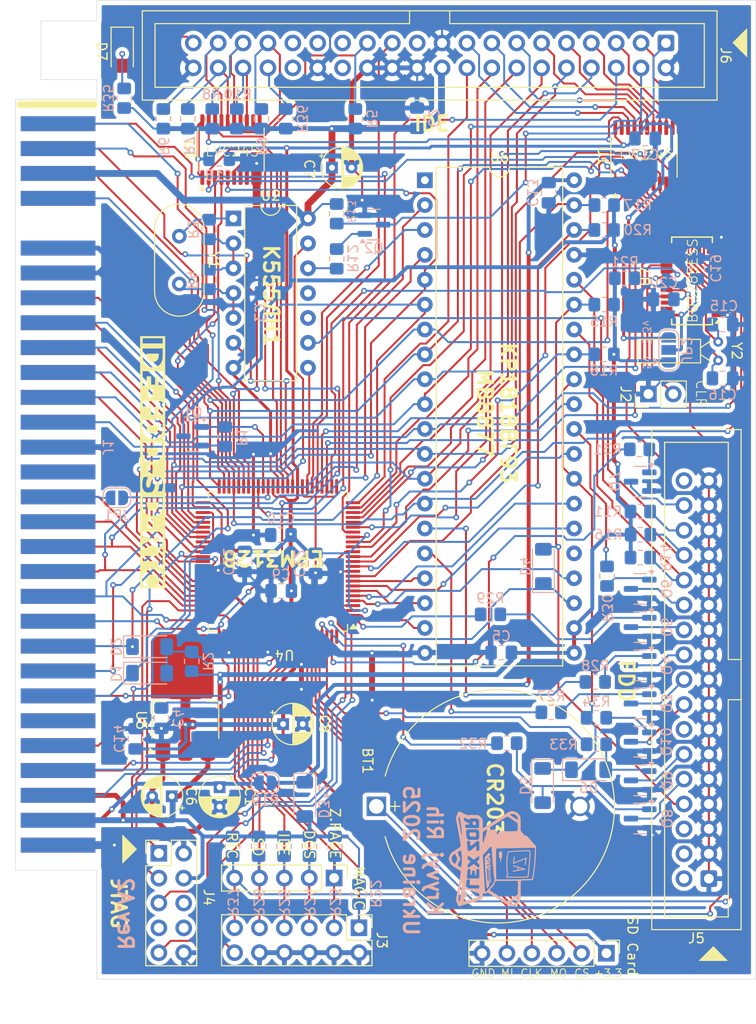
<source format=kicad_pcb>
(kicad_pcb (version 20240108) (generator "pcbnew") (generator_version "8.0")
  (layers (0 "F.Cu" signal) (31 "B.Cu" signal) (34 "B.Paste" user) (35 "F.Paste" user) (36 "B.SilkS" user "B.Silkscreen") (37 "F.SilkS" user "F.Silkscreen") (38 "B.Mask" user) (39 "F.Mask" user) (44 "Edge.Cuts" user))
  (net 0 "")
  (net 1 "GND")
  (net 2 "/+12V")
  (net 3 "/FD_HLD")
  (net 4 "VG_IP")
  (net 5 "VG_HLT")
  (net 6 "Net-(BT1-+)")
  (net 7 "{slash}MREQ")
  (net 8 "IDE_HD11")
  (net 9 "IDE_IOW")
  (net 10 "IDE_HD14")
  (net 11 "Net-(U7-X1)")
  (net 12 "IDE_HD8")
  (net 13 "IDE_IOR")
  (net 14 "IDE_HD10")
  (net 15 "IDE_HD12")
  (net 16 "Net-(U7-X2)")
  (net 17 "IDE_HD15")
  (net 18 "IDE_HD13")
  (net 19 "A4_6")
  (net 20 "RD_DATA")
  (net 21 "{slash}IORQGE")
  (net 22 "IDE_HA0")
  (net 23 "IDE_HD9")
  (net 24 "IDE_RES")
  (net 25 "IDE_HA2")
  (net 26 "IDE_CS1")
  (net 27 "IDE_HD5")
  (net 28 "IDE_HA1")
  (net 29 "A1")
  (net 30 "{slash}NMI")
  (net 31 "A14_ROM")
  (net 32 "{slash}M1")
  (net 33 "A4")
  (net 34 "A2")
  (net 35 "D5")
  (net 36 "/{slash}CSROM")
  (net 37 "A0")
  (net 38 "A13")
  (net 39 "A7")
  (net 40 "A3")
  (net 41 "A5")
  (net 42 "D1")
  (net 43 "A15_ROM")
  (net 44 "{slash}RD")
  (net 45 "A10")
  (net 46 "D0")
  (net 47 "A6")
  (net 48 "{slash}IORQ")
  (net 49 "A8")
  (net 50 "{slash}WR")
  (net 51 "A12")
  (net 52 "D2")
  (net 53 "A9")
  (net 54 "D7")
  (net 55 "D3")
  (net 56 "A11")
  (net 57 "D6")
  (net 58 "{slash}RES")
  (net 59 "IDE_HD2")
  (net 60 "D4")
  (net 61 "/{slash}CSROMCE")
  (net 62 "IDE_CS0")
  (net 63 "A14")
  (net 64 "A15")
  (net 65 "/WR_GATE")
  (net 66 "/WR_DATA")
  (net 67 "VG_WPRT")
  (net 68 "/SIDE")
  (net 69 "IDE_HD1")
  (net 70 "/DIRC")
  (net 71 "VG_TR00")
  (net 72 "/DS0")
  (net 73 "/DS1")
  (net 74 "/STEP")
  (net 75 "/HLD")
  (net 76 "TDI")
  (net 77 "TMS")
  (net 78 "TCK")
  (net 79 "TDO")
  (net 80 "Net-(Q3-B)")
  (net 81 "Net-(Q4-B)")
  (net 82 "Net-(Q5-B)")
  (net 83 "Net-(Q6-B)")
  (net 84 "Net-(Q7-B)")
  (net 85 "FD_DSEL0")
  (net 86 "FD_DSEL1")
  (net 87 "/FD_DIRC")
  (net 88 "/FD_STEP")
  (net 89 "FD_WRD")
  (net 90 "/FD_WRG")
  (net 91 "FD_SIDE")
  (net 92 "VG_IRQ")
  (net 93 "VG_DRQ")
  (net 94 "IDE_HD6")
  (net 95 "VG_WD")
  (net 96 "VG_RAWR")
  (net 97 "VG_SL")
  (net 98 "VG_CS")
  (net 99 "VG_TR43")
  (net 100 "IDE_HD0")
  (net 101 "VG_SR")
  (net 102 "VG_RES")
  (net 103 "VG_RSLK")
  (net 104 "VG_CLK")
  (net 105 "VCC")
  (net 106 "{slash}EBR")
  (net 107 "Net-(JP1-B)")
  (net 109 "IORQGE")
  (net 110 "Net-(D5-A)")
  (net 111 "+3V3")
  (net 112 "FD_RDD")
  (net 113 "IDE_HD7")
  (net 114 "IOR")
  (net 115 "IDE_HD3")
  (net 116 "IDE_HD4")
  (net 117 "Net-(Q10-B)")
  (net 118 "{slash}MAGIC")
  (net 119 "{slash}ZPAGE")
  (net 120 "{slash}DOS")
  (net 121 "{slash}IDE")
  (net 122 "VG_WFDE")
  (net 123 "{slash}SD")
  (net 124 "Net-(U7-~{RST})")
  (net 125 "RTC_CE")
  (net 126 "SD_MISO")
  (net 127 "SD_CLK")
  (net 128 "RTC_AS")
  (net 129 "SD_MOSI")
  (net 130 "RTC_RW")
  (net 131 "CLK")
  (net 132 "RTC_DS")
  (net 133 "SD_CS")
  (net 149 "Net-(J2-Pin_2)")
  (net 157 "Net-(J6-Pin_34)")
  (net 164 "Net-(Q2-B)")
  (net 165 "Net-(R4-Pad1)")
  (net 170 "Net-(D3*1-K)")
  (net 171 "Net-(D6-A)")
  (net 172 "Net-(D7-A)")
  (net 173 "Net-(D7-K)")
  (net 174 "Net-(R3-Pad1)")
  (net 175 "Net-(R3-Pad2)")
  (net 176 "Net-(R12-Pad2)")
  (net 177 "RTC_CS")
  (net 178 "Net-(JP2-C)")
  (footprint "Connector_PinHeader_2.54mm:PinHeader_1x06_P2.54mm_Vertical" (layer "F.Cu") (at 159.34 135 -90)
    (property "Reference" "J7" (hide yes))
    (property "Value" "SD Card")
  )
  (footprint "Connector_IDC:IDC-Header_2x20_P2.54mm_Vertical" (layer "F.Cu") (at 165.42 42.06 -90)
    (property "Reference" "J6")
    (property "Value" "IDE")
  )
  (footprint "Connector_PinHeader_2.54mm:PinHeader_1x02_P2.54mm_Vertical" (layer "F.Cu") (at 163.625 77.9 90)
    (property "Reference" "J2")
    (property "Value" "CLR")
  )
  (footprint "Capacitor_THT:CP_Radial_D4.0mm_P2.00mm" (layer "F.Cu") (at 114.96 118.97 180)
    (property "Reference" "C6")
    (property "Value" "10u")
  )
  (footprint "Package_SO:TSSOP-20_4.4x6.5mm_P0.65mm" (layer "F.Cu") (at 121.005 52.9375 90)
    (property "Reference" "U3")
    (property "Value" "SN74LVC245APW")
  )
  (footprint "Capacitor_THT:CP_Radial_D4.0mm_P2.00mm" (layer "F.Cu") (at 126.327401 111.6)
    (property "Reference" "C8")
    (property "Value" "10u")
  )
  (footprint "LED_SMD:LED_1206_3216Metric_Pad1.42x1.75mm_HandSolder" (layer "F.Cu") (at 109.9 42.9 -90)
    (property "Reference" "D7")
    (property "Value" "LED")
  )
  (footprint "Battery:BatteryHolder_MYOUNG_BS-07-A1BJ001_CR2032" (layer "F.Cu") (at 135.85 120)
    (property "Reference" "BT1")
    (property "Value" "2032")
  )
  (footprint "Package_DIP:DIP-14_W7.62mm" (layer "F.Cu") (at 121.25 59.975)
    (property "Reference" "U2")
    (property "Value" "74LS04")
  )
  (footprint "Connector_PinHeader_2.54mm:PinHeader_2x05_P2.54mm_Vertical" (layer "F.Cu") (at 113.64 124.79)
    (property "Reference" "J4")
    (property "Value" "Conn_02x05_Odd_Even")
  )
  (footprint "Package_TO_SOT_SMD:SOT-223-3_TabPin2" (layer "F.Cu") (at 116.35 111.2 90)
    (property "Reference" "U5")
    (property "Value" "AMS1117")
  )
  (footprint "Connector_IDC:IDC-Header_2x17_P2.54mm_Vertical" (layer "F.Cu") (at 169.8 127.38 180)
    (property "Reference" "J5")
    (property "Value" "FDD")
  )
  (footprint "Package_DIP:DIP-40_W15.24mm" (layer "F.Cu") (at 140.8 56.07)
    (property "Reference" "U6")
    (property "Value" "KR1818VG93")
  )
  (footprint "Crystal:Crystal_HC49-4H_Vertical" (layer "F.Cu") (at 115.73 61.785 -90)
    (property "Reference" "Y1")
    (property "Value" "8MHz")
  )
  (footprint "Package_SO:SSOP-24_3.9x8.7mm_P0.635mm" (layer "F.Cu") (at 168.08 66.35 180)
    (property "Reference" "U7")
    (property "Value" "~")
  )
  (footprint "Capacitor_THT:CP_Radial_D4.0mm_P2.00mm" (layer "F.Cu") (at 119.84 118.04 -90)
    (property "Reference" "C1")
    (property "Value" "10u")
  )
  (footprint "Crystal:Crystal_DS26_D2.0mm_L6.0mm_Horizontal" (layer "F.Cu") (at 170.75 72.57 -90)
    (property "Reference" "Y2")
    (property "Value" "Crystal")
  )
  (footprint "Package_QFP:TQFP-100_14x14mm_P0.5mm" (layer "F.Cu") (at 125.8 95 180)
    (property "Reference" "U4")
    (property "Value" "~")
  )
  (footprint "Connector_PinHeader_2.54mm:PinHeader_1x05_P2.54mm_Vertical" (layer "F.Cu") (at 131.535 127.32 -90)
    (property "Reference" "REF**" (hide yes))
    (property "Value" "PinHeader_1x05_P2.54mm_Vertical" (hide yes))
  )
  (footprint "Connector_PinHeader_2.54mm:PinHeader_2x06_P2.54mm_Vertical" (layer "F.Cu") (at 134.075 132.4 -90)
    (property "Reference" "J3")
    (property "Value" "Conn_02x06_Odd_Even")
  )
  (footprint "Package_SO:TSSOP-20_4.4x6.5mm_P0.65mm" (layer "F.Cu") (at 163.175 53.5675 90)
    (property "Reference" "U1")
    (property "Value" "SN74LVC245APW")
  )
  (footprint "Capacitor_THT:CP_Radial_D4.0mm_P2.00mm" (layer "F.Cu") (at 131.32 54.79)
    (property "Reference" "C7")
    (property "Value" "10u")
  )
  (footprint "Resistor_SMD:R_0805_2012Metric_Pad1.20x1.40mm_HandSolder" (layer "B.Cu") (at 159.11 61.15)
    (property "Reference" "R20")
    (property "Value" "10k")
  )
  (footprint "Jumper:SolderJumper-2_P1.3mm_Open_RoundedPad1.0x1.5mm" (layer "B.Cu") (at 124.5 117.6)
    (property "Reference" "R19")
    (property "Value" "0*")
  )
  (footprint "Capacitor_SMD:C_0805_2012Metric_Pad1.18x1.45mm_HandSolder" (layer "B.Cu") (at 171.2 76.3)
    (property "Reference" "C16")
    (property "Value" "6*")
  )
  (footprint "Resistor_SMD:R_0805_2012Metric_Pad1.20x1.40mm_HandSolder" (layer "B.Cu") (at 133.7 49.8 90)
    (property "Reference" "R5")
    (property "Value" "10k")
  )
  (footprint "Capacitor_SMD:C_0805_2012Metric_Pad1.18x1.45mm_HandSolder" (layer "B.Cu") (at 140 49.7375 90)
    (property "Reference" "C2")
    (property "Value" "0.1")
  )
  (footprint "Resistor_SMD:R_0805_2012Metric_Pad1.20x1.40mm_HandSolder" (layer "B.Cu") (at 158.32 113.66 180)
    (property "Reference" "R33")
    (property "Value" "2.7k")
  )
  (footprint "Resistor_SMD:R_0805_2012Metric_Pad1.20x1.40mm_HandSolder" (layer "B.Cu") (at 123.825 124.075 -90)
    (property "Reference" "R26")
    (property "Value" "10k")
  )
  (footprint "Capacitor_SMD:C_0805_2012Metric_Pad1.18x1.45mm_HandSolder" (layer "B.Cu") (at 168.6 65.1 90)
    (property "Reference" "C19")
    (property "Value" "0.1")
  )
  (footprint "Resistor_SMD:R_0805_2012Metric_Pad1.20x1.40mm_HandSolder" (layer "B.Cu") (at 162.8 94.6)
    (property "Reference" "R14")
    (property "Value" "1k")
  )
  (footprint "Resistor_SMD:R_0805_2012Metric_Pad1.20x1.40mm_HandSolder" (layer "B.Cu") (at 118.75 66.2 90)
    (property "Reference" "R4")
    (property "Value" "510")
  )
  (footprint "Connector:NemoBus_Edge_Connector" (layer "B.Cu") (at 103.35 83.32 -90)
    (property "Reference" "J1")
    (property "Value" "Conn_02x31_Row_Letter_First")
  )
  (footprint "Package_TO_SOT_SMD:SOT-23" (layer "B.Cu") (at 162.7825 97.8 180)
    (property "Reference" "Q6")
    (property "Value" "BC848")
  )
  (footprint "Resistor_SMD:R_0805_2012Metric_Pad1.20x1.40mm_HandSolder" (layer "B.Cu") (at 131.8 59.5 -90)
    (property "Reference" "R13")
    (property "Value" "10k")
  )
  (footprint "Diode_SMD:D_MiniMELF" (layer "B.Cu") (at 112.7 106.4)
    (property "Reference" "D1")
    (property "Value" "1N4148WT")
  )
  (footprint "Resistor_SMD:R_0805_2012Metric_Pad1.20x1.40mm_HandSolder" (layer "B.Cu") (at 124.1 49.8 90)
    (property "Reference" "R9")
    (property "Value" "10k")
  )
  (footprint "Resistor_SMD:R_0805_2012Metric_Pad1.20x1.40mm_HandSolder" (layer "B.Cu") (at 117 105.2 90)
    (property "Reference" "R2")
    (property "Value" "6.8k")
  )
  (footprint "Diode_SMD:D_MiniMELF" (layer "B.Cu") (at 112.7 103.7)
    (property "Reference" "D2")
    (property "Value" "1N4148WT")
  )
  (footprint "Package_TO_SOT_SMD:SOT-23" (layer "B.Cu") (at 162.7825 86.85 180)
    (property "Reference" "Q7")
    (property "Value" "BC848")
  )
  (footprint "Resistor_SMD:R_0805_2012Metric_Pad1.20x1.40mm_HandSolder" (layer "B.Cu") (at 126.425 124.075 -90)
    (property "Reference" "R25")
    (property "Value" "10k")
  )
  (footprint "Capacitor_SMD:C_0805_2012Metric_Pad1.18x1.45mm_HandSolder" (layer "B.Cu") (at 126.1 92.3 180)
    (property "Reference" "C10")
    (property "Value" "0.1")
  )
  (footprint "Package_TO_SOT_SMD:SOT-23" (layer "B.Cu") (at 162.7825 101.7 180)
    (property "Reference" "Q5")
    (property "Value" "BC848")
  )
  (footprint "Diode_SMD:D_MiniMELF" (layer "B.Cu") (at 152.9 95.5 90)
    (property "Reference" "D4")
    (property "Value" "1N4148WT")
  )
  (footprint "Library:logo" (layer "B.Cu") (at 147.6 124.95 90)
    (property "Reference" "G***" (hide yes))
    (property "Value" "LOGO" (hide yes))
  )
  (footprint "Package_TO_SOT_SMD:SOT-23" (layer "B.Cu") (at 162.7825 109.5 180)
    (property "Reference" "Q3")
    (property "Value" "BC848")
  )
  (footprint "Resistor_SMD:R_0805_2012Metric_Pad1.20x1.40mm_HandSolder" (layer "B.Cu") (at 162.72 83.55 180)
    (property "Reference" "R31")
    (property "Value" "2.7k")
  )
  (footprint "Resistor_SMD:R_0805_2012Metric_Pad1.20x1.40mm_HandSolder" (layer "B.Cu") (at 126.6 49.8 90)
    (property "Reference" "R36")
    (property "Value" "1k")
  )
  (footprint "Resistor_SMD:R_0805_2012Metric_Pad1.20x1.40mm_HandSolder" (layer "B.Cu") (at 118.75 61.1 90)
    (property "Reference" "R3")
    (property "Value" "510")
  )
  (footprint "Resistor_SMD:R_0805_2012Metric_Pad1.20x1.40mm_HandSolder" (layer "B.Cu") (at 134.08 128.96 -90)
    (property "Reference" "R22")
    (property "Value" "10k")
  )
  (footprint "Resistor_SMD:R_0805_2012Metric_Pad1.20x1.40mm_HandSolder" (layer "B.Cu") (at 147.5 100.4 180)
    (property "Reference" "R29")
    (property "Value" "2.7k")
  )
  (footprint "Capacitor_SMD:C_0805_2012Metric_Pad1.18x1.45mm_HandSolder" (layer "B.Cu") (at 113.9 111 -90)
    (property "Reference" "C4")
    (property "Value" "0.1")
  )
  (footprint "Diode_SMD:D_MiniMELF" (layer "B.Cu") (at 157.52 116.26)
    (property "Reference" "D6")
    (property "Value" "D_Schottky")
  )
  (footprint "Package_TO_SOT_SMD:SOT-23" (layer "B.Cu") (at 162.7825 117.35 180)
    (property "Reference" "Q9")
    (property "Value" "BC848")
  )
  (footprint "Capacitor_SMD:C_0805_2012Metric_Pad1.18x1.45mm_HandSolder" (layer "B.Cu") (at 125.05 67.6 180)
    (property "Reference" "C3")
    (property "Value" "0.1")
  )
  (footprint "Resistor_SMD:R_0805_2012Metric_Pad1.20x1.40mm_HandSolder" (layer "B.Cu") (at 120.42 82.26 90)
    (property "Reference" "R1")
    (property "Value" "0*")
  )
  (footprint "Capacitor_SMD:C_0805_2012Metric_Pad1.18x1.45mm_HandSolder" (layer "B.Cu") (at 122.4 95 -90)
    (property "Reference" "C11")
    (property "Value" "0.1")
  )
  (footprint "Resistor_SMD:R_0805_2012Metric_Pad1.20x1.40mm_HandSolder" (layer "B.Cu") (at 159.12 58.61 180)
    (property "Reference" "R17")
    (property "Value" "10k")
  )
  (footprint "Capacitor_SMD:C_0805_2012Metric_Pad1.18x1.45mm_HandSolder" (layer "B.Cu") (at 126.1375 98 180)
    (property "Reference" "C9")
    (property "Value" "0.1")
  )
  (footprint "Resistor_SMD:R_0805_2012Metric_Pad1.20x1.40mm_HandSolder" (layer "B.Cu") (at 161.2 66.08 180)
    (property "Reference" "R21")
    (property "Value" "10k")
  )
  (footprint "Resistor_SMD:R_0805_2012Metric_Pad1.20x1.40mm_HandSolder" (layer "B.Cu") (at 149.175 113.55 180)
    (property "Reference" "R32")
    (property "Value" "2.7k")
  )
  (footprint "Resistor_SMD:R_0805_2012Metric_Pad1.20x1.40mm_HandSolder" (layer "B.Cu") (at 114.1 49.8 90)
    (property "Reference" "R6")
    (property "Value" "10k")
  )
  (footprint "Diode_SMD:D_MiniMELF" (layer "B.Cu") (at 128.54 119.29 -90)
    (property "Reference" "D3*1")
    (property "Value" "1N4148WT")
  )
  (footprint "Resistor_SMD:R_0805_2012Metric_Pad1.20x1.40mm_HandSolder" (layer "B.Cu") (at 116.6 49.8 90)
    (property "Reference" "R7")
    (property "Value" "10k")
  )
  (footprint "Capacitor_SMD:C_0805_2012Metric_Pad1.18x1.45mm_HandSolder" (layer "B.Cu") (at 111.25 113.1 90)
    (property "Reference" "C14")
    (property "Value" "0.1")
  )
  (footprint "Resistor_SMD:R_0805_2012Metric_Pad1.20x1.40mm_HandSolder" (layer "B.Cu") (at 110.1 47.7 -90)
    (property "Reference" "R35")
    (property "Value" "330")
  )
  (footprint "Capacitor_SMD:C_0805_2012Metric_Pad1.18x1.45mm_HandSolder" (layer "B.Cu") (at 153.45 57.35 -90)
    (property "Reference" "C13")
    (property "Value" "0.1")
  )
  (footprint "Capacitor_SMD:C_0805_2012Metric_Pad1.18x1.45mm_HandSolder" (layer "B.Cu") (at 163.29 51.81)
    (property "Reference" "C17")
    (property "Value" "0.1")
  )
  (footprint "Package_TO_SOT_SMD:SOT-23" (layer "B.Cu") (at 162.7825 105.6 180)
    (property "Reference" "Q4")
    (property "Value" "BC848")
  )
  (footprint "Capacitor_SMD:C_0805_2012Metric_Pad1.18x1.45mm_HandSolder" (layer "B.Cu") (at 129.6375 95.2 -90)
    (property "Reference" "C12")
    (property "Value" "0.1")
  )
  (footprint "Resistor_SMD:R_0805_2012Metric_Pad1.20x1.40mm_HandSolder" (layer "B.Cu") (at 158.32 110.96 180)
    (property "Reference" "R34")
    (property "Value" "2.7k")
  )
  (footprint "Capacitor_SMD:C_0805_2012Metric_Pad1.18x1.45mm_HandSolder" (layer "B.Cu") (at 165.19 68.23 180)
    (property "Reference" "C20")
    (property "Value" "0.1")
  )
  (footprint "Capacitor_SMD:C_0805_2012Metric_Pad1.18x1.45mm_HandSolder" (layer "B.Cu") (at 171.2 70.8)
    (property "Reference" "C15")
    (property "Value" "6*")
  )
  (footprint "Resistor_SMD:R_0805_2012Metric_Pad1.20x1.40mm_HandSolder" (layer "B.Cu") (at 159.11 68.77 180)
    (property "Reference" "R15")
    (property "Value" "1k")
  )
  (footprint "Package_TO_SOT_SMD:SOT-23" (layer "B.Cu") (at 117.0825 82.21 180)
    (property "Reference" "Q1")
    (property "Value" "BC848")
  )
  (footprint "Resistor_SMD:R_0805_2012Metric_Pad1.20x1.40mm_HandSolder" (layer "B.Cu") (at 131.625 124.075 -90)
    (property "Reference" "R23")
    (property "Value" "10k")
  )
  (footprint "Resistor_SMD:R_0805_2012Metric_Pad1.20x1.40mm_HandSolder" (layer "B.Cu") (at 159.4 96.5 90)
    (property "Reference" "R30")
    (property "Value" "2.7k")
  )
  (footprint "Capacitor_SMD:C_0805_2012Metric_Pad1.18x1.45mm_HandSolder" (layer "B.Cu") (at 119.8 53.9)
    (property "Reference" "C18")
    (property "Value" "0.1")
  )
  (footprint "Resistor_SMD:R_0805_2012Metric_Pad1.20x1.40mm_HandSolder" (layer "B.Cu") (at 119.1 49.8 90)
    (property "Reference" "R8")
    (property "Value" "10k")
  )
  (footprint "Resistor_SMD:R_0805_2012Metric_Pad1.20x1.40mm_HandSolder" (layer "B.Cu") (at 121.175 124.075 -90)
    (property "Reference" "R37")
    (property "Value" "10k")
  )
  (footprint "Package_TO_SOT_SMD:SOT-23" (layer "B.Cu") (at 162.7825 113.4 180)
    (property "Reference" "Q10")
    (property "Value" "BC848")
  )
  (footprint "Diode_SMD:D_MiniMELF" (layer "B.Cu") (at 152.825 117.875 -90)
    (property "Reference" "D5")
    (property "Value" "D_Schottky")
  )
  (footprint "Resistor_SMD:R_0805_2012Metric_Pad1.20x1.40mm_HandSolder" (layer "B.Cu") (at 131.8 64.1 -90)
    (property "Reference" "R12")
    (property "Value" "10k")
  )
  (footprint "Resistor_SMD:R_0805_2012Metric_Pad1.20x1.40mm_HandSolder" (layer "B.Cu") (at 158.2 107.3 180)
    (property "Reference" "R28")
    (property "Value" "2.7k")
  )
  (footprint "Jumper:SolderJumper-2_P1.3mm_Open_RoundedPad1.0x1.5mm" (layer "B.Cu") (at 109.35 88.5)
    (property "Reference" "JP1")
    (property "Value" "SolderJumper_2_Open")
  )
  (footprint "Resistor_SMD:R_0805_2012Metric_Pad1.20x1.40mm_HandSolder" (layer "B.Cu") (at 153.7 110.4 180)
    (property "Reference" "R27")
    (property "Value" "2.7k")
  )
  (footprint "Package_TO_SOT_SMD:SOT-23" (layer "B.Cu") (at 135.6 60.6)
    (property "Reference" "Q2")
    (property "Value" "BC848")
  )
  (footprint "Resistor_SMD:R_0805_2012Metric_Pad1.20x1.40mm_HandSolder" (layer "B.Cu") (at 162.82 92.26)
    (property "Reference" "R16")
    (property "Value" "1k")
  )
  (footprint "Resistor_SMD:R_0805_2012Metric_Pad1.20x1.40mm_HandSolder" (layer "B.Cu") (at 121.6 49.8 90)
    (property "Reference" "R10")
    (property "Value" "10k")
  )
  (footprint "Resistor_SMD:R_0805_2012Metric_Pad1.20x1.40mm_HandSolder" (layer "B.Cu") (at 162.8 89.9)
    (property "Reference" "R11")
    (property "Value" "1k")
  )
  (footprint "Capacitor_SMD:C_0805_2012Metric_Pad1.18x1.45mm_HandSolder" (layer "B.Cu") (at 148.6 104.3 180)
    (property "Reference" "C5")
    (property "Value" "0.1")
  )
  (footprint "Jumper:SolderJumper-3_P1.3mm_Open_RoundedPad1.0x1.5mm" (layer "B.Cu") (at 165.7 73.4 90)
    (property "Reference" "JP2")
    (property "Value" "V_Sel")
  )
  (footprint "Resistor_SMD:R_0805_2012Metric_Pad1.20x1.40mm_HandSolder" (layer "B.Cu") (at 159.1 73.85)
    (property "Reference" "R18")
    (property "Value" "10k")
  )
  (footprint "Package_TO_SOT_SMD:SOT-23" (layer "B.Cu") (at 162.7825 121.25 180)
    (property "Reference" "Q8")
    (property "Value" "BC848")
  )
  (footprint "Resistor_SMD:R_0805_2012Metric_Pad1.20x1.40mm_HandSolder" (layer "B.Cu") (at 129.025 124.075 -90)
    (property "Reference" "R24")
    (property "Value" "10k")
  )
  (gr_poly (pts (xy 112.94 108.88) (xy 112.94 103.17) (xy 113.58 102.53) (xy 118.51 102.53) (xy 119.13 103.15) (xy 119.13 108.72) (xy 118.95 108.9) (xy 118.96 108.9) (xy 118.98 108.88)) (stroke (width 0.2)) (fill solid) (layer "F.Cu") (net 111))
  (gr_poly (pts (xy 173.69 43.48) (xy 172.24 42.03) (xy 173.67 40.6) (xy 173.68 40.6) (xy 173.69 40.61)) (stroke (width 0.05)) (fill solid) (layer "F.SilkS"))
  (gr_poly (pts (xy 109.93 122.92) (xy 111.38 124.37) (xy 109.95 125.8) (xy 109.94 125.8) (xy 109.93 125.79)) (stroke (width 0.05)) (fill solid) (layer "F.SilkS"))
  (gr_line (start 107.01 48.34) (end 99.51 48.34) (stroke (width 0.8)) (layer "F.SilkS"))
  (gr_poly (pts (xy 168.8 135.76) (xy 170.25 134.31) (xy 171.68 135.74) (xy 171.68 135.75) (xy 171.67 135.76)) (stroke (width 0.05)) (fill solid) (layer "F.SilkS"))
  (gr_poly (pts (xy 99 47.8) (xy 107.3 47.8) (xy 107.3 45.8) (xy 101.6 45.8) (xy 101.6 39.8) (xy 107.3 39.8) (xy 107.3 37.694) (xy 174.6 37.694) (xy 174.6 137.643) (xy 107.3 137.643) (xy 107.3 126.5) (xy 99 126.5)) (stroke (width 0.05)) (fill none) (layer "Edge.Cuts"))
  (gr_text "Kryvyj Rih\nUkraine 2025" (at 138.5 125.525 270) (layer "B.SilkS") (effects (font (size 1.5 1.5) (thickness 0.3) (bold yes)) (justify bottom mirror)))
  (gr_text "Rev.A2" (at 109.35 134.85 270) (layer "B.SilkS") (effects (font (size 1.5 1.5) (thickness 0.3) (bold yes)) (justify left bottom mirror)))
  (gr_text "3.3v" (at 162.98 72.95 270) (layer "B.SilkS") (effects (font (size 0.8 0.8) (thickness 0.1)) (justify left bottom mirror)))
  (gr_text "5v" (at 162.99 75.46 -90) (layer "B.SilkS") (effects (font (size 0.8 0.8) (thickness 0.1)) (justify left bottom mirror)))
  (gr_text "MI" (at 148.5 137.5 0) (layer "F.SilkS") (effects (font (size 0.8 0.8) (thickness 0.1)) (justify left bottom)))
  (gr_text "MO" (at 153.5 137.5 0) (layer "F.SilkS") (effects (font (size 0.8 0.8) (thickness 0.1)) (justify left bottom)))
  (gr_text "IDE-FDD-SD-RTC" (at 111.65 71.95 270) (layer "F.SilkS" knockout) (effects (font (size 2 2) (thickness 0.3) (bold yes)) (justify left bottom)))
  (gr_text "КР1818ВГ93\nMB8877" (at 146.02 79.83 270) (layer "F.SilkS") (effects (font (size 1.5 1.5) (thickness 0.3) (bold yes)) (justify bottom)))
  (gr_text "FDD" (at 160.48 104.86 -90) (layer "F.SilkS") (effects (font (size 1.5 1.5) (thickness 0.3) (bold yes)) (justify left bottom)))
  (gr_text "ЕРМ3128" (at 130.68 93.78 180) (layer "F.SilkS") (effects (font (size 1.5 1.5) (thickness 0.3) (bold yes)) (justify left bottom)))
  (gr_text "CLK" (at 150.5 137.5 0) (layer "F.SilkS") (effects (font (size 0.8 0.8) (thickness 0.1)) (justify left bottom)))
  (gr_text "К555ЛН1" (at 124.22 62.5 270) (layer "F.SilkS") (effects (font (size 1.5 1.5) (thickness 0.3) (bold yes)) (justify left bottom)))
  (gr_text "IDE" (at 139.53 51.17 0) (layer "F.SilkS") (effects (font (size 1.5 1.5) (thickness 0.3) (bold yes)) (justify left bottom)))
  (gr_text "CS" (at 156 137.5 0) (layer "F.SilkS") (effects (font (size 0.8 0.8) (thickness 0.1)) (justify left bottom)))
  (gr_text "LVC245" (at 118.31 53.72 0) (layer "F.SilkS") (effects (font (size 1 1) (thickness 0.1)) (justify left bottom)))
  (gr_text "Z.PAGE" (at 131.05 120.07 -90) (layer "F.SilkS") (effects (font (size 1 1)) (justify left bottom)))
  (gr_text "IDE" (at 125.8 122.62 -90) (layer "F.SilkS") (effects (font (size 1 1)) (justify left bottom)))
  (gr_text "DOS" (at 128.42 122.31 -90) (layer "F.SilkS") (effects (font (size 1 1)) (justify left bottom)))
  (gr_text "+3.3" (at 158 137.5 0) (layer "F.SilkS") (effects (font (size 0.8 0.8) (thickness 0.1)) (justify left bottom)))
  (gr_text "SD" (at 123.17 123.07 270) (layer "F.SilkS") (effects (font (size 1 1)) (justify left bottom)))
  (gr_text "MAGIC" (at 133.5 126.01 -90) (layer "F.SilkS") (effects (font (size 1 1)) (justify left bottom)))
  (gr_text "CLR" (at 168.41 76.38 -90) (layer "F.SilkS") (effects (font (size 1 1) (thickness 0.1)) (justify left bottom)))
  (gr_text "BQ3285ESS" (at 168.73 70.72 90) (layer "F.SilkS") (effects (font (size 1 1) (thickness 0.1)) (justify left bottom)))
  (gr_text "RTC" (at 120.54 122.52 270) (layer "F.SilkS") (effects (font (size 1 1)) (justify left bottom)))
  (gr_text "CR2032" (at 147.06 115.36 270) (layer "F.SilkS") (effects (font (size 1.5 1.5) (thickness 0.3) (bold yes)) (justify left bottom)))
  (gr_text "JTAG" (at 108.65 127.2 -90) (layer "F.SilkS") (effects (font (size 1.5 1.5) (thickness 0.3) (bold yes)) (justify left bottom)))
  (gr_text "LVC245" (at 160.57 54 0) (layer "F.SilkS") (effects (font (size 1 1) (thickness 0.1)) (justify left bottom)))
  (gr_text "GND" (at 145.5 137.5 0) (layer "F.SilkS") (effects (font (size 0.8 0.8) (thickness 0.1)) (justify left bottom)))
  (segment (start 125.05 84) (end 125.05 85.6) (width 0.2) (layer "F.Cu") (net 1))
  (segment (start 128.25 111.4774) (end 128.3726 111.6) (width 0.4) (layer "F.Cu") (net 1))
  (segment (start 129.86 44.6) (end 131.48 46.22) (width 0.5) (layer "F.Cu") (net 1))
  (segment (start 132.2 96.05) (end 132.25 96) (width 0.2) (layer "F.Cu") (net 1))
  (segment (start 165.42 44.6) (end 166.6255 45.8055) (width 0.2) (layer "F.Cu") (net 1))
  (segment (start 169.8 96.9) (end 169.8 99.44) (width 0.2) (layer "F.Cu") (net 1))
  (segment (start 119.6 96) (end 118.1375 96) (width 0.2) (layer "F.Cu") (net 1))
  (segment (start 125.05 79.7308) (end 121.25 75.9308) (width 0.3) (layer "F.Cu") (net 1))
  (segment (start 120 95.6) (end 119.6 96) (width 0.2) (layer "F.Cu") (net 1))
  (segment (start 129.3 102.6625) (end 129.3 96.5) (width 0.2) (layer "F.Cu") (net 1))
  (segment (start 119.1792 92.7332) (end 119.2523 92.7332) (width 0.2) (layer "F.Cu") (net 1))
  (segment (start 112.96 118.29) (end 112.96 121.01) (width 0.5) (layer "F.Cu") (net 1))
  (segment (start 116.18 124.79) (end 116.475 124.495) (width 0.2) (layer "F.Cu") (net 1))
  (segment (start 119.7 95.9) (end 119.6 96) (width 0.2) (layer "F.Cu") (net 1))
  (segment (start 131.5938 88.3796) (end 129.65 88.3796) (width 0.2) (layer "F.Cu") (net 1))
  (segment (start 125.05 85.6) (end 125.8 86.35) (width 0.2) (layer "F.Cu") (net 1))
  (segment (start 169.8 124.84) (end 169.8 127.38) (width 0.2) (layer "F.Cu") (net 1))
  (segment (start 128.4866 88.3796) (end 128.3 88.193) (width 0.2) (layer "F.Cu") (net 1))
  (segment (start 169.8 89.28) (end 169.8 91.82) (width 0.2) (layer "F.Cu") (net 1))
  (segment (start 119.0147 90) (end 119.1792 90.1645) (width 0.2) (layer "F.Cu") (net 1))
  (segment (start 128.1989 111.471499) (end 128.327401 111.6) (width 0.2) (layer "F.Cu") (net 1))
  (segment (start 169.8 114.68) (end 169.8 117.22) (width 0.2) (layer "F.Cu") (net 1))
  (segment (start 131.8 87.3375) (end 131.8 88.1734) (width 0.2) (layer "F.Cu") (net 1))
  (segment (start 129.3 96.5) (end 129.65 96.15) (width 0.2) (layer "F.Cu") (net 1))
  (segment (start 123.6275 55.8) (end 123.28 55.8) (width 0.2) (layer "F.Cu") (net 1))
  (segment (start 163.9 53.2) (end 166.1 55.4) (width 0.2) (layer "F.Cu") (net 1))
  (segment (start 113.9 114.2) (end 113.9 112.0375) (width 0.5) (layer "F.Cu") (net 1))
  (segment (start 119.1792 92.7332) (end 118.9124 93) (width 0.2) (layer "F.Cu") (net 1))
  (segment (start 163.5132 65.0868) (end 163.5132 67.1) (width 0.2) (layer "F.Cu") (net 1))
  (segment (start 132.25 96) (end 133.4625 96) (width 0.2) (layer "F.Cu") (net 1))
  (segment (start 125.05 84) (end 125.05 79.7308) (width 0.3) (layer "F.Cu") (net 1))
  (segment (start 163.5132 67.1) (end 163.5132 77.7882) (width 0.2) (layer "F.Cu") (net 1))
  (segment (start 123.6275 55.8) (end 123.6275 65.9775) (width 0.8) (layer "F.Cu") (net 1))
  (segment (start 134.4 55.87) (end 133.32 54.79) (width 0.2) (layer "F.Cu") (net 1))
  (segment (start 123.6275 65.9775) (end 123.65 66) (width 0.2) (layer "F.Cu") (net 1))
  (segment (start 116.18 124.79) (end 116.18 122.72) (width 0.5) (layer "F.Cu") (net 1))
  (segment (start 171.0717 61.9) (end 171.0717 62.8575) (width 0.2) (layer "F.Cu") (net 1))
  (segment (start 114.05 114.35) (end 114.05 117.2) (width 0.5) (layer "F.Cu") (net 1))
  (segment (start 123.28 55.8) (end 122.63 55.8) (width 0.2) (layer "F.Cu") (net 1))
  (segment (start 112.96 121.01) (end 114.5 122.55) (width 0.5) (layer "F.Cu") (net 1))
  (segment (start 120.8 104.3) (end 120.75 104.3) (width 0.4) (layer "F.Cu") (net 1))
  (segment (start 169.8 112.14) (end 169.8 114.68) (width 0.2) (layer "F.Cu") (net 1))
  (segment (start 165.48 64.7625) (end 163.8375 64.7625) (width 0.2) (layer "F.Cu") (net 1))
  (segment (start 121.25 75.9308) (end 121.25 75.215) (width 0.3) (layer "F.Cu") (net 1))
  (segment (start 169.8 99.44) (end 169.8 101.98) (width 0.2) (layer "F.Cu") (net 1))
  (segment (start 169.8 86.74) (end 169.8 89.28) (width 0.2) (layer "F.Cu") (net 1))
  (segment (start 169.8 119.76) (end 169.8 122.3) (width 0.2) (layer "F.Cu") (net 1))
  (segment (start 103.35 123.96) (end 109.09 123.96) (width 0.8) (layer "F.Cu") (net 1))
  (segment (start 169.8 107.06) (end 169.8 109.6) (width 0.2) (layer "F.Cu") (net 1))
  (segment (start 128.3726 111.6) (end 128.3 111.6) (width 0.2) (layer "F.Cu") (net 1))
  (segment (start 169.8 104.52) (end 169.8 107.06) (width 0.2) (layer "F.Cu") (net 1))
  (segment (start 116.18 124.79) (end 116.195 124.805) (width 0.2) (layer "F.Cu") (net 1))
  (segment (start 166.6255 55.9045) (end 166.1 56.43) (width 0.2) (layer "F.Cu") (net 1))
  (segment (start 114.05 117.2) (end 112.96 118.29) (width 0.5) (layer "F.Cu") (net 1))
  (segment (start 169.8 109.6) (end 169.8 112.14) (width 0.2) (layer "F.Cu") (net 1))
  (segment (start 116.35 122.55) (end 117.33 122.55) (width 0.5) (layer "F.Cu") (net 1))
  (segment (start 124.7693 104.25) (end 124.8 104.2193) (width 0.2) (layer "F.Cu") (net 1))
  (segment (start 109.09 123.96) (end 109.1 123.95) (width 0.4) (layer "F.Cu") (net 1))
  (segment (start 120.8 100.85) (end 120.45 100.5) (width 0.2) (layer "F.Cu") (net 1))
  (segment (start 166.6255 45.8055) (end 166.6255 55.9045) (width 0.2) (layer "F.Cu") (net 1))
  (segment (start 123.6275 55.8) (end 123.6275 54.3533) (width 0.4) (layer "F.Cu") (net 1))
  (segment (start 131.8 88.1734) (end 131.5938 88.3796) (width 0.2) (layer "F.Cu") (net 1))
  (segment (start 163.8375 64.7625) (end 163.5132 65.0868) (width 0.2) (layer "F.Cu") (net 1))
  (segment (start 123.93 55.8) (end 123.6275 55.8) (width 0.2) (layer "F.Cu") (net 1))
  (segment (start 120.45 100.5) (end 118.1375 100.5) (width 0.2) (layer "F.Cu") (net 1))
  (segment (start 171.7 69.8425) (end 170.68 69.8425) (width 0.2) (layer "F.Cu") (net 1))
  (segment (start 124.8 104.2193) (end 124.8 102.6625) (width 0.2) (layer "F.Cu") (net 1))
  (segment (start 118.9124 93) (end 118.1375 93) (width 0.2) (layer "F.Cu") (net 1))
  (segment (start 166.1 55.4) (end 166.1 56.43) (width 0.2) (layer "F.Cu") (net 1))
  (segment (start 128.3 88.193) (end 128.3 87.3375) (width 0.2) (layer "F.Cu") (net 1))
  (segment (start 118.1375 90) (end 119.0147 90) (width 0.2) (layer "F.Cu") (net 1))
  (segment (start 171.0717 61.4017) (end 166.1 56.43) (width 0.2) (layer "F.Cu") (net 1))
  (segment (start 133.32 46.22) (end 134.94 44.6) (width 0.5) (layer "F.Cu") (net 1))
  (segment (start 169.8 94.36) (end 169.8 96.9) (width 0.2) (layer "F.Cu") (net 1))
  (segment (start 116.195 124.805) (end 116.195 125.205) (width 0.2) (layer "F.Cu") (net 1))
  (segment (start 114.05 114.35) (end 113.9 114.2) (width 0.2) (layer "F.Cu") (net 1))
  (segment (start 114.5 122.55) (end 116.35 122.55) (width 0.5) (layer "F.Cu") (net 1))
  (segment (start 129.65 88.3796) (end 129.65 96.15) (width 0.2) (layer "F.Cu") (net 1))
  (segment (start 171.0717 62.8575) (end 170.68 62.8575) (width 0.2) (layer "F.Cu") (net 1))
  (segment (start 163.83 67.1) (end 163.98 66.95) (width 0.2) (layer "F.Cu") (net 1))
  (segment (start 116.475 124.495) (end 116.4776 124.495) (width 0.2) (layer "F.Cu") (net 1))
  (segment (start 120.8 102.6625) (end 120.8 100.85) (width 0.2) (layer "F.Cu") (net 1))
  (segment (start 125.8 86.35) (end 125.8 87.3375) (width 0.2) (layer "F.Cu") (net 1))
  (segment (start 171.0717 61.9) (end 171.0717 61.4017) (width 0.2) (layer "F.Cu") (net 1))
  (segment (start 135.41 109.15) (end 135.42 109.16) (width 0.2) (layer "F.Cu") (net 1))
  (segment (start 119.2523 92.7332) (end 120 93.4809) (width 0.2) (layer "F.Cu") (net 1))
  (segment (start 129.65 96.15) (end 129.65 96.2) (width 0.2) (layer "F.Cu") (net 1))
  (segment (start 169.8 101.98) (end 169.8 104.52) (width 0.2) (layer "F.Cu") (net 1))
  (segment (start 123.3 87.3375) (end 123.3 84.05) (width 0.3) (layer "F.Cu") (net 1))
  (segment (start 120 93.4809) (end 120 95.6) (width 0.2) (layer "F.Cu") (net 1))
  (segment (start 169.8 117.22) (end 169.8 119.76) (width 0.2) (layer "F.Cu") (net 1))
  (segment (start 129.65 88.3796) (end 128.4866 88.3796) (width 0.2) (layer "F.Cu") (net 1))
  (segment (start 123.3 87.3375) (end 123.3 92.25) (width 0.3) (layer "F.Cu") (net 1))
  (segment (start 128.1989 105.5011) (end 128.1989 108.05) (width 0.5) (layer "F.Cu") (net 1))
  (segment (start 131.48 46.22) (end 133.32 46.22) (width 0.5) (layer "F.Cu") (net 1))
  (segment (start 163.5132 67.1) (end 163.83 67.1) (width 0.2) (layer "F.Cu") (net 1))
  (segment (start 135.41 104.35) (end 135.41 109.15) (width 0.6) (layer "F.Cu") (net 1))
  (segment (start 134.4 58.1) (end 134.4 55.87) (width 0.2) (layer "F.Cu") (net 1))
  (segment (start 128.2 105.5) (end 128.1989 105.5011) (width 0.4) (layer "F.Cu") (net 1))
  (segment (start 120.8 104.3) (end 120.8 102.6625) (width 0.2) (layer "F.Cu") (net 1))
  (segment (start 169.8 91.82) (end 169.8 94.36) (width 0.2) (layer "F.Cu") (net 1))
  (segment (start 119.1792 90.1645) (end 119.1792 92.7332) (width 0.2) (layer "F.Cu") (net 1))
  (segment (start 133.32 54.79) (end 133.32 46.22) (width 0.5) (layer "F.Cu") (net 1))
  (segment (start 169.8 122.3) (end 169.8 124.84) (width 0.2) (layer "F.Cu") (net 1))
  (segment (start 128.1989 108.05) (end 128.1989 111.471499) (width 0.4) (layer "F.Cu") (net 1))
  (segment (start 117.33 122.55) (end 119.84 120.04) (width 0.5) (layer "F.Cu") (net 1))
  (segment (start 116.18 122.72) (end 116.35 122.55) (width 0.5) (layer "F.Cu") (net 1))
  (segment (start 163.5132 77.7882) (end 163.625 77.9) (width 0.2) (layer "F.Cu") (net 1))
  (via (at 123.65 66) (size 0.6) (drill 0.3) (layers "F.Cu" "B.Cu") (net 1))
  (via (at 120.8 104.3) (size 0.6) (drill 0.3) (layers "F.Cu" "B.Cu") (net 1))
  (via (at 134.4 58.1) (size 0.6) (drill 0.3) (layers "F.Cu" "B.Cu") (net 1))
  (via (at 124.7693 104.25) (size 0.6) (drill 0.3) (layers "F.Cu" "B.Cu") (net 1))
  (via (at 163.9 53.2) (size 0.6) (drill 0.3) (layers "F.Cu" "B.Cu") (net 1))
  (via (at 171.7 69.8425) (size 0.6) (drill 0.3) (layers "F.Cu" "B.Cu") (net 1))
  (via (at 123.3 84.05) (size 0.6) (drill 0.3) (layers "F.Cu" "B.Cu") (net 1))
  (via (at 135.42 109.16) (size 0.6) (drill 0.3) (layers "F.Cu" "B.Cu") (net 1))
  (via (at 129.65 96.15) (size 0.6) (drill 0.3) (layers "F.Cu" "B.Cu") (net 1))
  (via (at 128.2 105.5) (size 0.6) (drill 0.3) (layers "F.Cu" "B.Cu") (net 1))
  (via (at 132.2 96.05) (size 0.6) (drill 0.3) (layers "F.Cu" "B.Cu") (net 1))
  (via (at 163.98 66.95) (size 0.6) (drill 0.3) (layers "F.Cu" "B.Cu") (net 1))
  (via (at 128.1989 108.05) (size 0.6) (drill 0.3) (layers "F.Cu" "B.Cu") (net 1))
  (via (at 125.05 84) (size 0.6) (drill 0.3) (layers "F.Cu" "B.Cu") (net 1))
  (via (at 135.41 104.35) (size 0.6) (drill 0.3) (layers "F.Cu" "B.Cu") (net 1))
  (via (at 119.7 95.9) (size 0.6) (drill 0.3) (layers "F.Cu" "B.Cu") (net 1))
  (via (at 113.9 112.0375) (size 0.6) (drill 0.3) (layers "F.Cu" "B.Cu") (net 1))
  (via (at 123.6275 54.3533) (size 0.6) (drill 0.3) (layers "F.Cu" "B.Cu") (net 1))
  (via (at 123.3 92.3001) (size 0.6) (drill 0.3) (layers "F.Cu" "B.Cu") (net 1))
  (via (at 109.1 123.95) (size 0.6) (drill 0.3) (layers "F.Cu" "B.Cu") (net 1))
  (via (at 171.0717 61.9) (size 0.6) (drill 0.3) (layers "F.Cu" "B.Cu") (net 1))
  (segment (start 127.8 110.25) (end 128.327401 110.777401) (width 0.5) (layer "B.Cu") (net 1))
  (segment (start 168.53 88.01) (end 169.8 89.28) (width 0.4) (layer "B.Cu") (net 1))
  (segment (start 173.88 48.4451) (end 173.88 39.48) (width 0.2) (layer "B.Cu") (net 1))
  (segment (start 123.6775 53.85) (end 123.6275 53.9) (width 0.2) (layer "B.Cu") (net 1))
  (segment (start 131.13 38.53) (end 110.3399 38.53) (width 0.2) (layer "B.Cu") (net 1))
  (segment (start 172.93 38.53) (end 167.79 38.53) (width 0.2) (layer "B.Cu") (net 1))
  (segment (start 129.35 104.35) (end 129.3 104.3) (width 0.2) (layer "B.Cu") (net 1))
  (segment (start 163.72 102.65) (end 163.73 102.64) (width 0.4) (layer "B.Cu") (net 1))
  (segment (start 167.79 38.53) (end 164.1495 38.53) (width 0.2) (layer "B.Cu") (net 1))
  (segment (start 168.53 113.41) (end 169.8 114.68) (width 0.4) (layer "B.Cu") (net 1))
  (segment (start 111.325 112.0375) (end 111.25 112.1125) (width 0.3) (layer "B.Cu") (net 1))
  (segment (start 114.2125 112.0375) (end 116 110.25) (width 0.5) (layer "B.Cu") (net 1))
  (segment (start 142.56 38.53) (end 142.56 42.06) (width 0.2) (layer "B.Cu") (net 1))
  (segment (start 172.9132 112.7132) (end 169.8 109.6) (width 0.2) (layer "B.Cu") (net 1))
  (segment (start 163.72 122.2) (end 158.85 122.2) (width 0.2) (layer "B.Cu") (net 1))
  (segment (start 109.1 123.95) (end 110 123.95) (width 0.5) (layer "B.Cu") (net 1))
  (segment (start 140.78 104.35) (end 140.8 104.33) (width 0.4) (layer "B.Cu") (net 1))
  (segment (start 119.7 95.9) (end 119.8752 95.7248) (width 0.2) (layer "B.Cu") (net 1))
  (segment (start 135.41 104.35) (end 140.78 104.35) (width 0.4) (layer "B.Cu") (net 1))
  (segment (start 154.4375 57.4) (end 153.45 58.3875) (width 0.2) (layer "B.Cu") (net 1))
  (segment (start 124.0125 66.3625) (end 123.65 66) (width 0.4) (layer "B.Cu") (net 1))
  (segment (start 126.455 134.94) (end 128.995 134.94) (width 0.2) (layer "B.Cu") (net 1))
  (segment (start 120.8375 53.9) (end 123.6275 53.9) (width 0.2) (layer "B.Cu") (net 1))
  (segment (start 123.8775 53.65) (end 123.6775 53.85) (width 0.4) (layer "B.Cu") (net 1))
  (segment (start 103.35 65.54) (end 107.3809 65.54) (width 0.5) (layer "B.Cu") (net 1))
  (segment (start 144.66 136.98) (end 145.4883 136.1517) (width 0.2) (layer "B.Cu") (net 1))
  (segment (start 129.3 104.4) (end 129.3 104.3) (width 0.4) (layer "B.Cu") (net 1))
  (segment (start 168.2275 63.69) (end 156.04 63.69) (width 0.2) (layer "B.Cu") (net 1))
  (segment (start 163.9 53.2) (end 164.3275 52.7725) (width 0.2) (layer "B.Cu") (net 1))
  (segment (start 165.34 113.41) (end 168.53 113.41) (width 0.4) (layer "B.Cu") (net 1))
  (segment (start 163.73 102.64) (end 164.96 102.64) (width 0.4) (layer "B.Cu") (net 1))
  (segment (start 119.8752 95.7248) (end 120.4127 95.7248) (width 0.2) (layer "B.Cu") (net 1))
  (segment (start 119 84.4) (end 118.6 84) (width 0.3) (layer "B.Cu") (net 1))
  (segment (start 133.32 54.79) (end 132.18 53.65) (width 0.4) (layer "B.Cu") (net 1))
  (segment (start 122.95 68.9) (end 123 68.85) (width 0.4) (layer "B.Cu") (net 1))
  (segment (start 122.4875 96.0375) (end 124.45 98) (width 0.2) (layer "B.Cu") (net 1))
  (segment (start 122.9049 84.4) (end 119 84.4) (width 0.3) (layer "B.Cu") (net 1))
  (segment (start 108.92 84) (end 108.24 83.32) (width 0.3) (layer "B.Cu") (net 1))
  (segment (start 163.9 53.2) (end 161 56.1) (width 0.2) (layer "B.Cu") (net 1))
  (segment (start 173.88 136.98) (end 173.88 112.7132) (width 0.2) (layer "B.Cu") (net 1))
  (segment (start 123.915 134.94) (end 126.455 134.94) (width 0.2) (layer "B.Cu") (net 1))
  (segment (start 108.94 136.98) (end 117.6309 136.98) (width 0.2) (layer "B.Cu") (net 1))
  (segment (start 170.7375 77.8) (end 172.2375 76.3) (width 0.2) (layer "B.Cu") (net 1))
  (segment (start 169.4 77.8) (end 170.7375 77.8) (width 0.2) (layer "B.Cu") (net 1))
  (segment (start 110 123.95) (end 111.25 122.7) (width 0.5) (layer "B.Cu") (net 1))
  (segment (start 128.2 105.5) (end 129.3 104.4) (width 0.4) (layer "B.Cu") (net 1))
  (segment (start 134.075 134.94) (end 135.2267 134.94) (width 0.2) (layer "B.Cu") (net 1))
  (segment (start 124.7693 100.45) (end 124.7693 98.3307) (width 0.2) (layer "B.Cu") (net 1))
  (segment (start 165.57 103.25) (end 168.53 103.25) (width 0.4) (layer "B.Cu") (net 1))
  (segment (start 124.45 98) (end 125.1 98) (width 0.2) (layer "B.Cu") (net 1))
  (segment (start 131.535 134.94) (end 134.075 134.94) (width 0.2) (layer "B.Cu") (net 1))
  (segment (start 122.09375 96.0375) (end 121.3486 95.29235) (width 0.2) (layer "B.Cu") (net 1))
  (segment (start 165.36 106.55) (end 166.11 105.8) (width 0.4) (layer "B.Cu") (net 1))
  (segment (start 169.8 117.22) (end 168.52 115.94) (width 0.4) (layer "B.Cu") (net 1))
  (segment (start 166.22 100.71) (end 168.53 100.71) (width 0.4) (layer "B.Cu") (net 1))
  (segment (start 171.0717 61.9) (end 171.0717 63.7717) (width 0.2) (layer "B.Cu") (net 1))
  (segment (start 171.1 63.8) (end 173.88 63.8) (width 0.2) (layer "B.Cu") (net 1))
  (segment (start 107.4617 63) (end 103.35 63) (width 0.5) (layer "B.Cu") (net 1))
  (segment (start 147.4811 104.2186) (end 142.0131 104.2186) (width 0.4) (layer "B.Cu") (net 1))
  (segment (start 173.88 70.8) (end 173.88 63.5) (width 0.2) (layer "B.Cu") (net 1))
  (segment (start 168.52 115.94) (end 166.51 115.94) (width 0.4) (layer "B.Cu") (net 1))
  (segment (start 147.5625 104.3) (end 147.4811 104.2186) (width 0.2) (layer "B.Cu") (net 1))
  (segment (start 129.3 100.05) (end 129.3 96.575) (width 0.2) (layer "B.Cu") (net 1))
  (segment (start 113.9 112.0375) (end 111.325 112.0375) (width 0.3) (layer "B.Cu") (net 1))
  (segment (start 140.02 44.6) (end 142.56 42.06) (width 0.5) (layer "B.Cu") (net 1))
  (segment (start 173.88 112.7132) (end 172.9132 112.7132) (width 0.2) (layer "B.Cu") (net 1))
  (segment (start 124.7193 104.3) (end 120.8 104.3) (width 0.2) (layer "B.Cu") (net 1))
  (segment (start 165.19 87.8) (end 165.4 88.01) (width 0.4) (layer "B.Cu") (net 1))
  (segment (start 121.3486 94.9861) (end 121.25 94.8875) (width 0.2) (layer "B.Cu") (net 1))
  (segment (start 165.42 44.6) (end 165.76 44.6) (width 0.2) (layer "B.Cu") (net 1))
  (segment (start 124.0125 67.8375) (end 124.0125 67.6) (width 0.4) (layer "B.Cu") (net 1))
  (segment (start 103.35 123.96) (end 107.89 123.96) (width 0.8) (layer "B.Cu") (net 1))
  (segment (start 161 56.1) (end 160.2 56.1) (width 0.2) (layer "B.Cu") (net 1))
  (segment (start 173.88 39.48) (end 172.93 38.53) (width 0.2) (layer "B.Cu") (net 1))
  (segment (start 165.34 111.31) (end 164.48 110.45) (width 0.4) (layer "B.Cu") (net 1))
  (segment (start 124.7693 104.25) (end 124.7693 100.45) (width 0.2) (layer "B.Cu") (net 1))
  (segment (start 129.825 96.05) (end 129.6375 96.2375) (width 0.2) (layer "B.Cu") (net 1))
  (segment (start 123.3 92.3001) (end 125.0625 92.3001) (width 0.2) (layer "B.Cu") (net 1))
  (segment (start 116.195 135.8067) (end 116.4576 135.8067) (width 0.2) (layer "B.Cu") (net 1))
  (segment (start 165.4 88.01) (end 168.53 88.01) (width 0.4) (layer "B.Cu") (net 1))
  (segment (start 129.35 104.35) (end 135.41 104.35) (width 0.4) (layer "B.Cu") (net 1))
  (segment (start 129.86 44.6) (end 131.12 43.34) (width 0.2) (layer "B.Cu") (net 1))
  (segment (start 135.2267 136.0917) (end 136.115 136.98) (width 0.2) (layer "B.Cu") (net 1))
  (segment (start 119.8 68.6) (end 110.6185 68.6) (width 0.4) (layer "B.Cu") (net 1))
  (segment (start 164.96 102.64) (end 165.57 103.25) (width 0.4) (layer "B.Cu") (net 1))
  (segment (start 137.0544 136.98) (end 144.66 136.98) (width 0.2) (layer "B.Cu") (net 1))
  (segment (start 129.3 100.3) (end 129.3 100.4) (width 0.2) (layer "B.Cu") (net 1))
  (segment (start 121.9999 92.3001) (end 123.3 92.3001) (width 0.2) (layer "B.Cu") (net 1))
  (segment (start 172.238 76.3) (end 173.88 76.3) (width 0.2) (layer "B.Cu") (net 1))
  (segment (start 123.6275 53.9) (end 123.6275 54.3533) (width 0.4) (layer "B.Cu") (net 1))
  (segment (start 129.3 104.3) (end 129.3 100.3) (width 0.2) (layer "B.Cu") (net 1))
  (segment (start 116.195 123.595) (end 116.195 124.495) (width 0.5) (layer "B.Cu") (net 1))
  (segment (start 111.4598 39.6499) (end 110.3399 38.53) (width 0.2) (layer "B.Cu") (net 1))
  (segment (start 122.4 96.0375) (end 122.4875 96.0375) (width 0.2) (layer "B.Cu") (net 1))
  (segment (start 121.1514 94.9861) (end 121.3486 94.9861) (width 0.2) (layer "B.Cu") (net 1))
  (segment (start 163.72 98.75) (end 164.26 98.75) (width 0.4) (layer "B.Cu") (net 1))
  (segment (start 173.88 63.8) (end 173.88 61.9) (width 0.2) (layer "B.Cu") (net 1))
  (segment (start 140.9114 104.2186) (end 140.8 104.33) (width 0.2) (layer "B.Cu") (net 1))
  (segment (start 166.11 105.8) (end 168.54 105.8) (width 0.4) (layer "B.Cu") (net 1))
  (segment (start 165.09 123.57) (end 163.72 122.2) (width 0.4) (layer "B.Cu") (net 1))
  (segment (start 140.02 48.68) (end 140 48.7) (width 0.2) (layer "B.Cu") (net 1))
  (segment (start 118.6 84) (end 108.92 84) (width 0.3) (layer "B.Cu") (net 1))
  (segment (start 168.6 64.0625) (end 168.2275 63.69) (width 0.2) (layer "B.Cu") (net 1))
  (segment (start 165.76 44.6) (end 167.84 42.52) (width 0.2) (layer "B.Cu") (net 1))
  (segment (start 121.3486 95.29235) (end 121.3486 94.9861) (width 0.2) (layer "B.Cu") (net 1))
  (segment (start 164.925 76.6) (end 168.2 76.6) (width 0.2) (layer "B.Cu") (net 1))
  (segment (start 165.34 113.41) (end 165.34 111.31) (width 0.4) (layer "B.Cu") (net 1))
  (segment (start 117.16 44.6) (end 112.21 39.65) (width 0.2) (layer "B.Cu") (net 1))
  (segment (start 116 110.25) (end 127.8 110.25) (width 0.5) (layer "B.Cu") (net 1))
  (segment (start 171.7 69.8425) (end 172.2375 70.38) (width 0.2) (layer "B.Cu") (net 1))
  (segment (start 158.85 122.2) (end 156.65 120) (width 0.2) (layer "B.Cu") (net 1))
  (segment (start 124.7693 104.25) (end 124.7193 104.3) (width 0.2) (layer "B.Cu") (net 1))
  (segment (start 128.995 134.94) (end 131.535 134.94) (width 0.2) (layer "B.Cu") (net 1))
  (segment (start 168.53 123.57) (end 165.09 123.57) (width 0.4) (layer "B.Cu") (net 1))
  (segment (start 108.1 64.9017) (end 108.1 63.6383) (width 0.5) (layer "B.Cu") (net 1))
  (segment (start 140.02 44.6) (end 140.02 48.68) (width 0.2) (layer "B.Cu") (net 1))
  (segment (start 144.0082 38.53) (end 131.13 38.53) (width 0.2) (layer "B.Cu") (net 1))
  (segment (start 120.05 68.85) (end 119.8 68.6) (width 0.4) (layer "B.Cu") (net 1))
  (segment (start 144.66 136.98) (end 173.88 136.98) (width 0.2) (layer "B.Cu") (net 1))
  (segment (start 121.25 94.8875) (end 121.25 93.4992) (width 0.3) (layer "B.Cu") (net 1))
  (segment (start 166.51 115.94) (end 164.15 118.3) (width 0.4) (layer "B.Cu") (net 1))
  (segment (start 110.6185 68.6) (end 107.5101 65.4916) (width 0.4) (layer "B.Cu") (net 1))
  (segment (start 116.195 134.655) (end 116.195 135.8067) (width 0.2) (layer "B.Cu") (net 1))
  (segment (start 125.05 84) (end 123.3049 84) (width 0.3) (layer "B.Cu") (net 1))
  (segment (start 111.25 122.7) (end 115.3 122.7) (width 0.5) (layer "B.Cu") (net 1))
  (segment (start 108.1 63.6383) (end 107.4617 63) (width 0.5) (layer "B.Cu") (net 1))
  (segment (start 163.72 87.8) (end 165.19 87.8) (width 0.4) (layer "B.Cu") (net 1))
  (segment (start 164.3275 52.7725) (end 164.3275 51.81) (width 0.2) (layer "B.Cu") (net 1))
  (segment (start 121.25 93.05) (end 121.9999 92.3001) (width 0.2) (layer "B.Cu") (net 1))
  (segment (start 171.0717 61.9) (end 173.88 61.9) (width 0.2) (layer "B.Cu") (net 1))
  (segment (start 171.0717 63.7717) (end 171.1 63.8) (width 0.2) (layer "B.Cu") (net 1))
  (segment (start 167.84 42.52) (end 167.79 42.47) (width 0.2) (layer "B.Cu") (net 1))
  (segment (start 168.8625 63.8) (end 171.1 63.8) (width 0.2) (layer "B.Cu") (net 1))
  (segment (start 134.94 44.6) (end 137.48 44.6) (width 0.5) (layer "B.Cu") (net 1))
  (segment (start 112.21 39.65) (end 111.4598 39.65) (width 0.2) (layer "B.Cu") (net 1))
  (segment (start 123.3049 84) (end 122.9049 84.4) (width 0.3) (layer "B.Cu") (net 1))
  (segment (start 107.5101 65.4916) (end 108.1 64.9017) (width 0.5) (layer "B.Cu") (net 1))
  (segment (start 146.64 135) (end 146.64 136.1517) (width 0.2) (layer "B.Cu") (net 1))
  (segment (start 128.327401 110.777401) (end 128.327401 111.6) (width 0.5) (layer "B.Cu") (net 1))
  (segment (start 164.1525 68.23) (end 164.1525 67.1225) (width 0.2) (layer "B.Cu") (net 1))
  (segment (start 168.6 64.0625) (end 168.8625 63.8) (width 0.2) (layer "B.Cu") (net 1))
  (segment (start 164.1525 67.1225) (end 163.98 66.95) (width 0.2) (layer "B.Cu") (net 1))
  (segment (start 145.4883 136.1517) (end 146.64 136.1517) (width 0.2) (layer "B.Cu") (net 1))
  (segment (start 108.94 125.01) (end 108.94 136.98) (width 0.2) (layer "B.Cu") (net 1))
  (segment (start 107.89 123.96) (end 108.94 125.01) (width 0.2) (layer "B.Cu") (net 1))
  (segment (start 172.2375 70.38) (end 172.2375 70.8) (width 0.2) (layer "B.Cu") (net 1))
  (segment (start 121.25 75.215) (end 122.95 73.515) (width 0.4) (layer "B.Cu") (net 1))
  (segment (start 164.26 98.75) (end 166.22 100.71) (width 0.4) (layer "B.Cu") (net 1))
  (segment (start 168.53 100.71) (end 169.8 101.98) (width 0.4) (layer "B.Cu") (net 1))
  (segment (start 136.115 136.98) (end 137.0544 136.98) (width 0.2) (layer "B.Cu") (net 1))
  (segment (start 137.48 44.6) (end 140.02 44.6) (width 0.5) (layer "B.Cu") (net 1))
  (segment (start 168.2 76.6) (end 169.4 77.8) (width 0.2) (layer "B.Cu") (net 1))
  (segment (start 120.4127 95.7248) (end 121.1514 94.9861) (width 0.2) (layer "B.Cu") (net 1))
  (segment (start 132.18 53.65) (end 123.8775 53.65) (width 0.4) (layer "B.Cu") (net 1))
  (segment (start 107.4617 65.54) (end 107.5101 65.4916) (width 0.2) (layer "B.Cu") (net 1))
  (segment (start 134.6625 58.3625) (end 134.4 58.1) (width 0.2) (layer "B.Cu") (net 1))
  (segment (start 173.88 112.7132) (end 173.88 76.3) (width 0.2) (layer "B.Cu") (net 1))
  (segment (start 131.12 38.54) (end 131.13 38.53) (width 0.2) (layer "B.Cu") (net 1))
  (segment (start 172.238 70.8) (end 173.88 70.8) (width 0.2) (layer "B.Cu") (net 1))
  (segment (start 164.15 118.3) (end 163.72 118.3) (width 0.4) (layer "B.Cu") (net 1))
  (segment (start 173.88 61.9) (end 173.88 48.4451) (width 0.2) (layer "B.Cu") (net 1))
  (segment (start 122.2 68.85) (end 123 68.85) (width 0.4) (layer "B.Cu") (net 1))
  (segment (start 168.54 105.8) (end 169.8 107.06) (width 0.4) (layer "B.Cu") (net 1))
  (segment (start 173.88 76.3) (end 173.88 70.8) (width 0.2) (layer "B.Cu") (net 1))
  (segment (start 172.238 70.8) (end 172.2375 70.8) (width 0.2) (layer "B.Cu") (net 1))
  (segment (start 172.238 76.3) (end 172.2375 76.3) (width 0.2) (layer "B.Cu") (net 1))
  (segment (start 121.25 93.4992) (end 121.25 93.05) (width 0.2) (layer "B.Cu") (net 1))
  (segment (start 142.0131 104.2186) (end 140.9114 104.2186) (width 0.4) (layer "B.Cu") (net 1))
  (segment (start 134.6625 59.65) (end 134.6625 58.3625) (width 0.2) (layer "B.Cu") (net 1))
  (segment (start 144.0082 38.53) (end 142.56 38.53) (width 0.2) (layer "B.Cu") (net 1))
  (segment (start 125.0625 92.3001) (end 125.0625 92.3) (width 0.2) (layer "B.Cu") (net 1))
  (segment (start 117.6309 136.98) (end 137.0544 136.98) (width 0.2) (layer "B.Cu") (net 1))
  (segment (start 111.4598 39.65) (end 111.4598 39.6499) (width 0.2) (layer "B.Cu") (net 1))
  (segment (start 135.2267 134.94) (end 135.2267 136.0917) (width 0.2) (layer "B.Cu") (net 1))
  (segment (start 131.12 43.34) (end 131.12 38.54) (width 0.2) (layer "B.Cu") (net 1))
  (segment (start 160.2 56.1) (end 158.9 57.4) (width 0.2) (layer "B.Cu") (net 1))
  (segment (start 108.24 83.32) (end 103.35 83.32) (width 0.6) (layer "B.Cu") (net 1))
  (segment (start 122.95 73.515) (end 122.95 68.9) (width 0.4) (layer "B.Cu") (net 1))
  (segment (start 107.3809 65.54) (end 107.4617 65.54) (width 0.2) (layer "B.Cu") (net 1))
  (segment (start 129.3 100.4) (end 129.25 100.45) (width 0.2) (layer "B.Cu") (net 1))
  (segment (start 124.7693 98.3307) (end 125.1 98) (width 0.2) (layer "B.Cu") (net 1))
  (segment (start 164.4 114.35) (end 165.34 113.41) (width 0.4) (layer "B.Cu") (net 1))
  (segment (start 168.53 103.25) (end 169.8 104.52) (width 0.4) (layer "B.Cu") (net 1))
  (segment (start 169.8 122.3) (end 168.53 123.57) (width 0.4) (layer "B.Cu") (net 1))
  (segment (start 164.48 110.45) (end 163.72 110.45) (width 0.4) (layer "B.Cu") (net 1))
  (segment (start 163.72 114.35) (end 164.4 114.35) (width 0.4) (layer "B.Cu") (net 1))
  (segment (start 124.0125 67.6) (end 124.0125 66.3625) (width 0.4) (layer "B.Cu") (net 1))
  (segment (start 116.4576 135.8067) (end 117.6309 136.98) (width 0.2) (layer "B.Cu") (net 1))
  (segment (start 129.3 100.05) (end 129.3 100.3) (width 0.2) (layer "B.Cu") (net 1))
  (segment (start 164.1495 38.53) (end 144.0082 38.53) (width 0.2) (layer "B.Cu") (net 1))
  (segment (start 122.4 96.0375) (end 122.09375 96.0375) (width 0.2) (layer "B.Cu") (net 1))
  (segment (start 115.3 122.7) (end 116.195 123.595) (width 0.5) (layer "B.Cu") (net 1))
  (segment (start 163.625 77.9) (end 164.925 76.6) (width 0.2) (layer "B.Cu") (net 1))
  (segment (start 129.3 96.575) (end 129.6375 96.2375) (width 0.2) (layer "B.Cu") (net 1))
  (segment (start 113.9 112.0375) (end 114.2125 112.0375) (width 0.5) (layer "B.Cu") (net 1))
  (segment (start 158.9 57.4) (end 154.4375 57.4) (width 0.2) (layer "B.Cu") (net 1))
  (segment (start 129.25 100.45) (end 124.7693 100.45) (width 0.2) (layer "B.Cu") (net 1))
  (segment (start 122.55 68.85) (end 120.05 68.85) (width 0.4) (layer "B.Cu") (net 1))
  (segment (start 167.79 42.47) (end 167.79 38.53) (width 0.2) (layer "B.Cu") (net 1))
  (segment (start 123 68.85) (end 124.0125 67.8375) (width 0.4) (layer "B.Cu") (net 1))
  (segment (start 132.2 96.05) (end 129.825 96.05) (width 0.2) (layer "B.Cu") (net 1))
  (segment (start 163.72 106.55) (end 165.36 106.55) (width 0.4) (layer "B.Cu") (net 1))
  (segment (start 107.6979 121.42) (end 103.35 121.42) (width 0.4) (layer "F.Cu") (net 2))
  (segment (start 108.83395 120.28395) (end 107.6979 121.42) (width 0.4) (layer "F.Cu") (net 2))
  (via (at 108.83395 120.28395) (size 0.6) (drill 0.3) (layers "F.Cu" "B.Cu") (net 2))
  (segment (start 119.84 118.04) (end 120.18 117.7) (width 0.4) (layer "B.Cu") (net 2))
  (segment (start 120.18 117.7) (end 123.4726 117.7) (width 0.4) (layer "B.Cu") (net 2))
  (segment (start 120 118.2) (end 120 118.45) (width 0.4) (layer "B.Cu") (net 2))
  (segment (start 111.4179 117.7) (end 119.5 117.7) (width 0.4) (layer "B.Cu") (net 2))
  (segment (start 108.83395 120.28395) (end 111.4179 117.7) (width 0.4) (layer "B.Cu") (net 2))
  (segment (start 120 118.45) (end 120.05 118.5) (width 0.2) (layer "B.Cu") (net 2))
  (segment (start 119.5 117.7) (end 120 118.2) (width 0.4) (layer "B.Cu") (net 2))
  (segment (start 154.8875 77.5425) (end 154.8875 85.3975) (width 0.2) (layer "F.Cu") (net 3))
  (segment (start 156.04 76.39) (end 154.8875 77.5425) (width 0.2) (layer "F.Cu") (net 3))
  (segment (start 157.8647 88.3747) (end 156.04 86.55) (width 0.2) (layer "F.Cu") (net 3))
  (segment (start 157.8647 109.5) (end 157.8647 88.3747) (width 0.2) (layer "F.Cu") (net 3))
  (segment (start 154.8875 85.3975) (end 156.04 86.55) (width 0.2) (layer "F.Cu") (net 3))
  (via (at 157.8647 109.5) (size 0.6) (drill 0.3) (layers "F.Cu" "B.Cu") (net 3))
  (segment (start 155.77 116.26) (end 152.96 116.26) (width 0.2) (layer "B.Cu") (net 3))
  (segment (start 156.3637 116.26) (end 155.77 116.26) (width 0.2) (layer "B.Cu") (net 3))
  (segment (start 152.96 116.26) (end 152.825 116.125) (width 0.2) (layer "B.Cu") (net 3))
  (segment (start 157.32 110.96) (end 158.2227 111.8627) (width 0.2) (layer "B.Cu") (net 3))
  (segment (start 157.8647 109.5) (end 157.8647 110.4153) (width 0.2) (layer "B.Cu") (net 3))
  (segment (start 157.8647 110.4153) (end 157.32 110.96) (width 0.2) (layer "B.Cu") (net 3))
  (segment (start 158.2227 111.8627) (end 158.2227 114.401) (width 0.2) (layer "B.Cu") (net 3))
  (segment (start 158.2227 114.401) (end 156.3637 116.26) (width 0.2) (layer "B.Cu") (net 3))
  (segment (start 154.2 93.265) (end 154.2 70.61) (width 0.2) (layer "F.Cu") (net 4))
  (segment (start 154.2 70.61) (end 156.04 68.77) (width 0.2) (layer "F.Cu") (net 4))
  (segment (start 154.435 107.935) (end 166.26 119.76) (width 0.2) (layer "F.Cu") (net 4))
  (segment (start 166.26 119.76) (end 167.26 119.76) (width 0.2) (layer "F.Cu") (net 4))
  (segment (start 154.435 93.5) (end 154.435 107.935) (width 0.2) (layer "F.Cu") (net 4))
  (segment (start 154.435 93.5) (end 154.2 93.265) (width 0.2) (layer "F.Cu") (net 4))
  (via (at 154.435 93.5) (size 0.6) (drill 0.3) (layers "F.Cu" "B.Cu") (net 4))
  (segment (start 158.11 68.77) (end 156.04 68.77) (width 0.2) (layer "B.Cu") (net 4))
  (segment (start 153.15 93.5) (end 152.9 93.75) (width 0.2) (layer "B.Cu") (net 4))
  (segment (start 154.435 93.5) (end 153.15 93.5) (width 0.2) (layer "B.Cu") (net 4))
  (segment (start 131.8 101.85) (end 131.8 102.6625) (width 0.2) (layer "F.Cu") (net 5))
  (segment (start 131.225 101.275) (end 131.8 101.85) (width 0.2) (layer "F.Cu") (net 5))
  (via (at 131.225 101.275) (size 0.6) (drill 0.3) (layers "F.Cu" "B.Cu") (net 5))
  (segment (start 153.9586 97.8194) (end 152.94 97.8194) (width 0.2) (layer "B.Cu") (net 5))
  (segment (start 147.5973 99.6859) (end 149.4638 97.8194) (width 0.2) (layer "B.Cu") (net 5))
  (segment (start 131.225 101.275) (end 132.8677 102.9177) (width 0.2) (layer "B.Cu") (net 5))
  (segment (start 155.3892 99.25) (end 153.9586 97.8194) (width 0.2) (layer "B.Cu") (net 5))
  (segment (start 147.5973 100.911) (end 147.5973 99.6859) (width 0.2) (layer "B.Cu") (net 5))
  (segment (start 145.5906 102.9177) (end 147.5973 100.911) (width 0.2) (layer "B.Cu") (net 5))
  (segment (start 149.4638 97.8194) (end 152.94 97.8194) (width 0.2) (layer "B.Cu") (net 5))
  (segment (start 132.8677 102.9177) (end 145.5906 102.9177) (width 0.2) (layer "B.Cu") (net 5))
  (segment (start 152.94 97.8194) (end 152.94 96.7775) (width 0.2) (layer "B.Cu") (net 5))
  (segment (start 156.04 99.25) (end 155.3892 99.25) (width 0.2) (layer "B.Cu") (net 5))
  (segment (start 167.65 67.7) (end 167.2525 67.3025) (width 0.2) (layer "F.Cu") (net 6))
  (segment (start 172.8 85.9) (end 172.8 128.42) (width 0.2) (layer "F.Cu") (net 6))
  (segment (start 172.8 128.42) (end 171.49 129.73) (width 0.2) (layer "F.Cu") (net 6))
  (segment (start 167.65 67.7) (end 167.9 67.95) (width 0.2) (layer "F.Cu") (net 6))
  (segment (start 167.9 67.95) (end 167.9 81) (width 0.2) (layer "F.Cu") (net 6))
  (segment (start 167.2525 67.3025) (end 165.48 67.3025) (width 0.2) (layer "F.Cu") (net 6))
  (segment (start 167.9 81) (end 172.8 85.9) (width 0.2) (layer "F.Cu") (net 6))
  (via (at 167.65 67.7) (size 0.6) (drill 0.3) (layers "F.Cu" "B.Cu") (net 6))
  (via (at 171.49 129.73) (size 0.6) (drill 0.3) (layers "F.Cu" "B.Cu") (net 6))
  (segment (start 145.8 129.7) (end 136.1 120) (width 0.2) (layer "B.Cu") (net 6))
  (segment (start 166.2275 68.23) (end 167.12 68.23) (width 0.2) (layer "B.Cu") (net 6))
  (segment (start 171.49 129.73) (end 171.46 129.7) (width 0.2) (layer "B.Cu") (net 6))
  (segment (start 167.12 68.23) (end 167.65 67.7) (width 0.2) (layer "B.Cu") (net 6))
  (segment (start 171.46 129.7) (end 145.8 129.7) (width 0.2) (layer "B.Cu") (net 6))
  (segment (start 136.1 120) (end 135.85 120) (width 0.2) (layer "B.Cu") (net 6))
  (segment (start 110.3 91.2) (end 110.3 91.5017) (width 0.2) (layer "F.Cu") (net 7))
  (segment (start 107.5 88.4) (end 110.3 91.2) (width 0.2) (layer "F.Cu") (net 7))
  (segment (start 110.3 91.5017) (end 116.7983 98) (width 0.2) (layer "F.Cu") (net 7))
  (segment (start 103.35 88.4) (end 107.5 88.4) (width 0.2) (layer "F.Cu") (net 7))
  (segment (start 116.7983 98) (end 118.1375 98) (width 0.2) (layer "F.Cu") (net 7))
  (segment (start 139.3661 86.1872) (end 134.5533 91) (width 0.2) (layer "F.Cu") (net 8))
  (segment (start 154.1 47.4) (end 150.2 51.3) (width 0.2) (layer "F.Cu") (net 8))
  (segment (start 150.2 51.3) (end 150.2 58.3) (width 0.2) (layer "F.Cu") (net 8))
  (segment (start 154.1 46.5) (end 154.1 47.4) (width 0.2) (layer "F.Cu") (net 8))
  (segment (start 147.453 78.4704) (end 147.453 83.8819) (width 0.2) (layer "F.Cu") (net 8))
  (segment (start 139.3661 85.9013) (end 139.3661 86.1872) (width 0.2) (layer "F.Cu") (net 8))
  (segment (start 149.6854 58.8146) (end 149.6854 76.238) (width 0.2) (layer "F.Cu") (net 8))
  (segment (start 149.6854 76.238) (end 147.453 78.4704) (width 0.2) (layer "F.Cu") (net 8))
  (segment (start 147.453 83.8819) (end 146.7178 84.6171) (width 0.2) (layer "F.Cu") (net 8))
  (segment (start 134.5533 91) (end 133.4625 91) (width 0.2) (layer "F.Cu") (net 8))
  (segment (start 150.2 58.3) (end 149.6854 58.8146) (width 0.2) (layer "F.Cu") (net 8))
  (via (at 146.7178 84.6171) (size 0.6) (drill 0.3) (layers "F.Cu" "B.Cu") (net 8))
  (via (at 154.1 46.5) (size 0.6) (drill 0.3) (layers "F.Cu" "B.Cu") (net 8))
  (via (at 139.3661 85.9013) (size 0.6) (drill 0.3) (layers "F.Cu" "B.Cu") (net 8))
  (segment (start 139.8717 85.3957) (end 145.9392 85.3957) (width 0.2) (layer "B.Cu") (net 8))
  (segment (start 155.26 45.34) (end 155.26 44.6) (width 0.2) (layer "B.Cu") (net 8))
  (segment (start 145.9392 85.3957) (end 146.7178 84.6171) (width 0.2) (layer "B.Cu") (net 8))
  (segment (start 139.3661 85.9013) (end 139.8717 85.3957) (width 0.2) (layer "B.Cu") (net 8))
  (segment (start 154.1 46.5) (end 155.26 45.34) (width 0.2) (layer "B.Cu") (net 8))
  (segment (start 129.8574 81.0426) (end 129.8574 86.4288) (width 0.2) (layer "F.Cu") (net 9))
  (segment (start 136.0917 64.8083) (end 130.8 70.1) (width 0.2) (layer "F.Cu") (net 9))
  (segment (start 136.0917 43.4483) (end 136.0917 64.8083) (width 0.2) (layer "F.Cu") (net 9))
  (segment (start 130.8 80.1) (end 129.8574 81.0426) (width 0.2) (layer "F.Cu") (net 9))
  (segment (start 130.8 70.1) (end 130.8 80.1) (width 0.2) (layer "F.Cu") (net 9))
  (segment (start 129.8574 86.4288) (end 129.8 86.4862) (width 0.2) (layer "F.Cu") (net 9))
  (segment (start 129.8 86.4862) (end 129.8 87.3375) (width 0.2) (layer "F.Cu") (net 9))
  (segment (start 137.48 42.06) (end 136.0917 43.4483) (width 0.2) (layer "F.Cu") (net 9))
  (segment (start 145.243 76.0546) (end 140.9293 80.3683) (width 0.2) (layer "F.Cu") (net 10))
  (segment (start 137.8929 85.8948) (end 134.2877 89.5) (width 0.2) (layer "F.Cu") (net 10))
  (segment (start 146.1713 46.7168) (end 146.1713 73.3298) (width 0.2) (layer "F.Cu") (net 10))
  (segment (start 134.2877 89.5) (end 133.4625 89.5) (width 0.2) (layer "F.Cu") (net 10))
  (segment (start 147.64 44.6) (end 147.64 45.2481) (width 0.2) (layer "F.Cu") (net 10))
  (segment (start 146.1713 73.3298) (end 145.243 74.2581) (width 0.2) (layer "F.Cu") (net 10))
  (segment (start 147.64 45.2481) (end 146.1713 46.7168) (width 0.2) (layer "F.Cu") (net 10))
  (segment (start 140.3263 80.3683) (end 137.8929 82.8017) (width 0.2) (layer "F.Cu") (net 10))
  (segment (start 145.243 74.2581) (end 145.243 76.0546) (width 0.2) (layer "F.Cu") (net 10))
  (segment (start 140.9293 80.3683) (end 140.3263 80.3683) (width 0.2) (layer "F.Cu") (net 10))
  (segment (start 137.8929 82.8017) (end 137.8929 85.8948) (width 0.2) (layer "F.Cu") (net 10))
  (segment (start 169.8 69.2) (end 169.808 69.2075) (width 0.2) (layer "F.Cu") (net 11))
  (segment (start 169.5 71.4) (end 169.5 69.5) (width 0.2) (layer "F.Cu") (net 11))
  (segment (start 169.808 69.2075) (end 170.68 69.2075) (width 0.2) (layer "F.Cu") (net 11))
  (segment (start 169.5 69.5) (end 169.8 69.2) (width 0.2) (layer "F.Cu") (net 11))
  (segment (start 170.67 72.57) (end 169.5 71.4) (width 0.2) (layer "F.Cu") (net 11))
  (segment (start 170.75 72.57) (end 170.67 72.57) (width 0.2) (layer "F.Cu") (net 11))
  (segment (start 170.75 71.3875) (end 170.1623 70.8002) (width 0.2) (layer "B.Cu") (net 11))
  (segment (start 170.75 72.57) (end 170.75 71.3875) (width 0.2) (layer "B.Cu") (net 11))
  (segment (start 170.1625 70.8) (end 170.1623 70.8002) (width 0.2) (layer "B.Cu") (net 11))
  (segment (start 170.1623 70.8002) (end 170.162 70.8) (width 0.2) (layer "B.Cu") (net 11))
  (segment (start 140.6447 74.9517) (end 137.2912 78.3052) (width 0.2) (layer "F.Cu") (net 12))
  (segment (start 145.5 54.8295) (end 144.7739 55.5556) (width 0.2) (layer "F.Cu") (net 12))
  (segment (start 141.3222 74.9517) (end 140.6447 74.9517) (width 0.2) (layer "F.Cu") (net 12))
  (segment (start 145.5 50.6) (end 145.5 54.8295) (width 0.2) (layer "F.Cu") (net 12))
  (segment (start 136.6 91.6) (end 135.2 93) (width 0.2) (layer "F.Cu") (net 12))
  (segment (start 144.7739 55.5556) (end 144.7739 71.5) (width 0.2) (layer "F.Cu") (net 12))
  (segment (start 144.7739 71.5) (end 141.3222 74.9517) (width 0.2) (layer "F.Cu") (net 12))
  (segment (start 137.2912 78.3052) (end 137.2912 85.628) (width 0.2) (layer "F.Cu") (net 12))
  (segment (start 135.2 93) (end 133.4625 93) (width 0.2) (layer "F.Cu") (net 12))
  (segment (start 136.8 89.8) (end 136.6 90) (width 0.2) (layer "F.Cu") (net 12))
  (segment (start 136.6 90) (end 136.6 91.6) (width 0.2) (layer "F.Cu") (net 12))
  (via (at 136.8 89.8) (size 0.6) (drill 0.3) (layers "F.Cu" "B.Cu") (net 12))
  (via (at 137.2912 85.628) (size 0.6) (drill 0.3) (layers "F.Cu" "B.Cu") (net 12))
  (via (at 145.5 50.6) (size 0.6) (drill 0.3) (layers "F.Cu" "B.Cu") (net 12))
  (segment (start 136.8 89.8) (end 137.2912 89.3088) (width 0.2) (layer "B.Cu") (net 12))
  (segment (start 162.4 50) (end 162.88 49.52) (width 0.2) (layer "B.Cu") (net 12))
  (segment (start 137.2912 89.3088) (end 137.2912 85.628) (width 0.2) (layer "B.Cu") (net 12))
  (segment (start 145.5 50.6) (end 159.8 50.6) (width 0.2) (layer "B.Cu") (net 12))
  (segment (start 160.4 50) (end 162.4 50) (width 0.2) (layer "B.Cu") (net 12))
  (segment (start 162.88 49.52) (end 162.88 44.6) (width 0.2) (layer "B.Cu") (net 12))
  (segment (start 159.8 50.6) (end 160.4 50) (width 0.2) (layer "B.Cu") (net 12))
  (segment (start 119.38 50.7843) (end 119.38 50.075) (width 0.2) (layer "F.Cu") (net 13))
  (segment (start 134.94 42.06) (end 133.67 43.33) (width 0.2) (layer "F.Cu") (net 13))
  (segment (start 128.59 47.3454) (end 124.3273 51.6081) (width 0.2) (layer "F.Cu") (net 13))
  (segment (start 120.2038 51.6081) (end 119.38 50.7843) (width 0.2) (layer "F.Cu") (net 13))
  (segment (start 128.59 43.9398) (end 128.59 47.3454) (width 0.2) (layer "F.Cu") (net 13))
  (segment (start 133.67 43.33) (end 129.1998 43.33) (width 0.2) (layer "F.Cu") (net 13))
  (segment (start 129.1998 43.33) (end 128.59 43.9398) (width 0.2) (layer "F.Cu") (net 13))
  (segment (start 124.3273 51.6081) (end 120.2038 51.6081) (width 0.2) (layer "F.Cu") (net 13))
  (segment (start 133.7 48.8) (end 133.7 43.3) (width 0.2) (layer "B.Cu") (net 13))
  (segment (start 133.7 43.3) (end 134.94 42.06) (width 0.2) (layer "B.Cu") (net 13))
  (segment (start 147.0513 82.7446) (end 144 85.7959) (width 0.2) (layer "F.Cu") (net 14))
  (segment (start 157.8 43.8879) (end 157.8 44.6) (width 0.2) (layer "F.Cu") (net 14))
  (segment (start 147.0513 78.3041) (end 147.0513 82.7446) (width 0.2) (layer "F.Cu") (net 14))
  (segment (start 144 85.7959) (end 144 90.5) (width 0.2) (layer "F.Cu") (net 14))
  (segment (start 149.2837 51.0163) (end 149.2837 76.0717) (width 0.2) (layer "F.Cu") (net 14))
  (segment (start 133.4625 91.5) (end 135.4 91.5) (width 0.2) (layer "F.Cu") (net 14))
  (segment (start 153.1 47.2) (end 149.2837 51.0163) (width 0.2) (layer "F.Cu") (net 14))
  (segment (start 149.2837 76.0717) (end 147.0513 78.3041) (width 0.2) (layer "F.Cu") (net 14))
  (via (at 135.4 91.5) (size 0.6) (drill 0.3) (layers "F.Cu" "B.Cu") (net 14))
  (via (at 153.1 47.2) (size 0.6) (drill 0.3) (layers "F.Cu" "B.Cu") (net 14))
  (via (at 144 90.5) (size 0.6) (drill 0.3) (layers "F.Cu" "B.Cu") (net 14))
  (segment (start 156.2 47.2) (end 157.8 45.6) (width 0.2) (layer "B.Cu") (net 14))
  (segment (start 142 90.5) (end 144 90.5) (width 0.2) (layer "B.Cu") (net 14))
  (segment (start 139.4 90.3) (end 141.8 90.3) (width 0.2) (layer "B.Cu") (net 14))
  (segment (start 153.1 47.2) (end 156.2 47.2) (width 0.2) (layer "B.Cu") (net 14))
  (segment (start 157.8 45.6) (end 157.8 44.6) (width 0.2) (layer "B.Cu") (net 14))
  (segment (start 138.2 91.5) (end 139.4 90.3) (width 0.2) (layer "B.Cu") (net 14))
  (segment (start 141.8 90.3) (end 142 90.5) (width 0.2) (layer "B.Cu") (net 14))
  (segment (start 135.4 91.5) (end 138.2 91.5) (width 0.2) (layer "B.Cu") (net 14))
  (segment (start 143.4632 81.3598) (end 143.4632 82.9053) (width 0.2) (layer "F.Cu") (net 15))
  (segment (start 146.2479 77.8407) (end 146.2479 78.5751) (width 0.2) (layer "F.Cu") (net 15))
  (segment (start 146.2479 78.5751) (end 143.4632 81.3598) (width 0.2) (layer "F.Cu") (net 15))
  (segment (start 147.5086 51.4914) (end 147.5086 76.58) (width 0.2) (layer "F.Cu") (net 15))
  (segment (start 138.6963 86.2368) (end 134.4331 90.5) (width 0.2) (layer "F.Cu") (net 15))
  (segment (start 141.0689 85.2996) (end 139.117 85.2996) (width 0.2) (layer "F.Cu") (net 15))
  (segment (start 152.72 46.28) (end 147.5086 51.4914) (width 0.2) (layer "F.Cu") (net 15))
  (segment (start 152.72 44.6) (end 152.72 46.28) (width 0.2) (layer "F.Cu") (net 15))
  (segment (start 134.4331 90.5) (end 133.4625 90.5) (width 0.2) (layer "F.Cu") (net 15))
  (segment (start 139.117 85.2996) (end 138.6963 85.7203) (width 0.2) (layer "F.Cu") (net 15))
  (segment (start 138.6963 85.7203) (end 138.6963 86.2368) (width 0.2) (layer "F.Cu") (net 15))
  (segment (start 143.4632 82.9053) (end 141.0689 85.2996) (width 0.2) (layer "F.Cu") (net 15))
  (segment (start 147.5086 76.58) (end 146.2479 77.8407) (width 0.2) (layer "F.Cu") (net 15))
  (segment (start 169 72.4) (end 169 69.3) (width 0.2) (layer "F.Cu") (net 16))
  (segment (start 169.728 68.5725) (end 170.68 68.5725) (width 0.2) (layer "F.Cu") (net 16))
  (segment (start 170.75 74.15) (end 169 72.4) (width 0.2) (layer "F.Cu") (net 16))
  (segment (start 170.75 74.47) (end 170.75 74.15) (width 0.2) (layer "F.Cu") (net 16))
  (segment (start 169 69.3) (end 169.728 68.5725) (width 0.2) (layer "F.Cu") (net 16))
  (segment (start 170.162 76.3) (end 170.162 75.6787) (width 0.2) (layer "B.Cu") (net 16))
  (segment (start 170.162 75.6787) (end 170.1625 75.6792) (width 0.2) (layer "B.Cu") (net 16))
  (segment (start 170.162 75.6787) (end 170.162 75.0575) (width 0.2) (layer "B.Cu") (net 16))
  (segment (start 170.162 75.0575) (end 170.75 74.47) (width 0.2) (layer "B.Cu") (net 16))
  (segment (start 170.1625 75.6792) (end 170.1625 76.3) (width 0.2) (layer "B.Cu") (net 16))
  (segment (start 140.9254 72.7483) (end 143.2 70.4737) (width 0.2) (layer "F.Cu") (net 17))
  (segment (start 143.2 51.5705) (end 145.1 49.6705) (width 0.2) (layer "F.Cu") (net 17))
  (segment (start 133.4625 89) (end 134.018 89) (width 0.2) (layer "F.Cu") (net 17))
  (segment (start 145.1 49.6705) (end 145.1 44.6) (width 0.2) (layer "F.Cu") (net 17))
  (segment (start 143.2 70.4737) (end 143.2 51.5705) (width 0.2) (layer "F.Cu") (net 17))
  (segment (start 134.018 89) (end 136.6895 86.3285) (width 0.2) (layer "F.Cu") (net 17))
  (segment (start 136.6895 76.3877) (end 140.3289 72.7483) (width 0.2) (layer "F.Cu") (net 17))
  (segment (start 140.3289 72.7483) (end 140.9254 72.7483) (width 0.2) (layer "F.Cu") (net 17))
  (segment (start 136.6895 86.3285) (end 136.6895 76.3877) (width 0.2) (layer "F.Cu") (net 17))
  (segment (start 138.2946 84.9573) (end 138.2946 86.0679) (width 0.2) (layer "F.Cu") (net 18))
  (segment (start 145.6447 75.6761) (end 145.6447 78.2257) (width 0.2) (layer "F.Cu") (net 18))
  (segment (start 138.2946 86.0679) (end 134.3625 90) (width 0.2) (layer "F.Cu") (net 18))
  (segment (start 141.272 82.5984) (end 140.6535 82.5984) (width 0.2) (layer "F.Cu") (net 18))
  (segment (start 146.9732 48.128) (end 146.9732 74.3476) (width 0.2) (layer "F.Cu") (net 18))
  (segment (start 140.6535 82.5984) (end 138.2946 84.9573) (width 0.2) (layer "F.Cu") (net 18))
  (segment (start 145.6447 78.2257) (end 141.272 82.5984) (width 0.2) (layer "F.Cu") (net 18))
  (segment (start 150.18 44.6) (end 150.18 44.9212) (width 0.2) (layer "F.Cu") (net 18))
  (segment (start 150.18 44.9212) (end 146.9732 48.128) (width 0.2) (layer "F.Cu") (net 18))
  (segment (start 146.9732 74.3476) (end 145.6447 75.6761) (width 0.2) (layer "F.Cu") (net 18))
  (segment (start 134.3625 90) (end 133.4625 90) (width 0.2) (layer "F.Cu") (net 18))
  (segment (start 125.3 103.6411) (end 125.3 102.6625) (width 0.2) (layer "F.Cu") (net 19))
  (segment (start 125.371 103.7121) (end 125.3 103.6411) (width 0.2) (layer "F.Cu") (net 19))
  (segment (start 125.371 104.879) (end 125.371 103.7121) (width 0.2) (layer "F.Cu") (net 19))
  (segment (start 124.9 105.35) (end 125.371 104.879) (width 0.2) (layer "F.Cu") (net 19))
  (via (at 124.9 105.35) (size 0.6) (drill 0.3) (layers "F.Cu" "B.Cu") (net 19))
  (segment (start 114.45 106.4) (end 114.45 103.7) (width 0.2) (layer "B.Cu") (net 19))
  (segment (start 124.85 105.4) (end 118.6 105.4) (width 0.2) (layer "B.Cu") (net 19))
  (segment (start 114.45 103.7) (end 114.95 104.2) (width 0.2) (layer "B.Cu") (net 19))
  (segment (start 114.95 104.2) (end 117 104.2) (width 0.2) (layer "B.Cu") (net 19))
  (segment (start 117.9851 104.7851) (end 117 104.7851) (width 0.2) (layer "B.Cu") (net 19))
  (segment (start 117 104.7851) (end 117 104.2) (width 0.2) (layer "B.Cu") (net 19))
  (segment (start 124.9 105.35) (end 124.85 105.4) (width 0.2) (layer "B.Cu") (net 19))
  (segment (start 118.6 105.4) (end 117.9851 104.7851) (width 0.2) (layer "B.Cu") (net 19))
  (segment (start 116.7806 104.7851) (end 117 104.7851) (width 0.2) (layer "B.Cu") (net 19))
  (segment (start 158.7996 70.1514) (end 158.7996 77.1996) (width 0.2) (layer "F.Cu") (net 20))
  (segment (start 159.5 77.9) (end 159.5 85.6) (width 0.2) (layer "F.Cu") (net 20))
  (segment (start 159.5 85.6) (end 165.72 91.82) (width 0.2) (layer "F.Cu") (net 20))
  (segment (start 158.7996 77.1996) (end 159.5 77.9) (width 0.2) (layer "F.Cu") (net 20))
  (segment (start 165.72 91.82) (end 167.26 91.82) (width 0.2) (layer "F.Cu") (net 20))
  (via (at 158.7996 70.1514) (size 0.6) (drill 0.3) (layers "F.Cu" "B.Cu") (net 20))
  (segment (start 129.9717 72.675) (end 132.4953 70.1514) (width 0.2) (layer "B.Cu") (net 20))
  (segment (start 165.72 91.82) (end 167.26 91.82) (width 0.2) (layer "B.Cu") (net 20))
  (segment (start 163.8 89.9) (end 165.72 91.82) (width 0.2) (layer "B.Cu") (net 20))
  (segment (start 132.4953 70.1514) (end 158.7996 70.1514) (width 0.2) (layer "B.Cu") (net 20))
  (segment (start 128.87 72.675) (end 129.9717 72.675) (width 0.2) (layer "B.Cu") (net 20))
  (segment (start 111.1159 83.2805) (end 117.8995 83.2805) (width 0.2) (layer "B.Cu") (net 21))
  (segment (start 103.35 80.78) (end 108.6154 80.78) (width 0.2) (layer "B.Cu") (net 21))
  (segment (start 120.32 83.16) (end 118.02 83.16) (width 0.2) (layer "B.Cu") (net 21))
  (segment (start 117.8995 83.2805) (end 118.02 83.16) (width 0.2) (layer "B.Cu") (net 21))
  (segment (start 108.6154 80.78) (end 111.1159 83.2805) (width 0.2) (layer "B.Cu") (net 21))
  (segment (start 120.42 83.26) (end 120.32 83.16) (width 0.2) (layer "B.Cu") (net 21))
  (segment (start 121 43.3) (end 122.24 42.06) (width 0.2) (layer "F.Cu") (net 22))
  (segment (start 121.33 45.447) (end 121 45.117) (width 0.2) (layer "F.Cu") (net 22))
  (segment (start 121 45.117) (end 121 43.3) (width 0.2) (layer "F.Cu") (net 22))
  (segment (start 121.33 50.075) (end 121.33 45.447) (width 0.2) (layer "F.Cu") (net 22))
  (segment (start 120.9 45.5) (end 120.9 43.4) (width 0.2) (layer "B.Cu") (net 22))
  (segment (start 119.1 48.8) (end 119.1 47.3) (width 0.2) (layer "B.Cu") (net 22))
  (segment (start 120.9 43.4) (end 122.24 42.06) (width 0.2) (layer "B.Cu") (net 22))
  (segment (start 119.1 47.3) (end 120.9 45.5) (width 0.2) (layer "B.Cu") (net 22))
  (segment (start 139.1474 49.9) (end 137.7 51.3474) (width 0.2) (layer "F.Cu") (net 23))
  (segment (start 137.7 51.3474) (end 137.7 66) (width 0.2) (layer "F.Cu") (net 23))
  (segment (start 143.6 49.9) (end 139.1474 49.9) (width 0.2) (layer "F.Cu") (net 23))
  (segment (start 133.0778 87.7854) (end 132.4125 88.4507) (width 0.2) (layer "F.Cu") (net 23))
  (segment (start 132.4125 91.7273) (end 132.6852 92) (width 0.2) (layer "F.Cu") (net 23))
  (segment (start 133.0778 70.6222) (end 133.0778 87.7854) (width 0.2) (layer "F.Cu") (net 23))
  (segment (start 132.6852 92) (end 133.4625 92) (width 0.2) (layer "F.Cu") (net 23))
  (segment (start 132.4125 88.4507) (end 132.4125 91.7273) (width 0.2) (layer "F.Cu") (net 23))
  (segment (start 137.7 66) (end 133.0778 70.6222) (width 0.2) (layer "F.Cu") (net 23))
  (via (at 143.6 49.9) (size 0.6) (drill 0.3) (layers "F.Cu" "B.Cu") (net 23))
  (segment (start 160.34 48.26) (end 160.34 44.6) (width 0.2) (layer "B.Cu") (net 23))
  (segment (start 158.7 49.9) (end 160.34 48.26) (width 0.2) (layer "B.Cu") (net 23))
  (segment (start 143.6 49.9) (end 158.7 49.9) (width 0.2) (layer "B.Cu") (net 23))
  (segment (start 151.1 56.3) (end 151.1 51.3) (width 0.2) (layer "F.Cu") (net 24))
  (via (at 151.1 51.3) (size 0.6) (drill 0.3) (layers "F.Cu" "B.Cu") (net 24))
  (via (at 151.1 56.3) (size 0.6) (drill 0.3) (layers "F.Cu" "B.Cu") (net 24))
  (segment (start 160 51.3) (end 160.8 50.5) (width 0.2) (layer "B.Cu") (net 24))
  (segment (start 164.16 43.48) (end 165.42 42.22) (width 0.2) (layer "B.Cu") (net 24))
  (segment (start 138.5 59.9) (end 137.8 60.6) (width 0.2) (layer "B.Cu") (net 24))
  (segment (start 162.7 50.5) (end 164.16 49.04) (width 0.2) (layer "B.Cu") (net 24))
  (segment (start 165.42 42.22) (end 165.42 42.06) (width 0.2) (layer "B.Cu") (net 24))
  (segment (start 160.8 50.5) (end 162.7 50.5) (width 0.2) (layer "B.Cu") (net 24))
  (segment (start 137.8 60.6) (end 136.5375 60.6) (width 0.2) (layer "B.Cu") (net 24))
  (segment (start 136.4375 60.5) (end 136.5375 60.6) (width 0.2) (layer "B.Cu") (net 24))
  (segment (start 147.45 59.9) (end 138.5 59.9) (width 0.2) (layer "B.Cu") (net 24))
  (segment (start 164.16 49.04) (end 164.16 43.48) (width 0.2) (layer "B.Cu") (net 24))
  (segment (start 151.1 51.3) (end 160 51.3) (width 0.2) (layer "B.Cu") (net 24))
  (segment (start 151.1 56.3) (end 151.05 56.3) (width 0.2) (layer "B.Cu") (net 24))
  (segment (start 151.05 56.3) (end 147.45 59.9) (width 0.2) (layer "B.Cu") (net 24))
  (segment (start 131.8 60.5) (end 136.4375 60.5) (width 0.2) (layer "B.Cu") (net 24))
  (segment (start 122.63 44.99) (end 122.63 50.075) (width 0.2) (layer "F.Cu") (net 25))
  (segment (start 122.24 44.6) (end 122.63 44.99) (width 0.2) (layer "F.Cu") (net 25))
  (segment (start 121.6 48.8) (end 121.6 47.6) (width 0.2) (layer "B.Cu") (net 25))
  (segment (start 122.24 46.96) (end 122.24 44.6) (width 0.2) (layer "B.Cu") (net 25))
  (segment (start 121.6 47.6) (end 122.24 46.96) (width 0.2) (layer "B.Cu") (net 25))
  (segment (start 120.68 50.075) (end 120.68 45.58) (width 0.2) (layer "F.Cu") (net 26))
  (segment (start 120.68 45.58) (end 119.7 44.6) (width 0.2) (layer "F.Cu") (net 26))
  (segment (start 116.6 48.2) (end 119.7 45.1) (width 0.2) (layer "B.Cu") (net 26))
  (segment (start 119.7 45.1) (end 119.7 44.6) (width 0.2) (layer "B.Cu") (net 26))
  (segment (start 116.6 48.8) (end 116.6 48.2) (width 0.2) (layer "B.Cu") (net 26))
  (segment (start 161.676 46.3) (end 160.2 46.3) (width 0.2) (layer "F.Cu") (net 27))
  (segment (start 159.1 43.36) (end 157.8 42.06) (width 0.2) (layer "F.Cu") (net 27))
  (segment (start 160.2 46.3) (end 159.1 45.2) (width 0.2) (layer "F.Cu") (net 27))
  (segment (start 159.1 45.2) (end 159.1 43.36) (width 0.2) (layer "F.Cu") (net 27))
  (segment (start 164.8 50.705) (end 164.8 49.424) (width 0.2) (layer "F.Cu") (net 27))
  (segment (start 164.8 49.424) (end 161.676 46.3) (width 0.2) (layer "F.Cu") (net 27))
  (segment (start 121.98 50.7563) (end 121.98 50.075) (width 0.2) (layer "F.Cu") (net 28))
  (segment (start 126 43.28) (end 126 49.3452) (width 0.2) (layer "F.Cu") (net 28))
  (segment (start 124.78 42.06) (end 126 43.28) (width 0.2) (layer "F.Cu") (net 28))
  (segment (start 122.3879 51.1642) (end 121.98 50.7563) (width 0.2) (layer "F.Cu") (net 28))
  (segment (start 124.181 51.1642) (end 122.3879 51.1642) (width 0.2) (layer "F.Cu") (net 28))
  (segment (start 126 49.3452) (end 124.181 51.1642) (width 0.2) (layer "F.Cu") (net 28))
  (segment (start 123.5 43.34) (end 124.78 42.06) (width 0.2) (layer "B.Cu") (net 28))
  (segment (start 123.5 48.2) (end 123.5 43.34) (width 0.2) (layer "B.Cu") (net 28))
  (segment (start 124.1 48.8) (end 123.5 48.2) (width 0.2) (layer "B.Cu") (net 28))
  (segment (start 115.8129 85.5871) (end 115.4 86) (width 0.2) (layer "F.Cu") (net 29))
  (segment (start 115.5566 80.3566) (end 115.5566 80.9011) (width 0.2) (layer "F.Cu") (net 29))
  (segment (start 117.1093 91.5) (end 118.1375 91.5) (width 0.2) (layer "F.Cu") (net 29))
  (segment (start 115.4 89.7907) (end 117.1093 91.5) (width 0.2) (layer "F.Cu") (net 29))
  (segment (start 115.4 86) (end 115.4 89.7907) (width 0.2) (layer "F.Cu") (net 29))
  (segment (start 115.5566 80.9011) (end 115.8129 81.1574) (width 0.2) (layer "F.Cu") (net 29))
  (segment (start 114.2 79) (end 115.5566 80.3566) (width 0.2) (layer "F.Cu") (net 29))
  (segment (start 114.1 79) (end 114.2 79) (width 0.2) (layer "F.Cu") (net 29))
  (segment (start 115.8129 81.1574) (end 115.8129 85.5871) (width 0.2) (layer "F.Cu") (net 29))
  (via (at 114.1 79) (size 0.6) (drill 0.3) (layers "F.Cu" "B.Cu") (net 29))
  (segment (start 114.1 79) (end 108.26 73.16) (width 0.2) (layer "B.Cu") (net 29))
  (segment (start 108.26 73.16) (end 103.35 73.16) (width 0.2) (layer "B.Cu") (net 29))
  (segment (start 116.9491 97.5) (end 111.4 91.9509) (width 0.2) (layer "F.Cu") (net 30))
  (segment (start 107.4617 83.32) (end 111.22085 87.07915) (width 0.2) (layer "F.Cu") (net 30))
  (segment (start 111.4 91.9509) (end 111.4 87.2583) (width 0.2) (layer "F.Cu") (net 30))
  (segment (start 118.1375 97.5) (end 116.9491 97.5) (width 0.2) (layer "F.Cu") (net 30))
  (segment (start 103.35 83.32) (end 107.4617 83.32) (width 0.2) (layer "F.Cu") (net 30))
  (segment (start 111.4 87.2583) (end 111.22085 87.07915) (width 0.2) (layer "F.Cu") (net 30))
  (segment (start 108.7 88.5) (end 107.5617 88.5) (width 0.2) (layer "B.Cu") (net 31))
  (segment (start 107.5617 88.5) (end 107.4617 88.4) (width 0.2) (layer "B.Cu") (net 31))
  (segment (start 103.35 88.4) (end 107.4617 88.4) (width 0.2) (layer "B.Cu") (net 31))
  (segment (start 120.15 103.85) (end 120.3 103.7) (width 0.2) (layer "F.Cu") (net 32))
  (segment (start 120.75 108.75) (end 120.75 105.7) (width 0.2) (layer "F.Cu") (net 32))
  (segment (start 120.75 105.7) (end 120.15 105.1) (width 0.2) (layer "F.Cu") (net 32))
  (segment (start 110.25 108.72) (end 103.35 108.72) (width 0.2) (layer "F.Cu") (net 32))
  (segment (start 120.3 103.7) (end 120.3 102.6625) (width 0.2) (layer "F.Cu") (net 32))
  (segment (start 120.15 105.1) (end 120.15 103.85) (width 0.2) (layer "F.Cu") (net 32))
  (via (at 120.75 108.75) (size 0.6) (drill 0.3) (layers "F.Cu" "B.Cu") (net 32))
  (via (at 110.25 108.72) (size 0.6) (drill 0.3) (layers "F.Cu" "B.Cu") (net 32))
  (segment (start 120.75 108.75) (end 120.72 108.72) (width 0.2) (layer "B.Cu") (net 32))
  (segment (start 120.72 108.72) (end 110.25 108.72) (width 0.2) (layer "B.Cu") (net 32))
  (segment (start 115.5828 74.5337) (end 115.5828 76.3097) (width 0.2) (layer "F.Cu") (net 33))
  (segment (start 120.03 60.4107) (end 120.03 55.8) (width 0.2) (layer "F.Cu") (net 33))
  (segment (start 120.6871 89.7891) (end 120.6871 91.6356) (width 0.2) (layer "F.Cu") (net 33))
  (segment (start 119.6991 70.1836) (end 119.6991 60.7416) (width 0.2) (layer "F.Cu") (net 33))
  (segment (start 115.5828 76.3097) (end 117.5635 78.2904) (width 0.2) (layer "F.Cu") (net 33))
  (segment (start 117.5635 78.2904) (end 117.5635 86.6655) (width 0.2) (layer "F.Cu") (net 33))
  (segment (start 119.1225 70.7602) (end 119.6991 70.1836) (width 0.2) (layer "F.Cu") (net 33))
  (segment (start 117.5635 86.6655) (end 120.6871 89.7891) (width 0.2) (layer "F.Cu") (net 33))
  (segment (start 119.6991 60.7416) (end 120.03 60.4107) (width 0.2) (layer "F.Cu") (net 33))
  (via (at 119.1225 70.7602) (size 0.6) (drill 0.3) (layers "F.Cu" "B.Cu") (net 33))
  (via (at 120.6871 91.6356) (size 0.6) (drill 0.3) (layers "F.Cu" "B.Cu") (net 33))
  (via (at 115.5828 74.5337) (size 0.6) (drill 0.3) (layers "F.Cu" "B.Cu") (net 33))
  (segment (start 113.4 101.85) (end 112.4 102.85) (width 0.2) (layer "B.Cu") (net 33))
  (segment (start 112.4 104.95) (end 110.95 106.4) (width 0.2) (layer "B.Cu") (net 33))
  (segment (start 120.6871 91.6356) (end 119.5335 91.6356) (width 0.2) (layer "B.Cu") (net 33))
  (segment (start 115.6597 100.9683) (end 114.778 101.85) (width 0.2) (layer "B.Cu") (net 33))
  (segment (start 115.5828 74.172) (end 118.9946 70.7602) (width 0.2) (layer "B.Cu") (net 33))
  (segment (start 108.63 108.72) (end 110.95 106.4) (width 0.2) (layer "B.Cu") (net 33))
  (segment (start 116.2928 94.8763) (end 116.2928 100.3804) (width 0.2) (layer "B.Cu") (net 33))
  (segment (start 115.7049 100.9683) (end 115.6597 100.9683) (width 0.2) (layer "B.Cu") (net 33))
  (segment (start 114.778 101.85) (end 113.4 101.85) (width 0.2) (layer "B.Cu") (net 33))
  (segment (start 112.4 102.85) (end 112.4 104.95) (width 0.2) (layer "B.Cu") (net 33))
  (segment (start 119.5335 91.6356) (end 116.2928 94.8763) (width 0.2) (layer "B.Cu") (net 33))
  (segment (start 118.9946 70.7602) (end 119.1225 70.7602) (width 0.2) (layer "B.Cu") (net 33))
  (segment (start 103.35 108.72) (end 108.63 108.72) (width 0.2) (layer "B.Cu") (net 33))
  (segment (start 115.5828 74.5337) (end 115.5828 74.172) (width 0.2) (layer "B.Cu") (net 33))
  (segment (start 116.2928 100.3804) (end 115.7049 100.9683) (width 0.2) (layer "B.Cu") (net 33))
  (segment (start 114.5 83.4661) (end 114.5 90.1727) (width 0.2) (layer "F.Cu") (net 34))
  (segment (start 116.8273 92.5) (end 118.1375 92.5) (width 0.2) (layer "F.Cu") (net 34))
  (segment (start 113.5204 80.4796) (end 114.7784 81.7376) (width 0.2) (layer "F.Cu") (net 34))
  (segment (start 114.7784 83.1877) (end 114.5 83.4661) (width 0.2) (layer "F.Cu") (net 34))
  (segment (start 114.5 90.1727) (end 116.8273 92.5) (width 0.2) (layer "F.Cu") (net 34))
  (segment (start 114.7784 81.7376) (end 114.7784 83.1877) (width 0.2) (layer "F.Cu") (net 34))
  (via (at 113.5204 80.4796) (size 0.6) (drill 0.3) (layers "F.Cu" "B.Cu") (net 34))
  (segment (start 108.7408 75.7) (end 103.35 75.7) (width 0.2) (layer "B.Cu") (net 34))
  (segment (start 113.5204 80.4796) (end 108.7408 75.7) (width 0.2) (layer "B.Cu") (net 34))
  (segment (start 115.2595 81.172) (end 115.2595 85.0624) (width 0.2) (layer "F.Cu") (net 35))
  (segment (start 170.68 64.7625) (end 169.5625 64.7625) (width 0.2) (layer "F.Cu") (net 35))
  (segment (start 103.35 73.16) (end 107.4617 73.16) (width 0.2) (layer "F.Cu") (net 35))
  (segment (start 165.1 58.4) (end 164.2 57.5) (width 0.2) (layer "F.Cu") (net 35))
  (segment (start 164.15 55.7086) (end 164.15 56.43) (width 0.2) (layer "F.Cu") (net 35))
  (segment (start 149.4119 83.2183) (end 150.0871 82.5431) (width 0.2) (layer "F.Cu") (net 35))
  (segment (start 115.2595 85.0624) (end 115.1778 85.1441) (width 0.2) (layer "F.Cu") (net 35))
  (segment (start 150.0871 82.5431) (end 150.0871 59.5129) (width 0.2) (layer "F.Cu") (net 35))
  (segment (start 107.4617 73.16) (end 107.4617 73.3742) (width 0.2) (layer "F.Cu") (net 35))
  (segment (start 166.168628 58.4) (end 165.1 58.4) (width 0.2) (layer "F.Cu") (net 35))
  (segment (start 116.9715 92) (end 118.1375 92) (width 0.2) (layer "F.Cu") (net 35))
  (segment (start 161.7026 53.2612) (end 164.15 55.7086) (width 0.2) (layer "F.Cu") (net 35))
  (segment (start 169.5625 64.7625) (end 168.9 64.1) (width 0.2) (layer "F.Cu") (net 35))
  (segment (start 115.1778 85.1441) (end 115 85.3219) (width 0.2) (layer "F.Cu") (net 35))
  (segment (start 164.2 56.48) (end 164.15 56.43) (width 0.2) (layer "F.Cu") (net 35))
  (segment (start 164.2 57.5) (end 164.2 56.48) (width 0.2) (layer "F.Cu") (net 35))
  (segment (start 115 85.3219) (end 115 90.0285) (width 0.2) (layer "F.Cu") (net 35))
  (segment (start 168.9 64.1) (end 168.9 61.131372) (width 0.2) (layer "F.Cu") (net 35))
  (segment (start 156.3388 53.2612) (end 161.7026 53.2612) (width 0.2) (layer "F.Cu") (net 35))
  (segment (start 168.9 61.131372) (end 166.168628 58.4) (width 0.2) (layer "F.Cu") (net 35))
  (segment (start 150.0871 59.5129) (end 156.3388 53.2612) (width 0.2) (layer "F.Cu") (net 35))
  (segment (start 115 90.0285) (end 116.9715 92) (width 0.2) (layer "F.Cu") (net 35))
  (segment (start 107.4617 73.3742) (end 115.2595 81.172) (width 0.2) (layer "F.Cu") (net 35))
  (via (at 115.1778 85.1441) (size 0.6) (drill 0.3) (layers "F.Cu" "B.Cu") (net 35))
  (via (at 149.4119 83.2183) (size 0.6) (drill 0.3) (layers "F.Cu" "B.Cu") (net 35))
  (segment (start 140.8 84.01) (end 148.6202 84.01) (width 0.2) (layer "B.Cu") (net 35))
  (segment (start 127.8 83.5) (end 126 85.3) (width 0.2) (layer "B.Cu") (net 35))
  (segment (start 115.3337 85.3) (end 115.1778 85.1441) (width 0.2) (layer "B.Cu") (net 35))
  (segment (start 140.29 83.5) (end 127.8 83.5) (width 0.2) (layer "B.Cu") (net 35))
  (segment (start 140.8 84.01) (end 140.29 83.5) (width 0.2) (layer "B.Cu") (net 35))
  (segment (start 148.6202 84.01) (end 149.4119 83.2183) (width 0.2) (layer "B.Cu") (net 35))
  (segment (start 126 85.3) (end 115.3337 85.3) (width 0.2) (layer "B.Cu") (net 35))
  (segment (start 116.36 80.5685) (end 116.6409 80.8494) (width 0.2) (layer "F.Cu") (net 37))
  (segment (start 115.397 77.6771) (end 116.7126 78.9927) (width 0.2) (layer "F.Cu") (net 37))
  (segment (start 116.7126 78.9927) (end 116.7126 79.7177) (width 0.2) (layer "F.Cu") (net 37))
  (segment (start 116.36 80.0703) (end 116.36 80.5685) (width 0.2) (layer "F.Cu") (net 37))
  (segment (start 116.6409 89.8304) (end 117.3105 90.5) (width 0.2) (layer "F.Cu") (net 37))
  (segment (start 117.3105 90.5) (end 118.1375 90.5) (width 0.2) (layer "F.Cu") (net 37))
  (segment (start 116.7126 79.7177) (end 116.36 80.0703) (width 0.2) (layer "F.Cu") (net 37))
  (segment (start 116.6409 80.8494) (end 116.6409 89.8304) (width 0.2) (layer "F.Cu") (net 37))
  (via (at 115.397 77.6771) (size 0.6) (drill 0.3) (layers "F.Cu" "B.Cu") (net 37))
  (segment (start 108.3399 70.62) (end 115.397 77.6771) (width 0.2) (layer "B.Cu") (net 37))
  (segment (start 103.35 70.62) (end 108.3399 70.62) (width 0.2) (layer "B.Cu") (net 37))
  (segment (start 107.4617 52.84) (end 103.35 52.84) (width 0.2) (layer "F.Cu") (net 38))
  (segment (start 115.9329 63.6229) (end 114.2011 61.8911) (width 0.2) (layer "F.Cu") (net 38))
  (segment (start 121.3 77.9677) (end 121.2168 77.8845) (width 0.2) (layer "F.Cu") (net 38))
  (segment (start 122.6 66.85) (end 122.6 63.7528) (width 0.2) (layer "F.Cu") (net 38))
  (segment (start 122.3 87.3375) (end 122.3 85.25) (width 0.2) (layer "F.Cu") (net 38))
  (segment (start 116.3371 63.6229) (end 115.9329 63.6229) (width 0.2) (layer "F.Cu") (net 38))
  (segment (start 123.6494 77.3912) (end 123.6494 67.8994) (width 0.2) (layer "F.Cu") (net 38))
  (segment (start 122.3 85.25) (end 121.3 84.25) (width 0.2) (layer "F.Cu") (net 38))
  (segment (start 114.2011 61.8911) (end 114.2011 59.5794) (width 0.2) (layer "F.Cu") (net 38))
  (segment (start 121.3 84.25) (end 121.3 77.9677) (width 0.2) (layer "F.Cu") (net 38))
  (segment (start 114.2011 59.5794) (end 107.4617 52.84) (width 0.2) (layer "F.Cu") (net 38))
  (segment (start 123.6494 67.8994) (end 122.6 66.85) (width 0.2) (layer "F.Cu") (net 38))
  (via (at 121.2168 77.8845) (size 0.6) (drill 0.3) (layers "F.Cu" "B.Cu") (net 38))
  (via (at 122.6 63.7528) (size 0.6) (drill 0.3) (layers "F.Cu" "B.Cu") (net 38))
  (via (at 123.6494 77.3912) (size 0.6) (drill 0.3) (layers "F.Cu" "B.Cu") (net 38))
  (via (at 116.3371 63.6229) (size 0.6) (drill 0.3) (layers "F.Cu" "B.Cu") (net 38))
  (segment (start 116.467 63.7528) (end 122.6 63.7528) (width 0.2) (layer "B.Cu") (net 38))
  (segment (start 116.3371 63.6229) (end 116.467 63.7528) (width 0.2) (layer "B.Cu") (net 38))
  (segment (start 121.2168 77.8845) (end 121.7101 77.3912) (width 0.2) (layer "B.Cu") (net 38))
  (segment (start 121.7101 77.3912) (end 123.6494 77.3912) (width 0.2) (layer "B.Cu") (net 38))
  (segment (start 119.8 101.6246) (end 119.8 102.6625) (width 0.2) (layer "F.Cu") (net 39))
  (segment (start 124.5 54.364) (end 123.8569 53.7209) (width 0.2) (layer "F.Cu") (net 39))
  (segment (start 126.2231 94.6769) (end 126.2231 89.0357) (width 0.2) (layer "F.Cu") (net 39))
  (segment (start 123.3585 53.7209) (end 121.98 55.0994) (width 0.2) (layer "F.Cu") (net 39))
  (segment (start 123.8569 53.7209) (end 123.3585 53.7209) (width 0.2) (layer "F.Cu") (net 39))
  (segment (start 132.0503 77.5268) (end 131.869 77.3455) (width 0.2) (layer "F.Cu") (net 39))
  (segment (start 114.2252 101.8752) (end 113.45 101.1) (width 0.2) (layer "F.Cu") (net 39))
  (segment (start 120.0028 101.4218) (end 119.8 101.6246) (width 0.2) (layer "F.Cu") (net 39))
  (segment (start 124.5 77.3455) (end 124.5 54.364) (width 0.2) (layer "F.Cu") (net 39))
  (segment (start 121.98 55.0994) (end 121.98 55.8) (width 0.2) (layer "F.Cu") (net 39))
  (segment (start 131.869 86.026) (end 132.0503 85.8447) (width 0.2) (layer "F.Cu") (net 39))
  (segment (start 118.2 101.8752) (end 114.2252 101.8752) (width 0.2) (layer "F.Cu") (net 39))
  (segment (start 132.0503 85.8447) (end 132.0503 77.5268) (width 0.2) (layer "F.Cu") (net 39))
  (segment (start 122.8 98.1) (end 126.2231 94.6769) (width 0.2) (layer "F.Cu") (net 39))
  (via (at 131.869 77.3455) (size 0.6) (drill 0.3) (layers "F.Cu" "B.Cu") (net 39))
  (via (at 120.0028 101.4218) (size 0.6) (drill 0.3) (layers "F.Cu" "B.Cu") (net 39))
  (via (at 126.2231 89.0357) (size 0.6) (drill 0.3) (layers "F.Cu" "B.Cu") (net 39))
  (via (at 124.5 77.3455) (size 0.6) (drill 0.3) (layers "F.Cu" "B.Cu") (net 39))
  (via (at 118.2 101.8752) (size 0.6) (drill 0.3) (layers "F.Cu" "B.Cu") (net 39))
  (via (at 113.45 101.1) (size 0.6) (drill 0.3) (layers "F.Cu" "B.Cu") (net 39))
  (via (at 122.8 98.1) (size 0.6) (drill 0.3) (layers "F.Cu" "B.Cu") (net 39))
  (via (at 131.869 86.026) (size 0.6) (drill 0.3) (layers "F.Cu" "B.Cu") (net 39))
  (segment (start 131.774 86.026) (end 128.7643 89.0357) (width 0.2) (layer "B.Cu") (net 39))
  (segment (start 131.869 77.3455) (end 124.5 77.3455) (width 0.2) (layer "B.Cu") (net 39))
  (segment (start 122.8 98.1) (end 122.8 98.2) (width 0.2) (layer "B.Cu") (net 39))
  (segment (start 131.869 86.026) (end 131.774 86.026) (width 0.2) (layer "B.Cu") (net 39))
  (segment (start 118.2 101.8752) (end 119.5494 101.8752) (width 0.2) (layer "B.Cu") (net 39))
  (segment (start 120.0028 100.9972) (end 120.0028 101.4218) (width 0.2) (layer "B.Cu") (net 39))
  (segment (start 119.5494 101.8752) (end 120.0028 101.4218) (width 0.2) (layer "B.Cu") (net 39))
  (segment (start 128.7643 89.0357) (end 126.2231 89.0357) (width 0.2) (layer "B.Cu") (net 39))
  (segment (start 113.45 101.1) (end 103.35 101.1) (width 0.2) (layer "B.Cu") (net 39))
  (segment (start 122.8 98.2) (end 120.0028 100.9972) (width 0.2) (layer "B.Cu") (net 39))
  (segment (start 118.5208 71.2708) (end 118.5208 70.5108) (width 0.2) (layer "F.Cu") (net 40))
  (segment (start 116.85 94) (end 118.1375 94) (width 0.2) (layer "F.Cu") (net 40))
  (segment (start 118.75 71.5) (end 118.5208 71.2708) (width 0.2) (layer "F.Cu") (net 40))
  (segment (start 113.2 82.5251) (end 112.9 82.8251) (width 0.2) (layer "F.Cu") (net 40))
  (segment (start 118.75 71.5126) (end 118.75 71.5) (width 0.2) (layer "F.Cu") (net 40))
  (segment (start 119.2974 60.402) (end 119.38 60.3194) (width 0.2) (layer "F.Cu") (net 40))
  (segment (start 112.9 90.6) (end 113.275 90.975) (width 0.2) (layer "F.Cu") (net 40))
  (segment (start 116.85 94) (end 113.825 90.975) (width 0.2) (layer "F.Cu") (net 40))
  (segment (start 112.9 82.8251) (end 112.9 90.6) (width 0.2) (layer "F.Cu") (net 40))
  (segment (start 119.1374 71.9) (end 118.75 71.5126) (width 0.2) (layer "F.Cu") (net 40))
  (segment (start 118.5208 70.5108) (end 119.2974 69.7342) (width 0.2) (layer "F.Cu") (net 40))
  (segment (start 113.2 82.4) (end 113.2 82.5251) (width 0.2) (layer "F.Cu") (net 40))
  (segment (start 119.38 60.3194) (end 119.38 55.8) (width 0.2) (layer "F.Cu") (net 40))
  (segment (start 113.825 90.975) (end 113.275 90.975) (width 0.2) (layer "F.Cu") (net 40))
  (segment (start 119.2974 69.7342) (end 119.2974 60.402) (width 0.2) (layer "F.Cu") (net 40))
  (via (at 119.1374 71.9) (size 0.6) (drill 0.3) (layers "F.Cu" "B.Cu") (net 40))
  (via (at 113.2 82.4) (size 0.6) (drill 0.3) (layers "F.Cu" "B.Cu") (net 40))
  (segment (start 109.2105 78.24) (end 103.35 78.24) (width 0.2) (layer "B.Cu") (net 40))
  (segment (start 114.3761 81.799) (end 113.801 81.799) (width 0.2) (layer "B.Cu") (net 40))
  (segment (start 113.2 82.4) (end 113.2 82.2295) (width 0.2) (layer "B.Cu") (net 40))
  (segment (start 113.2 82.2295) (end 109.2105 78.24) (width 0.2) (layer "B.Cu") (net 40))
  (segment (start 119.1374 71.9) (end 119.1374 76.3626) (width 0.2) (layer "B.Cu") (net 40))
  (segment (start 119.1374 76.3626) (end 115 80.5) (width 0.2) (layer "B.Cu") (net 40))
  (segment (start 115 81.1751) (end 114.3761 81.799) (width 0.2) (layer "B.Cu") (net 40))
  (segment (start 115 80.5) (end 115 81.1751) (width 0.2) (layer "B.Cu") (net 40))
  (segment (start 113.801 81.799) (end 113.2 82.4) (width 0.2) (layer "B.Cu") (net 40))
  (segment (start 140.9377 65.1283) (end 140.8 65.1283) (width 0.2) (layer "F.Cu") (net 41))
  (segment (start 140.8 65.1283) (end 140.8 66.23) (width 0.2) (layer "F.Cu") (net 41))
  (segment (start 117.0897 97) (end 113.8505 93.7608) (width 0.2) (layer "F.Cu") (net 41))
  (segment (start 140.67 67.3317) (end 140.8 67.3317) (width 0.2) (layer "F.Cu") (net 41))
  (segment (start 140.8 67.3317) (end 140.8 66.23) (width 0.2) (layer "F.Cu") (net 41))
  (segment (start 141.3 57.4) (end 141.9636 58.0636) (width 0.2) (layer "F.Cu") (net 41))
  (segment (start 138.9 57.4) (end 141.3 57.4) (width 0.2) (layer "F.Cu") (net 41))
  (segment (start 118.1375 97) (end 117.0897 97) (width 0.2) (layer "F.Cu") (net 41))
  (segment (start 111.7 85.6) (end 111.7 86.9) (width 0.2) (layer "F.Cu") (net 41))
  (segment (start 111.9 87.1) (end 111.9 91.3686) (width 0.2) (layer "F.Cu") (net 41))
  (segment (start 141.9636 64.1024) (end 140.9377 65.1283) (width 0.2) (layer "F.Cu") (net 41))
  (segment (start 113.8505 93.7608) (end 113.8505 93.3191) (width 0.2) (layer "F.Cu") (net 41))
  (segment (start 108.9726 97.4) (end 108.9726 106.18) (width 0.2) (layer "F.Cu") (net 41))
  (segment (start 141.9636 58.0636) (end 141.9636 64.1024) (width 0.2) (layer "F.Cu") (net 41))
  (segment (start 135.3 84.2) (end 135.3 72.7017) (width 0.2) (layer "F.Cu") (net 41))
  (segment (start 111.9 91.3686) (end 113.8505 93.3191) (width 0.2) (layer "F.Cu") (net 41))
  (segment (start 111.7 86.9) (end 111.9 87.1) (width 0.2) (layer "F.Cu") (net 41))
  (segment (start 135.3 72.7017) (end 140.67 67.3317) (width 0.2) (layer "F.Cu") (net 41))
  (segment (start 120.68 55.8) (end 120.68 57.0496) (width 0.2) (layer "F.Cu") (net 41))
  (via (at 120.68 57.0496) (size 0.6) (drill 0.3) (layers "F.Cu" "B.Cu") (net 41))
  (via (at 135.3 84.2) (size 0.6) (drill 0.3) (layers "F.Cu" "B.Cu") (net 41))
  (via (at 113.8505 93.3191) (size 0.6) (drill 0.3) (layers "F.Cu" "B.Cu") (net 41))
  (via (at 108.9726 97.4) (size 0.6) (drill 0.3) (layers "F.Cu" "B.Cu") (net 41))
  (via (at 111.7 85.6) (size 0.6) (drill 0.3) (layers "F.Cu" "B.Cu") (net 41))
  (via (at 138.9 57.4) (size 0.6) (drill 0.3) (layers "F.Cu" "B.Cu") (net 41))
  (via (at 108.9726 106.18) (size 0.6) (drill 0.3) (layers "F.Cu" "B.Cu") (net 41))
  (segment (start 127.9 84.1) (end 126.2 85.8) (width 0.2) (layer "B.Cu") (net 41))
  (segment (start 108.9726 97.4) (end 109.7696 97.4) (width 0.2) (layer "B.Cu") (net 41))
  (segment (start 135.3 84.2) (end 135.2 84.1) (width 0.2) (layer "B.Cu") (net 41))
  (segment (start 135.2 84.1) (end 127.9 84.1) (width 0.2) (layer "B.Cu") (net 41))
  (segment (start 103.35 106.18) (end 108.9726 106.18) (width 0.2) (layer "B.Cu") (net 41))
  (segment (start 138.5496 57.0496) (end 120.68 57.0496) (width 0.2) (layer "B.Cu") (net 41))
  (segment (start 126.2 85.8) (end 111.9 85.8) (width 0.2) (layer "B.Cu") (net 41))
  (segment (start 109.7696 97.4) (end 113.8505 93.3191) (width 0.2) (layer "B.Cu") (net 41))
  (segment (start 111.9 85.8) (end 111.7 85.6) (width 0.2) (layer "B.Cu") (net 41))
  (segment (start 138.9 57.4) (end 138.5496 57.0496) (width 0.2) (layer "B.Cu") (net 41))
  (segment (start 116.535 76.4404) (end 118.2899 78.1953) (width 0.2) (layer "F.Cu") (net 42))
  (segment (start 118.2899 78.1953) (end 118.2899 78.7631) (width 0.2) (layer "F.Cu") (net 42))
  (segment (start 161.55 55.7467) (end 160.8521 55.0488) (width 0.2) (layer "F.Cu") (net 42))
  (segment (start 161.55 56.43) (end 161.55 57.25) (width 0.2) (layer "F.Cu") (net 42))
  (segment (start 107.4617 65.54) (end 116.535 74.6133) (width 0.2) (layer "F.Cu") (net 42))
  (segment (start 161.55 56.43) (end 161.55 55.7467) (width 0.2) (layer "F.Cu") (net 42))
  (segment (start 103.35 65.54) (end 107.4617 65.54) (width 0.2) (layer "F.Cu") (net 42))
  (segment (start 165.5 60.1) (end 167.2 61.8) (width 0.2) (layer "F.Cu") (net 42))
  (segment (start 118.6496 79.1227) (end 118.6496 79.4122) (width 0.2) (layer "F.Cu") (net 42))
  (segment (start 118.6496 79.4122) (end 118.8668 79.6294) (width 0.2) (layer "F.Cu") (net 42))
  (segment (start 169.6904 67.3025) (end 170.68 67.3025) (width 0.2) (layer "F.Cu") (net 42))
  (segment (start 144.1723 70.4777) (end 140.8 73.85) (width 0.2) (layer "F.Cu") (net 42))
  (segment (start 144.1723 55.1277) (end 144.1723 70.4777) (width 0.2) (layer "F.Cu") (net 42))
  (segment (start 118.6495 79.1227) (end 118.6496 79.1227) (width 0.2) (layer "F.Cu") (net 42))
  (segment (start 144.4 54.9) (end 144.1723 55.1277) (width 0.2) (layer "F.Cu") (net 42))
  (segment (start 167.2 64.8121) (end 169.6904 67.3025) (width 0.2) (layer "F.Cu") (net 42))
  (segment (start 118.8668 86.4043) (end 118.8668 79.6294) (width 0.2) (layer "F.Cu") (net 42))
  (segment (start 118.2899 78.7631) (end 118.6495 79.1227) (width 0.2) (layer "F.Cu") (net 42))
  (segment (start 119.8 87.3375) (end 118.8668 86.4043) (width 0.2) (layer "F.Cu") (net 42))
  (segment (start 167.2 61.8) (end 167.2 64.8121) (width 0.2) (layer "F.Cu") (net 42))
  (segment (start 116.535 74.6133) (end 116.535 76.4404) (width 0.2) (layer "F.Cu") (net 42))
  (segment (start 161.55 57.25) (end 164.4 60.1) (width 0.2) (layer "F.Cu") (net 42))
  (segment (start 164.4 60.1) (end 165.5 60.1) (width 0.2) (layer "F.Cu") (net 42))
  (via (at 160.8521 55.0488) (size 0.6) (drill 0.3) (layers "F.Cu" "B.Cu") (net 42))
  (via (at 144.4 54.9) (size 0.6) (drill 0.3) (layers "F.Cu" "B.Cu") (net 42))
  (via (at 118.8668 79.6294) (size 0.6) (drill 0.3) (layers "F.Cu" "B.Cu") (net 42))
  (segment (start 160.4549 55.0488) (end 160.8521 55.0488) (width 0.2) (layer "B.Cu") (net 42))
  (segment (start 133.9189 79.6294) (end 118.8668 79.6294) (width 0.2) (layer "B.Cu") (net 42))
  (segment (start 157.6774 54.2) (end 158.7455 55.2681) (width 0.2) (layer "B.Cu") (net 42))
  (segment (start 139.6983 73.85) (end 133.9189 79.6294) (width 0.2) (layer "B.Cu") (net 42))
  (segment (start 153.1781 54.5219) (end 153.5 54.2) (width 0.2) (layer "B.Cu") (net 42))
  (segment (start 158.7455 55.2681) (end 160.2356 55.2681) (width 0.2) (layer "B.Cu") (net 42))
  (segment (start 160.2356 55.2681) (end 160.4549 55.0488) (width 0.2) (layer "B.Cu") (net 42))
  (segment (start 140.8 73.85) (end 139.6983 73.85) (width 0.2) (layer "B.Cu") (net 42))
  (segment (start 144.7781 54.5219) (end 153.1781 54.5219) (width 0.2) (layer "B.Cu") (net 42))
  (segment (start 144.4 54.9) (end 144.7781 54.5219) (width 0.2) (layer "B.Cu") (net 42))
  (segment (start 153.5 54.2) (end 157.6774 54.2) (width 0.2) (layer "B.Cu") (net 42))
  (segment (start 117.5575 76.323) (end 118.8097 77.5752) (width 0.2) (layer "F.Cu") (net 43))
  (segment (start 117 66.4132) (end 117 68.35) (width 0.2) (layer "F.Cu") (net 43))
  (segment (start 116.9966 66.4098) (end 117 66.4132) (width 0.2) (layer "F.Cu") (net 43))
  (segment (start 120.0949 85.1449) (end 120.8 85.85) (width 0.2) (layer "F.Cu") (net 43))
  (segment (start 117 68.35) (end 116.8 68.55) (width 0.2) (layer "F.Cu") (net 43))
  (segment (start 120.0949 78.8641) (end 120.0949 85.1449) (width 0.2) (layer "F.Cu") (net 43))
  (segment (start 116.8 68.55) (end 116.8 72.7881) (width 0.2) (layer "F.Cu") (net 43))
  (segment (start 116.8 72.7881) (end 117.5575 73.5456) (width 0.2) (layer "F.Cu") (net 43))
  (segment (start 117.5575 73.5456) (end 117.5575 76.323) (width 0.2) (layer "F.Cu") (net 43))
  (segment (start 120.8 85.85) (end 120.8 87.3375) (width 0.2) (layer "F.Cu") (net 43))
  (segment (start 118.8097 77.5789) (end 120.0949 78.8641) (width 0.2) (layer "F.Cu") (net 43))
  (segment (start 118.8097 77.5752) (end 118.8097 77.5789) (width 0.2) (layer "F.Cu") (net 43))
  (via (at 116.9966 66.4098) (size 0.6) (drill 0.3) (layers "F.Cu" "B.Cu") (net 43))
  (segment (start 108.5068 57.92) (end 116.9966 66.4098) (width 0.2) (layer "B.Cu") (net 43))
  (segment (start 103.35 57.92) (end 108.5068 57.92) (width 0.2) (layer "B.Cu") (net 43))
  (segment (start 116.243 99) (end 110.723 93.48) (width 0.2) (layer "F.Cu") (net 44))
  (segment (start 134.75 86.45) (end 134.7 86.4) (width 0.2) (layer "F.Cu") (net 44))
  (segment (start 108.8558 93.48) (end 108.8558 92.5476) (width 0.2) (layer "F.Cu") (net 44))
  (segment (start 139.35 65.14) (end 140.8 63.69) (width 0.2) (layer "F.Cu") (net 44))
  (segment (start 139.35 66.4) (end 139.35 65.14) (width 0.2) (layer "F.Cu") (net 44))
  (segment (start 134.7 86.4) (end 134.7 71.05) (width 0.2) (layer "F.Cu") (net 44))
  (segment (start 108.8558 93.48) (end 103.35 93.48) (width 0.2) (layer "F.Cu") (net 44))
  (segment (start 110.723 93.48) (end 108.8558 93.48) (width 0.2) (layer "F.Cu") (net 44))
  (segment (start 134.7 71.05) (end 139.35 66.4) (width 0.2) (layer "F.Cu") (net 44))
  (segment (start 118.1375 99) (end 116.243 99) (width 0.2) (layer "F.Cu") (net 44))
  (via (at 134.75 86.45) (size 0.6) (drill 0.3) (layers "F.Cu" "B.Cu") (net 44))
  (via (at 108.8558 92.5476) (size 0.6) (drill 0.3) (layers "F.Cu" "B.Cu") (net 44))
  (segment (start 129.2895 89.6375) (end 125.3282 89.6375) (width 0.2) (layer "B.Cu") (net 44))
  (segment (start 132.477 86.45) (end 129.2895 89.6375) (width 0.2) (layer "B.Cu") (net 44))
  (segment (start 125.2407 89.55) (end 111.8534 89.55) (width 0.2) (layer "B.Cu") (net 44))
  (segment (start 111.8534 89.55) (end 108.8558 92.5476) (width 0.2) (layer "B.Cu") (net 44))
  (segment (start 134.75 86.45) (end 132.477 86.45) (width 0.2) (layer "B.Cu") (net 44))
  (segment (start 125.3282 89.6375) (end 125.2407 89.55) (width 0.2) (layer "B.Cu") (net 44))
  (segment (start 124.75 107.15) (end 126.3 105.6) (width 0.2) (layer "F.Cu") (net 45))
  (segment (start 110.7282 115.55) (end 111.05 115.55) (width 0.2) (layer "F.Cu") (net 45))
  (segment (start 126.3 105.6) (end 126.3 102.6625) (width 0.2) (layer "F.Cu") (net 45))
  (segment (start 109.9382 116.34) (end 110.7282 115.55) (width 0.2) (layer "F.Cu") (net 45))
  (segment (start 103.35 116.34) (end 109.9382 116.34) (width 0.2) (layer "F.Cu") (net 45))
  (segment (start 124.75 113.75) (end 124.75 107.15) (width 0.2) (layer "F.Cu") (net 45))
  (via (at 124.75 113.75) (size 0.6) (drill 0.3) (layers "F.Cu" "B.Cu") (net 45))
  (via (at 111.05 115.55) (size 0.6) (drill 0.3) (layers "F.Cu" "B.Cu") (net 45))
  (segment (start 124.75 113.75) (end 122.7 113.75) (width 0.2) (layer "B.Cu") (net 45))
  (segment (start 122.7 113.75) (end 120.9 115.55) (width 0.2) (layer "B.Cu") (net 45))
  (segment (start 120.9 115.55) (end 111.05 115.55) (width 0.2) (layer "B.Cu") (net 45))
  (segment (start 103.35 63) (end 107.4617 63) (width 0.2) (layer "F.Cu") (net 46))
  (segment (start 160.9 57.8569) (end 159.4498 59.3071) (width 0.2) (layer "F.Cu") (net 46))
  (segment (start 166.7 64.9) (end 166.7 61.9) (width 0.2) (layer "F.Cu") (net 46))
  (segment (start 120.3 86.05) (end 120.3 87.3375) (width 0.2) (layer "F.Cu") (net 46))
  (segment (start 170.68 67.9375) (end 169.7375 67.9375) (width 0.2) (layer "F.Cu") (net 46))
  (segment (start 119.6932 85.4432) (end 120.3 86.05) (width 0.2) (layer "F.Cu") (net 46))
  (segment (start 160.9 56.43) (end 160.9 57.8569) (width 0.2) (layer "F.Cu") (net 46))
  (segment (start 166.7 61.9) (end 165.3 60.5) (width 0.2) (layer "F.Cu") (net 46))
  (segment (start 160.9 57.3) (end 160.9 56.43) (width 0.2) (layer "F.Cu") (net 46))
  (segment (start 118.8916 78.514) (end 119.6932 79.3156) (width 0.2) (layer "F.Cu") (net 46))
  (segment (start 169.7375 67.9375) (end 166.7 64.9) (width 0.2) (layer "F.Cu") (net 46))
  (segment (start 107.4617 63) (end 116.2 71.7383) (width 0.2) (layer "F.Cu") (net 46))
  (segment (start 116.2 71.7383) (end 116.2 72.8387) (width 0.2) (layer "F.Cu") (net 46))
  (segment (start 116.9367 76.2739) (end 118.8916 78.2288) (width 0.2) (layer "F.Cu") (net 46))
  (segment (start 116.2 72.8387) (end 116.9367 73.5754) (width 0.2) (layer "F.Cu") (net 46))
  (segment (start 119.6932 79.3156) (end 119.6932 85.4432) (width 0.2) (layer "F.Cu") (net 46))
  (segment (start 164.1 60.5) (end 160.9 57.3) (width 0.2) (layer "F.Cu") (net 46))
  (segment (start 159.4498 59.3071) (end 159.4498 63.1877) (width 0.2) (layer "F.Cu") (net 46))
  (segment (start 165.3 60.5) (end 164.1 60.5) (width 0.2) (layer "F.Cu") (net 46))
  (segment (start 159.4498 63.1877) (end 159.4498 72.4117) (width 0.2) (layer "F.Cu") (net 46))
  (segment (start 116.9367 73.5754) (end 116.9367 76.2739) (width 0.2) (layer "F.Cu") (net 46))
  (segment (start 118.8916 78.2288) (end 118.8916 78.514) (width 0.2) (layer "F.Cu") (net 46))
  (via (at 118.8916 78.514) (size 0.6) (drill 0.3) (layers "F.Cu" "B.Cu") (net 46))
  (via (at 159.4498 72.4117) (size 0.6) (drill 0.3) (layers "F.Cu" "B.Cu") (net 46))
  (segment (start 132.4943 78.514) (end 139.6983 71.31) (width 0.2) (layer "B.Cu") (net 46))
  (segment (start 143.1917 72.6) (end 141.9017 71.31) (width 0.2) (layer "B.Cu") (net 46))
  (segment (start 118.8916 78.514) (end 132.4943 78.514) (width 0.2) (layer "B.Cu") (net 46))
  (segment (start 140.8 71.31) (end 139.6983 71.31) (width 0.2) (layer "B.Cu") (net 46))
  (segment (start 159.2615 72.6) (end 143.1917 72.6) (width 0.2) (layer "B.Cu") (net 46))
  (segment (start 141.9017 71.31) (end 140.8 71.31) (width 0.2) (layer "B.Cu") (net 46))
  (segment (start 159.4498 72.4117) (end 159.2615 72.6) (width 0.2) (layer "B.Cu") (net 46))
  (segment (start 125.1 69.9) (end 125.1062 69.8938) (width 0.2) (layer "F.Cu") (net 47))
  (segment (start 140.8 69.6435) (end 140.8 68.77) (width 0.2) (layer "F.Cu") (net 47))
  (segment (start 135.9288 86.2383) (end 135.9288 74.5147) (width 0.2) (layer "F.Cu") (net 47))
  (segment (start 110.95 103.7) (end 110.95 97.9) (width 0.2) (layer "F.Cu") (net 47))
  (segment (start 123.1394 53.3192) (end 121.33 55.1286) (width 0.2) (layer "F.Cu") (net 47))
  (segment (start 135.9288 74.5147) (end 140.8 69.6435) (width 0.2) (layer "F.Cu") (net 47))
  (segment (start 124.0232 53.3192) (end 123.1394 53.3192) (width 0.2) (layer "F.Cu") (net 47))
  (segment (start 121.33 55.1286) (end 121.33 55.8) (width 0.2) (layer "F.Cu") (net 47))
  (segment (start 125.1062 69.8938) (end 125.1062 54.4022) (width 0.2) (layer "F.Cu") (net 47))
  (segment (start 125.1062 54.4022) (end 124.0232 53.3192) (width 0.2) (layer "F.Cu") (net 47))
  (via (at 135.9288 86.2383) (size 0.6) (drill 0.3) (layers "F.Cu" "B.Cu") (net 47))
  (via (at 110.95 103.7) (size 0.6) (drill 0.3) (layers "F.Cu" "B.Cu") (net 47))
  (via (at 125.1 69.9) (size 0.6) (drill 0.3) (layers "F.Cu" "B.Cu") (net 47))
  (via (at 110.95 97.9) (size 0.6) (drill 0.3) (layers "F.Cu" "B.Cu") (net 47))
  (segment (start 103.35 103.64) (end 107.4617 103.64) (width 0.2) (layer "B.Cu") (net 47))
  (segment (start 126.23 68.77) (end 140.8 68.77) (width 0.2) (layer "B.Cu") (net 47))
  (segment (start 110.95 97.9) (end 111 97.9) (width 0.2) (layer "B.Cu") (net 47))
  (segment (start 110.92 103.64) (end 107.4617 103.64) (width 0.2) (layer "B.Cu") (net 47))
  (segment (start 111 97.9) (end 118.4284 90.4716) (width 0.2) (layer "B.Cu") (net 47))
  (segment (start 118.4284 90.4716) (end 123.9802 90.4716) (width 0.2) (layer "B.Cu") (net 47))
  (segment (start 110.92 103.67) (end 110.92 103.64) (width 0.2) (layer "B.Cu") (net 47))
  (segment (start 125.1 69.9) (end 126.23 68.77) (width 0.2) (layer "B.Cu") (net 47))
  (segment (start 123.9802 90.4716) (end 124.2586 90.75) (width 0.2) (layer "B.Cu") (net 47))
  (segment (start 110.95 103.7) (end 110.92 103.67) (width 0.2) (layer "B.Cu") (net 47))
  (segment (start 124.2586 90.75) (end 131.4171 90.75) (width 0.2) (layer "B.Cu") (net 47))
  (segment (start 131.4171 90.75) (end 135.9288 86.2383) (width 0.2) (layer "B.Cu") (net 47))
  (segment (start 118.1375 98.5) (end 116.388 98.5) (width 0.2) (layer "F.Cu") (net 48))
  (segment (start 108.828 90.94) (end 103.35 90.94) (width 0.2) (layer "F.Cu") (net 48))
  (segment (start 116.388 98.5) (end 108.828 90.94) (width 0.2) (layer "F.Cu") (net 48))
  (segment (start 118.9874 95.5) (end 118.1375 95.5) (width 0.2) (layer "F.Cu") (net 49))
  (segment (start 111.05 108) (end 111.05 110.2117) (width 0.2) (layer "F.Cu") (net 49))
  (segment (start 111.05 110.2117) (end 107.4617 113.8) (width 0.2) (layer "F.Cu") (net 49))
  (segment (start 119.3916 95.0958) (end 118.9874 95.5) (width 0.2) (layer "F.Cu") (net 49))
  (segment (start 107.4617 113.8) (end 103.35 113.8) (width 0.2) (layer "F.Cu") (net 49))
  (segment (start 119.3916 94.75) (end 119.3916 95.0958) (width 0.2) (layer "F.Cu") (net 49))
  (via (at 119.3916 94.75) (size 0.6) (drill 0.3) (layers "F.Cu" "B.Cu") (net 49))
  (via (at 111.05 108) (size 0.6) (drill 0.3) (layers "F.Cu" "B.Cu") (net 49))
  (segment (start 112.2717 108) (end 113 107.2717) (width 0.2) (layer "B.Cu") (net 49))
  (segment (start 114.9412 102.3) (end 116.8 100.4412) (width 0.2) (layer "B.Cu") (net 49))
  (segment (start 117.0106 94.75) (end 119.3916 94.75) (width 0.2) (layer "B.Cu") (net 49))
  (segment (start 113.7 102.3) (end 114.9412 102.3) (width 0.2) (layer "B.Cu") (net 49))
  (segment (start 116.8 100.4412) (end 116.8 94.9606) (width 0.2) (layer "B.Cu") (net 49))
  (segment (start 111.05 108) (end 112.2717 108) (width 0.2) (layer "B.Cu") (net 49))
  (segment (start 113 107.2717) (end 113 103) (width 0.2) (layer "B.Cu") (net 49))
  (segment (start 113 103) (end 113.7 102.3) (width 0.2) (layer "B.Cu") (net 49))
  (segment (start 116.8 94.9606) (end 117.0106 94.75) (width 0.2) (layer "B.Cu") (net 49))
  (segment (start 103.35 96.02) (end 107.4617 96.02) (width 0.2) (layer "F.Cu") (net 50))
  (segment (start 107.4617 96.02) (end 107.5921 95.8896) (width 0.2) (layer "F.Cu") (net 50))
  (segment (start 108.15 94.3) (end 108.15 95.8896) (width 0.2) (layer "F.Cu") (net 50))
  (segment (start 138.55 60.86) (end 138.55 66.15) (width 0.2) (layer "F.Cu") (net 50))
  (segment (start 108.05 95.8896) (end 108.15 95.8896) (width 0.2) (layer "F.Cu") (net 50))
  (segment (start 133.85 70.85) (end 133.85 85.6) (width 0.2) (layer "F.Cu") (net 50))
  (segment (start 112.4396 95.8896) (end 108.15 95.8896) (width 0.2) (layer "F.Cu") (net 50))
  (segment (start 118.1375 99.5) (end 116.05 99.5) (width 0.2) (layer "F.Cu") (net 50))
  (segment (start 133.8 85.65) (end 133.8 85.5) (width 0.2) (layer "F.Cu") (net 50))
  (segment (start 138.55 66.15) (end 133.85 70.85) (width 0.2) (layer "F.Cu") (net 50))
  (segment (start 140.8 58.61) (end 138.55 60.86) (width 0.2) (layer "F.Cu") (net 50))
  (segment (start 133.85 85.6) (end 133.8 85.65) (width 0.2) (layer "F.Cu") (net 50))
  (segment (start 107.5921 95.8896) (end 108.05 95.8896) (width 0.2) (layer "F.Cu") (net 50))
  (segment (start 116.05 99.5) (end 112.4396 95.8896) (width 0.2) (layer "F.Cu") (net 50))
  (via (at 108.15 94.3) (size 0.6) (drill 0.3) (layers "F.Cu" "B.Cu") (net 50))
  (via (at 133.8 85.65) (size 0.6) (drill 0.3) (layers "F.Cu" "B.Cu") (net 50))
  (segment (start 128.7 88.25) (end 131.6 85.35) (width 0.2) (layer "B.Cu") (net 50))
  (segment (start 126 88.25) (end 128.7 88.25) (width 0.2) (layer "B.Cu") (net 50))
  (segment (start 111.3 89.05) (end 125.2 89.05) (width 0.2) (layer "B.Cu") (net 50))
  (segment (start 125.2 89.05) (end 126 88.25) (width 0.2) (layer "B.Cu") (net 50))
  (segment (start 108.15 94.3) (end 108.15 92.2) (width 0.2) (layer "B.Cu") (net 50))
  (segment (start 133.5 85.35) (end 133.8 85.65) (width 0.2) (layer "B.Cu") (net 50))
  (segment (start 108.15 92.2) (end 111.3 89.05) (width 0.2) (layer "B.Cu") (net 50))
  (segment (start 131.6 85.35) (end 133.5 85.35) (width 0.2) (layer "B.Cu") (net 50))
  (segment (start 115.1395 53.6395) (end 116.3799 54.8799) (width 0.2) (layer "F.Cu") (net 51))
  (segment (start 121.8 85.45) (end 121.8 87.3375) (width 0.2) (layer "F.Cu") (net 51))
  (segment (start 120.8983 78.5315) (end 120.8983 84.5483) (width 0.2) (layer "F.Cu") (net 51))
  (segment (start 116.3799 54.8799) (end 116.3799 58.8609) (width 0.2) (layer "F.Cu") (net 51))
  (segment (start 110.75 53.25) (end 111.1395 53.6395) (width 0.2) (layer "F.Cu") (net 51))
  (segment (start 116.3799 58.8609) (end 118.494 60.975) (width 0.2) (layer "F.Cu") (net 51))
  (segment (start 118.494 69.1187) (end 118.2932 69.3195) (width 0.2) (layer "F.Cu") (net 51))
  (segment (start 118.494 60.975) (end 118.494 69.1187) (width 0.2) (layer "F.Cu") (net 51))
  (segment (start 111.1395 53.6395) (end 115.1395 53.6395) (width 0.2) (layer "F.Cu") (net 51))
  (segment (start 119.75 76.55) (end 119.75 77.3832) (width 0.2) (layer "F.Cu") (net 51))
  (segment (start 120.8983 84.5483) (end 121.8 85.45) (width 0.2) (layer "F.Cu") (net 51))
  (segment (start 119.75 77.3832) (end 120.8983 78.5315) (width 0.2) (layer "F.Cu") (net 51))
  (via (at 118.2932 69.3195) (size 0.6) (drill 0.3) (layers "F.Cu" "B.Cu") (net 51))
  (via (at 110.75 53.25) (size 0.6) (drill 0.3) (layers "F.Cu" "B.Cu") (net 51))
  (via (at 119.75 76.55) (size 0.6) (drill 0.3) (layers "F.Cu" "B.Cu") (net 51))
  (segment (start 119.75 76.55) (end 119.75 69.8028) (width 0.2) (layer "B.Cu") (net 51))
  (segment (start 110.75 53.25) (end 110.34 52.84) (width 0.2) (layer "B.Cu") (net 51))
  (segment (start 119.75 69.8028) (end 119.2667 69.3195) (width 0.2) (layer "B.Cu") (net 51))
  (segment (start 119.2667 69.3195) (end 118.2932 69.3195) (width 0.2) (layer "B.Cu") (net 51))
  (segment (start 110.34 52.84) (end 103.35 52.84) (width 0.2) (layer "B.Cu") (net 51))
  (segment (start 167.7 64.7) (end 169.6675 66.6675) (width 0.2) (layer "F.Cu") (net 52))
  (segment (start 162.2 55.5456) (end 162.2 56.43) (width 0.2) (layer "F.Cu") (net 52))
  (segment (start 117.1618 86.8319) (end 117.098 86.8957) (width 0.2) (layer "F.Cu") (net 52))
  (segment (start 169.6675 66.6675) (end 170.68 66.6675) (width 0.2) (layer "F.Cu") (net 52))
  (segment (start 103.35 68.08) (end 107.4617 68.08) (width 0.2) (layer "F.Cu") (net 52))
  (segment (start 159.0354 54.0646) (end 160.719 54.0646) (width 0.2) (layer "F.Cu") (net 52))
  (segment (start 153.1 73.95) (end 153.1 65.0129) (width 0.2) (layer "F.Cu") (net 52))
  (segment (start 117.3669 89.5) (end 118.1375 89.5) (width 0.2) (layer "F.Cu") (net 52))
  (segment (start 117.1618 80.3194) (end 117.1618 86.8319) (width 0.2) (layer "F.Cu") (net 52))
  (segment (start 165.668628 59.6) (end 167.7 61.631372) (width 0.2) (layer "F.Cu") (net 52))
  (segment (start 158.6 55.6) (end 158.6 54.5) (width 0.2) (layer "F.Cu") (net 52))
  (segment (start 107.4617 68.08) (end 115.1785 75.7968) (width 0.2) (layer "F.Cu") (net 52))
  (segment (start 115.1785 75.7968) (end 115.1785 76.5822) (width 0.2) (layer "F.Cu") (net 52))
  (segment (start 156.3787 62.45) (end 157.691 61.1377) (width 0.2) (layer "F.Cu") (net 52))
  (segment (start 162.2 57.265686) (end 164.534314 59.6) (width 0.2) (layer "F.Cu") (net 52))
  (segment (start 160.719 54.0646) (end 162.2 55.5456) (width 0.2) (layer "F.Cu") (net 52))
  (segment (start 162.2 56.43) (end 162.2 57.265686) (width 0.2) (layer "F.Cu") (net 52))
  (segment (start 164.534314 59.6) (end 165.668628 59.6) (width 0.2) (layer "F.Cu") (net 52))
  (segment (start 117.1618 78.5655) (end 117.1618 80.3194) (width 0.2) (layer "F.Cu") (net 52))
  (segment (start 115.1785 76.5822) (end 117.1618 78.5655) (width 0.2) (layer "F.Cu") (net 52))
  (segment (start 153.1 65.0129) (end 155.6629 62.45) (width 0.2) (layer "F.Cu") (net 52))
  (segment (start 158.6 54.5) (end 159.0354 54.0646) (width 0.2) (layer "F.Cu") (net 52))
  (segment (start 117.1618 80.3194) (end 116.9617 80.3194) (width 0.2) (layer "F.Cu") (net 52))
  (segment (start 155.6629 62.45) (end 156.3787 62.45) (width 0.2) (layer "F.Cu") (net 52))
  (segment (start 157.691 56.509) (end 158.6 55.6) (width 0.2) (layer "F.Cu") (net 52))
  (segment (start 157.691 61.1377) (end 157.691 56.509) (width 0.2) (layer "F.Cu") (net 52))
  (segment (start 117.098 86.8957) (end 117.098 89.2311) (width 0.2) (layer "F.Cu") (net 52))
  (segment (start 167.7 61.631372) (end 167.7 64.7) (width 0.2) (layer "F.Cu") (net 52))
  (segment (start 117.098 89.2311) (end 117.3669 89.5) (width 0.2) (layer "F.Cu") (net 52))
  (via (at 116.9617 80.3194) (size 0.6) (drill 0.3) (layers "F.Cu" "B.Cu") (net 52))
  (via (at 153.1 73.95) (size 0.6) (drill 0.3) (layers "F.Cu" "B.Cu") (net 52))
  (segment (start 135.7689 80.3194) (end 116.9617 80.3194) (width 0.2) (layer "B.Cu") (net 52))
  (segment (start 142.6847 75.607) (end 141.9017 76.39) (width 0.2) (layer "B.Cu") (net 52))
  (segment (start 140.8 76.39) (end 139.6983 76.39) (width 0.2) (layer "B.Cu") (net 52))
  (segment (start 153.1 73.95) (end 151.443 75.607) (width 0.2) (layer "B.Cu") (net 52))
  (segment (start 151.443 75.607) (end 142.6847 75.607) (width 0.2) (layer "B.Cu") (net 52))
  (segment (start 139.6983 76.39) (end 135.7689 80.3194) (width 0.2) (layer "B.Cu") (net 52))
  (segment (start 141.9017 76.39) (end 140.8 76.39) (width 0.2) (layer "B.Cu") (net 52))
  (segment (start 124.15 107.1) (end 125.8 105.45) (width 0.2) (layer "F.Cu") (net 53))
  (segment (start 125.8 105.45) (end 125.8 102.6625) (width 0.2) (layer "F.Cu") (net 53))
  (segment (start 124.15 114.35) (end 124.15 107.1) (width 0.2) (layer "F.Cu") (net 53))
  (segment (start 124.35 114.55) (end 124.15 114.35) (width 0.2) (layer "F.Cu") (net 53))
  (via (at 124.35 114.55) (size 0.6) (drill 0.3) (layers "F.Cu" "B.Cu") (net 53))
  (segment (start 103.44 116.25) (end 103.35 116.34) (width 0.2) (layer "B.Cu") (net 53))
  (segment (start 120.95 116.25) (end 103.44 116.25) (width 0.2) (layer "B.Cu") (net 53))
  (segment (start 122.65 114.55) (end 120.95 116.25) (width 0.2) (layer "B.Cu") (net 53))
  (segment (start 124.35 114.55) (end 122.65 114.55) (width 0.2) (layer "B.Cu") (net 53))
  (segment (start 165.45 57.35) (end 165.7 57.6) (width 0.2) (layer "F.Cu") (net 54))
  (segment (start 119.2114 77.4088) (end 119.2114 77.4126) (width 0.2) (layer "F.Cu") (net 54))
  (segment (start 120.4966 78.6978) (end 120.4966 84.8466) (width 0.2) (layer "F.Cu") (net 54))
  (segment (start 121.3 91.0944) (end 121.3 87.3375) (width 0.2) (layer "F.Cu") (net 54))
  (segment (start 119.2114 77.4126) (end 120.4966 78.6978) (width 0.2) (layer "F.Cu") (net 54))
  (segment (start 165.45 56.43) (end 165.45 57.35) (width 0.2) (layer "F.Cu") (net 54))
  (segment (start 107.4617 55.8117) (end 117.6353 65.9853) (width 0.2) (layer "F.Cu") (net 54))
  (segment (start 173.1 80.3093) (end 173.1 65.0108) (width 0.2) (layer "F.Cu") (net 54))
  (segment (start 103.35 55.38) (end 107.4617 55.38) (width 0.2) (layer "F.Cu") (net 54))
  (segment (start 173.1 65.0108) (end 171.5817 63.4925) (width 0.2) (layer "F.Cu") (net 54))
  (segment (start 107.4617 55.38) (end 107.4617 55.8117) (width 0.2) (layer "F.Cu") (net 54))
  (segment (start 117.6353 68.5586) (end 117.25 68.9439) (width 0.2) (layer "F.Cu") (net 54))
  (segment (start 169.7 60.8) (end 169.7 63.4925) (width 0.2) (layer "F.Cu") (net 54))
  (segment (start 117.25 72.5069) (end 118.1385 73.3954) (width 0.2) (layer "F.Cu") (net 54))
  (segment (start 165.7 57.6) (end 166.5 57.6) (width 0.2) (layer "F.Cu") (net 54))
  (segment (start 171.71 81.6993) (end 173.1 80.3093) (width 0.2) (layer "F.Cu") (net 54))
  (segment (start 120.4966 84.8466) (end 121.3 85.65) (width 0.2) (layer "F.Cu") (net 54))
  (segment (start 117.6353 65.9853) (end 117.6353 68.5586) (width 0.2) (layer "F.Cu") (net 54))
  (segment (start 118.1385 73.3954) (end 118.1385 76.3359) (width 0.2) (layer "F.Cu") (net 54))
  (segment (start 117.25 68.9439) (end 117.25 72.5069) (width 0.2) (layer "F.Cu") (net 54))
  (segment (start 166.5 57.6) (end 169.7 60.8) (width 0.2) (layer "F.Cu") (net 54))
  (segment (start 118.1385 76.3359) (end 119.2114 77.4088) (width 0.2) (layer "F.Cu") (net 54))
  (segment (start 121.3 85.65) (end 121.3 87.3375) (width 0.2) (layer "F.Cu") (net 54))
  (segment (start 171.5817 63.4925) (end 170.68 63.4925) (width 0.2) (layer "F.Cu") (net 54))
  (segment (start 169.7 63.4925) (end 170.68 63.4925) (width 0.2) (layer "F.Cu") (net 54))
  (via (at 171.71 81.6993) (size 0.6) (drill 0.3) (layers "F.Cu" "B.Cu") (net 54))
  (via (at 121.3 91.0944) (size 0.6) (drill 0.3) (layers "F.Cu" "B.Cu") (net 54))
  (segment (start 171.71 81.6993) (end 160.8364 81.6993) (width 0.2) (layer "B.Cu") (net 54))
  (segment (start 153.0198 83.81) (end 150.7702 83.81) (width 0.2) (layer "B.Cu") (net 54))
  (segment (start 157.4217 82.4527) (end 156.9841 82.8903) (width 0.2) (layer "B.Cu") (net 54))
  (segment (start 121.4056 91.2) (end 134.2788 91.2) (width 0.2) (layer "B.Cu") (net 54))
  (segment (start 137.9 90.2) (end 138.5883 90.2) (width 0.2) (layer "B.Cu") (net 54))
  (segment (start 121.3 91.0944) (end 121.4056 91.2) (width 0.2) (layer "B.Cu") (net 54))
  (segment (start 137.4 90.7) (end 137.9 90.2) (width 0.2) (layer "B.Cu") (net 54))
  (segment (start 138.5883 90.2) (end 139.6983 89.09) (width 0.2) (layer "B.Cu") (net 54))
  (segment (start 145.9802 88.6) (end 141.29 88.6) (width 0.2) (layer "B.Cu") (net 54))
  (segment (start 160.083 82.4527) (end 157.4217 82.4527) (width 0.2) (layer "B.Cu") (net 54))
  (segment (start 150.7702 83.81) (end 145.9802 88.6) (width 0.2) (layer "B.Cu") (net 54))
  (segment (start 134.7788 90.7) (end 137.4 90.7) (width 0.2) (layer "B.Cu") (net 54))
  (segment (start 134.2788 91.2) (end 134.7788 90.7) (width 0.2) (layer "B.Cu") (net 54))
  (segment (start 156.9841 82.8903) (end 153.9395 82.8903) (width 0.2) (layer "B.Cu") (net 54))
  (segment (start 160.8364 81.6993) (end 160.083 82.4527) (width 0.2) (layer "B.Cu") (net 54))
  (segment (start 153.9395 82.8903) (end 153.0198 83.81) (width 0.2) (layer "B.Cu") (net 54))
  (segment (start 139.6983 89.09) (end 140.8 89.09) (width 0.2) (layer "B.Cu") (net 54))
  (segment (start 141.29 88.6) (end 140.8 89.09) (width 0.2) (layer "B.Cu") (net 54))
  (segment (start 145.5002 56.2) (end 145.5002 73.2658) (width 0.2) (layer "F.Cu") (net 55))
  (segment (start 118.1375 93.5) (end 117.2329 93.5) (width 0.2) (layer "F.Cu") (net 55))
  (segment (start 114.1767 82.2778) (end 114.1767 82.4008) (width 0.2) (layer "F.Cu") (net 55))
  (segment (start 140.8 77.8283) (end 140.8 78.93) (width 0.2) (layer "F.Cu") (net 55))
  (segment (start 157.7713 54.7287) (end 158.8371 53.6629) (width 0.2) (layer "F.Cu") (net 55))
  (segment (start 162.85 55.6176) (end 162.85 56.43) (width 0.2) (layer "F.Cu") (net 55))
  (segment (start 168.1 61.465686) (end 168.1 64.5) (width 0.2) (layer "F.Cu") (net 55))
  (segment (start 107.4617 75.7) (end 107.5989 75.7) (width 0.2) (layer "F.Cu") (net 55))
  (segment (start 158.8371 53.6629) (end 160.8953 53.6629) (width 0.2) (layer "F.Cu") (net 55))
  (segment (start 117.2329 93.5) (end 114.1 90.3671) (width 0.2) (layer "F.Cu") (net 55))
  (segment (start 162.85 57.35) (end 164.7 59.2) (width 0.2) (layer "F.Cu") (net 55))
  (segment (start 160.8953 53.6629) (end 162.85 55.6176) (width 0.2) (layer "F.Cu") (net 55))
  (segment (start 168.1 64.5) (end 169.6325 66.0325) (width 0.2) (layer "F.Cu") (net 55))
  (segment (start 165.834314 59.2) (end 168.1 61.465686) (width 0.2) (layer "F.Cu") (net 55))
  (segment (start 114.1 82.4775) (end 114.1767 82.4008) (width 0.2) (layer "F.Cu") (net 55))
  (segment (start 169.6325 66.0325) (end 170.68 66.0325) (width 0.2) (layer "F.Cu") (net 55))
  (segment (start 107.5989 75.7) (end 114.1767 82.2778) (width 0.2) (layer "F.Cu") (net 55))
  (segment (start 103.35 75.7) (end 107.4617 75.7) (width 0.2) (layer "F.Cu") (net 55))
  (segment (start 145.5002 73.2658) (end 140.9377 77.8283) (width 0.2) (layer "F.Cu") (net 55))
  (segment (start 157.7713 55.1449) (end 157.7713 54.7287) (width 0.2) (layer "F.Cu") (net 55))
  (segment (start 114.1 90.3671) (end 114.1 82.4775) (width 0.2) (layer "F.Cu") (net 55))
  (segment (start 162.85 56.43) (end 162.85 57.35) (width 0.2) (layer "F.Cu") (net 55))
  (segment (start 164.7 59.2) (end 165.834314 59.2) (width 0.2) (layer "F.Cu") (net 55))
  (segment (start 140.9377 77.8283) (end 140.8 77.8283) (width 0.2) (layer "F.Cu") (net 55))
  (via (at 114.1767 82.4008) (size 0.6) (drill 0.3) (layers "F.Cu" "B.Cu") (net 55))
  (via (at 157.7713 55.1449) (size 0.6) (drill 0.3) (layers "F.Cu" "B.Cu") (net 55))
  (via (at 145.5002 56.2) (size 0.6) (drill 0.3) (layers "F.Cu" "B.Cu") (net 55))
  (segment (start 146.7766 54.9236) (end 153.7764 54.9236) (width 0.2) (layer "B.Cu") (net 55))
  (segment (start 157.3264 54.7) (end 157.7713 55.1449) (width 0.2) (layer "B.Cu") (net 55))
  (segment (start 145.5002 56.2) (end 146.7766 54.9236) (width 0.2) (layer "B.Cu") (net 55))
  (segment (start 116.9735 82.8293) (end 114.6052 82.8293) (width 0.2) (layer "B.Cu") (net 55))
  (segment (start 153.7764 54.9236) (end 154 54.7) (width 0.2) (layer "B.Cu") (net 55))
  (segment (start 137.6283 81) (end 127.4 81) (width 0.2) (layer "B.Cu") (net 55))
  (segment (start 127.4 81) (end 126.1429 82.2571) (width 0.2) (layer "B.Cu") (net 55))
  (segment (start 126.1429 82.2571) (end 117.5457 82.2571) (width 0.2) (layer "B.Cu") (net 55))
  (segment (start 139.6983 78.93) (end 137.6283 81) (width 0.2) (layer "B.Cu") (net 55))
  (segment (start 140.8 78.93) (end 139.6983 78.93) (width 0.2) (layer "B.Cu") (net 55))
  (segment (start 117.5457 82.2571) (end 116.9735 82.8293) (width 0.2) (layer "B.Cu") (net 55))
  (segment (start 114.6052 82.8293) (end 114.1767 82.4008) (width 0.2) (layer "B.Cu") (net 55))
  (segment (start 154 54.7) (end 157.3264 54.7) (width 0.2) (layer "B.Cu") (net 55))
  (segment (start 125.2 110.3) (end 125.45 110.05) (width 0.2) (layer "F.Cu") (net 56))
  (segment (start 125.1 115.25) (end 125.35 115) (width 0.2) (layer "F.Cu") (net 56))
  (segment (start 125.2 112.85) (end 125.2 110.3) (width 0.2) (layer "F.Cu") (net 56))
  (segment (start 125.45 107.05) (end 126.8381 105.6619) (width 0.2) (layer "F.Cu") (net 56))
  (segment (start 125.35 115) (end 125.35 113) (width 0.2) (layer "F.Cu") (net 56))
  (segment (start 126.8381 102.7006) (end 126.8 102.6625) (width 0.2) (layer "F.Cu") (net 56))
  (segment (start 125.45 110.05) (end 125.45 107.05) (width 0.2) (layer "F.Cu") (net 56))
  (segment (start 126.8381 105.6619) (end 126.8381 102.7006) (width 0.2) (layer "F.Cu") (net 56))
  (segment (start 125.35 113) (end 125.2 112.85) (width 0.2) (layer "F.Cu") (net 56))
  (via (at 125.1 115.25) (size 0.6) (drill 0.3) (layers "F.Cu" "B.Cu") (net 56))
  (segment (start 110.2 116.7) (end 108.02 118.88) (width 0.2) (layer "B.Cu") (net 56))
  (segment (start 125.1 115.25) (end 122.75 115.25) (width 0.2) (layer "B.Cu") (net 56))
  (segment (start 121.3 116.7) (end 110.2 116.7) (width 0.2) (layer "B.Cu") (net 56))
  (segment (start 108.02 118.88) (end 103.35 118.88) (width 0.2) (layer "B.Cu") (net 56))
  (segment (start 122.75 115.25) (end 121.3 116.7) (width 0.2) (layer "B.Cu") (net 56))
  (segment (start 169.5275 64.1275) (end 170.68 64.1275) (width 0.2) (layer "F.Cu") (net 57))
  (segment (start 144.4294 82.9206) (end 140.8 86.55) (width 0.2) (layer "F.Cu") (net 57))
  (segment (start 148.682 75.9808) (end 146.6496 78.0132) (width 0.2) (layer "F.Cu") (net 57))
  (segment (start 107.0039 70.62) (end 103.35 70.62) (width 0.2) (layer "F.Cu") (net 57))
  (segment (start 115.9583 79.5744) (end 115.9583 80.7348) (width 0.2) (layer "F.Cu") (net 57))
  (segment (start 169.3 63.9) (end 169.5275 64.1275) (width 0.2) (layer "F.Cu") (net 57))
  (segment (start 144.4294 81.5296) (end 144.4294 82.9206) (width 0.2) (layer "F.Cu") (net 57))
  (segment (start 146.6496 79.3094) (end 144.4294 81.5296) (width 0.2) (layer "F.Cu") (net 57))
  (segment (start 116 89.7789) (end 117.2211 91) (width 0.2) (layer "F.Cu") (net 57))
  (segment (start 148.682 53.3814) (end 148.682 75.9808) (width 0.2) (layer "F.Cu") (net 57))
  (segment (start 162.7814 53.3814) (end 164.8 55.4) (width 0.2) (layer "F.Cu") (net 57))
  (segment (start 116.2277 87.1723) (end 116 87.4) (width 0.2) (layer "F.Cu") (net 57))
  (segment (start 116.2277 81.0042) (end 116.2277 87.1723) (width 0.2) (layer "F.Cu") (net 57))
  (segment (start 164.8 57.3) (end 165.5 58) (width 0.2) (layer "F.Cu") (net 57))
  (segment (start 115.84195 79.45805) (end 107.0039 70.62) (width 0.2) (layer "F.Cu") (net 57))
  (segment (start 115.84195 79.45805) (end 115.9583 79.5744) (width 0.2) (layer "F.Cu") (net 57))
  (segment (start 164.8 55.4) (end 164.8 56.43) (width 0.2) (layer "F.Cu") (net 57))
  (segment (start 169.3 60.965686) (end 169.3 63.9) (width 0.2) (layer "F.Cu") (net 57))
  (segment (start 116 87.4) (end 116 89.7789) (width 0.2) (layer "F.Cu") (net 57))
  (segment (start 117.2211 91) (end 118.1375 91) (width 0.2) (layer "F.Cu") (net 57))
  (segment (start 165.5 58) (end 166.334314 58) (width 0.2) (layer "F.Cu") (net 57))
  (segment (start 164.8 56.43) (end 164.8 57.3) (width 0.2) (layer "F.Cu") (net 57))
  (segment (start 146.6496 78.0132) (end 146.6496 79.3094) (width 0.2) (layer "F.Cu") (net 57))
  (segment (start 166.334314 58) (end 169.3 60.965686) (width 0.2) (layer "F.Cu") (net 57))
  (segment (start 115.9583 80.7348) (end 116.2277 81.0042) (width 0.2) (layer "F.Cu") (net 57))
  (via (at 162.7814 53.3814) (size 0.6) (drill 0.3) (layers "F.Cu" "B.Cu") (net 57))
  (via (at 148.682 53.3814) (size 0.6) (drill 0.3) (layers "F.Cu" "B.Cu") (net 57))
  (via (at 116 87.4) (size 0.6) (drill 0.3) (layers "F.Cu" "B.Cu") (net 57))
  (segment (start 116 87.4) (end 128.7 87.4) (width 0.2) (layer "B.Cu") (net 57))
  (segment (start 128.7 87.4) (end 131.207 84.893) (width 0.2) (layer "B.Cu") (net 57))
  (segment (start 162.7814 53.3814) (end 160.2814 53.3814) (width 0.2) (layer "B.Cu") (net 57))
  (segment (start 137.507 84.893) (end 139.164 86.55) (width 0.2) (layer "B.Cu") (net 57))
  (segment (start 160 53.1) (end 152.6814 53.1) (width 0.2) (layer "B.Cu") (net 57))
  (segment (start 160.2814 53.3814) (end 160 53.1) (width 0.2) (layer "B.Cu") (net 57))
  (segment (start 139.164 86.55) (end 140.8 86.55) (width 0.2) (layer "B.Cu") (net 57))
  (segment (start 152.6814 53.1) (end 152.4 53.3814) (width 0.2) (layer "B.Cu") (net 57))
  (segment (start 131.207 84.893) (end 137.507 84.893) (width 0.2) (layer "B.Cu") (net 57))
  (segment (start 152.4 53.3814) (end 148.682 53.3814) (width 0.2) (layer "B.Cu") (net 57))
  (segment (start 114.45 101) (end 118.1375 101) (width 0.2) (layer "F.Cu") (net 58))
  (segment (start 113.5 86.5) (end 113.5 90.2) (width 0.2) (layer "F.Cu") (net 58))
  (segment (start 128.3635 84.75) (end 128.3635 76.3635) (width 0.2) (layer "F.Cu") (net 58))
  (segment (start 127.5 63.885) (end 128.87 62.515) (width 0.2) (layer "F.Cu") (net 58))
  (segment (start 114.4 100.95) (end 114.45 101) (width 0.2) (layer "F.Cu") (net 58))
  (segment (start 127.5 75.5) (end 127.5 63.885) (width 0.2) (layer "F.Cu") (net 58))
  (segment (start 128.3635 76.3635) (end 127.5 75.5) (width 0.2) (layer "F.Cu") (net 58))
  (via (at 113.5 90.2) (size 0.6) (drill 0.3) (layers "F.Cu" "B.Cu") (net 58))
  (via (at 113.5 86.5) (size 0.6) (drill 0.3) (layers "F.Cu" "B.Cu") (net 58))
  (via (at 128.3635 84.75) (size 0.6) (drill 0.3) (layers "F.Cu" "B.Cu") (net 58))
  (via (at 114.4 100.95) (size 0.6) (drill 0.3) (layers "F.Cu" "B.Cu") (net 58))
  (segment (start 103.35 98.56) (end 107.4617 98.56) (width 0.2) (layer "B.Cu") (net 58))
  (segment (start 128.3635 84.75) (end 126.6135 86.5) (width 0.2) (layer "B.Cu") (net 58))
  (segment (start 108.2872 97.0628) (end 108.2872 98.56) (width 0.2) (layer "B.Cu") (net 58))
  (segment (start 111.85 100.45) (end 109.96 98.56) (width 0.2) (layer "B.Cu") (net 58))
  (segment (start 113.9 100.45) (end 111.85 100.45) (width 0.2) (layer "B.Cu") (net 58))
  (segment (start 126.6135 86.5) (end 113.5 86.5) (width 0.2) (layer "B.Cu") (net 58))
  (segment (start 113.5 90.2) (end 113.5 91.85) (width 0.2) (layer "B.Cu") (net 58))
  (segment (start 107.4617 98.56) (end 108.2872 98.56) (width 0.2) (layer "B.Cu") (net 58))
  (segment (start 109.96 98.56) (end 108.2872 98.56) (width 0.2) (layer "B.Cu") (net 58))
  (segment (start 114.4 100.95) (end 113.9 100.45) (width 0.2) (layer "B.Cu") (net 58))
  (segment (start 113.5 91.85) (end 108.2872 97.0628) (width 0.2) (layer "B.Cu") (net 58))
  (segment (start 156.6 47.9) (end 160.2 47.9) (width 0.2) (layer "F.Cu") (net 59))
  (segment (start 160.2 47.9) (end 160.3 47.8) (width 0.2) (layer "F.Cu") (net 59))
  (segment (start 160.3 47.8) (end 161.3 47.8) (width 0.2) (layer "F.Cu") (net 59))
  (segment (start 161.3 47.8) (end 162.85 49.35) (width 0.2) (layer "F.Cu") (net 59))
  (segment (start 162.85 49.35) (end 162.85 50.705) (width 0.2) (layer "F.Cu") (net 59))
  (via (at 156.6 47.9) (size 0.6) (drill 0.3) (layers "F.Cu" "B.Cu") (net 59))
  (segment (start 151.5 43.38) (end 150.18 42.06) (width 0.2) (layer "B.Cu") (net 59))
  (segment (start 156.6 47.9) (end 152.5 47.9) (width 0.2) (layer "B.Cu") (net 59))
  (segment (start 151.5 46.9) (end 151.5 43.38) (width 0.2) (layer "B.Cu") (net 59))
  (segment (start 152.5 47.9) (end 151.5 46.9) (width 0.2) (layer "B.Cu") (net 59))
  (segment (start 112.4 86.8885) (end 112.4 90.8) (width 0.2) (layer "F.Cu") (net 60))
  (segment (start 112.3 86.7885) (end 112.4 86.8885) (width 0.2) (layer "F.Cu") (net 60))
  (segment (start 163.5 56.43) (end 163.5 57.4) (width 0.2) (layer "F.Cu") (net 60))
  (segment (start 163.5 57.4) (end 164.9 58.8) (width 0.2) (layer "F.Cu") (net 60))
  (segment (start 172.5 66.3158) (end 171.5817 65.3975) (width 0.2) (layer "F.Cu") (net 60))
  (segment (start 112.4 90.8) (end 114.4636 92.8636) (width 0.2) (layer "F.Cu") (net 60))
  (segment (start 114.4636 92.8636) (end 114.4636 93.805) (width 0.2) (layer "F.Cu") (net 60))
  (segment (start 115.6586 95) (end 118.1375 95) (width 0.2) (layer "F.Cu") (net 60))
  (segment (start 171.77 79.12) (end 172.5 78.39) (width 0.2) (layer "F.Cu") (net 60))
  (segment (start 168.5 64.3) (end 169.5975 65.3975) (width 0.2) (layer "F.Cu") (net 60))
  (segment (start 169.5975 65.3975) (end 170.68 65.3975) (width 0.2) (layer "F.Cu") (net 60))
  (segment (start 164.9 58.8) (end 166 58.8) (width 0.2) (layer "F.Cu") (net 60))
  (segment (start 168.5 61.3) (end 168.5 64.3) (width 0.2) (layer "F.Cu") (net 60))
  (segment (start 112.3 84.7) (end 112.3 86.7885) (width 0.2) (layer "F.Cu") (net 60))
  (segment (start 114.4636 93.805) (end 115.6586 95) (width 0.2) (layer "F.Cu") (net 60))
  (segment (start 107.4617 78.24) (end 103.35 78.24) (width 0.2) (layer "F.Cu") (net 60))
  (segment (start 166 58.8) (end 168.5 61.3) (width 0.2) (layer "F.Cu") (net 60))
  (segment (start 172.5 78.39) (end 172.5 66.3158) (width 0.2) (layer "F.Cu") (net 60))
  (segment (start 112.3 83.0783) (end 107.4617 78.24) (width 0.2) (layer "F.Cu") (net 60))
  (segment (start 171.5817 65.3975) (end 170.68 65.3975) (width 0.2) (layer "F.Cu") (net 60))
  (segment (start 112.3 84.7) (end 112.3 83.0783) (width 0.2) (layer "F.Cu") (net 60))
  (via (at 171.77 79.12) (size 0.6) (drill 0.3) (layers "F.Cu" "B.Cu") (net 60))
  (via (at 112.3 84.7) (size 0.6) (drill 0.3) (layers "F.Cu" "B.Cu") (net 60))
  (segment (start 141.9017 81.47) (end 140.8 81.47) (width 0.2) (layer "B.Cu") (net 60))
  (segment (start 142.3817 80.99) (end 141.9017 81.47) (width 0.2) (layer "B.Cu") (net 60))
  (segment (start 159.4822 79.3) (end 158.0026 77.8204) (width 0.2) (layer "B.Cu") (net 60))
  (segment (start 112.494 84.506) (end 118.0827 84.506) (width 0.2) (layer "B.Cu") (net 60))
  (segment (start 128.1929 82.3) (end 138.8683 82.3) (width 0.2) (layer "B.Cu") (net 60))
  (segment (start 171.59 79.3) (end 159.4822 79.3) (width 0.2) (layer "B.Cu") (net 60))
  (segment (start 118.0827 84.506) (end 118.4267 84.85) (width 0.2) (layer "B.Cu") (net 60))
  (segment (start 112.3 84.7) (end 112.494 84.506) (width 0.2) (layer "B.Cu") (net 60))
  (segment (start 125.6429 84.85) (end 128.1929 82.3) (width 0.2) (layer "B.Cu") (net 60))
  (segment (start 151.7335 80.99) (end 142.3817 80.99) (width 0.2) (layer "B.Cu") (net 60))
  (segment (start 139.6983 81.47) (end 140.8 81.47) (width 0.2) (layer "B.Cu") (net 60))
  (segment (start 138.8683 82.3) (end 139.6983 81.47) (width 0.2) (layer "B.Cu") (net 60))
  (segment (start 171.77 79.12) (end 171.59 79.3) (width 0.2) (layer "B.Cu") (net 60))
  (segment (start 158.0026 77.8204) (end 154.9031 77.8204) (width 0.2) (layer "B.Cu") (net 60))
  (segment (start 118.4267 84.85) (end 125.6429 84.85) (width 0.2) (layer "B.Cu") (net 60))
  (segment (start 154.9031 77.8204) (end 151.7335 80.99) (width 0.2) (layer "B.Cu") (net 60))
  (segment (start 118.5 43.26) (end 119.7 42.06) (width 0.2) (layer "F.Cu") (net 62))
  (segment (start 120.03 47.3262) (end 118.5 45.7962) (width 0.2) (layer "F.Cu") (net 62))
  (segment (start 120.03 50.075) (end 120.03 47.3262) (width 0.2) (layer "F.Cu") (net 62))
  (segment (start 118.5 45.7962) (end 118.5 43.26) (width 0.2) (layer "F.Cu") (net 62))
  (segment (start 118.4 43.36) (end 119.7 42.06) (width 0.2) (layer "B.Cu") (net 62))
  (segment (start 114.1 48.8) (end 116.3 46.6) (width 0.2) (layer "B.Cu") (net 62))
  (segment (start 117.1 46.6) (end 118.4 45.3) (width 0.2) (layer "B.Cu") (net 62))
  (segment (start 118.4 45.3) (end 118.4 43.36) (width 0.2) (layer "B.Cu") (net 62))
  (segment (start 116.3 46.6) (end 117.1 46.6) (width 0.2) (layer "B.Cu") (net 62))
  (segment (start 122.8 85.05) (end 122.8 87.3375) (width 0.2) (layer "F.Cu") (net 63))
  (segment (start 115.5608 58.9925) (end 118.0922 61.5239) (width 0.2) (layer "F.Cu") (net 63))
  (segment (start 118.65 74.6) (end 121.3328 77.2828) (width 0.2) (layer "F.Cu") (net 63))
  (segment (start 118.0922 61.5239) (end 118.0922 68.6697) (width 0.2) (layer "F.Cu") (net 63))
  (segment (start 121.8185 84.0685) (end 122.8 85.05) (width 0.2) (layer "F.Cu") (net 63))
  (segment (start 117.6915 71.9415) (end 118.65 72.9) (width 0.2) (layer "F.Cu") (net 63))
  (segment (start 117.6915 69.0704) (end 117.6915 71.9415) (width 0.2) (layer "F.Cu") (net 63))
  (segment (start 121.466 77.2828) (end 121.8185 77.6353) (width 0.2) (layer "F.Cu") (net 63))
  (segment (start 115.5608 55.4) (end 115.5608 58.9925) (width 0.2) (layer "F.Cu") (net 63))
  (segment (start 118.0922 68.6697) (end 117.6915 69.0704) (width 0.2) (layer "F.Cu") (net 63))
  (segment (start 121.3328 77.2828) (end 121.466 77.2828) (width 0.2) (layer "F.Cu") (net 63))
  (segment (start 118.65 72.9) (end 118.65 74.6) (width 0.2) (layer "F.Cu") (net 63))
  (segment (start 121.8185 77.6353) (end 121.8185 84.0685) (width 0.2) (layer "F.Cu") (net 63))
  (via (at 115.5608 55.4) (size 0.6) (drill 0.3) (layers "F.Cu" "B.Cu") (net 63))
  (segment (start 115.5608 55.4) (end 115.5608 55.3608) (width 0.2) (layer "B.Cu") (net 63))
  (segment (start 115.5608 55.3608) (end 110.5 50.3) (width 0.2) (layer "B.Cu") (net 63))
  (segment (start 110.5 50.3) (end 103.35 50.3) (width 0.2) (layer "B.Cu") (net 63))
  (segment (start 132.4711 70.4289) (end 132.4711 87.5287) (width 0.2) (layer "F.Cu") (net 64))
  (segment (start 136.7088 66.1912) (end 132.4711 70.4289) (width 0.2) (layer "F.Cu") (net 64))
  (segment (start 123.8 89.4) (end 123.8 87.3375) (width 0.2) (layer "F.Cu") (net 64))
  (segment (start 124.8 90.15) (end 124.55 90.15) (width 0.2) (layer "F.Cu") (net 64))
  (segment (start 115.23845 52.66155) (end 113.66155 52.66155) (width 0.2) (layer "F.Cu") (net 64))
  (segment (start 136.7088 55.4124) (end 136.7088 66.1912) (width 0.2) (layer "F.Cu") (net 64))
  (segment (start 113.66155 52.66155) (end 111.3 50.3) (width 0.2) (layer "F.Cu") (net 64))
  (segment (start 111.3 50.3) (end 103.35 50.3) (width 0.2) (layer "F.Cu") (net 64))
  (segment (start 124.55 90.15) (end 123.8 89.4) (width 0.2) (layer "F.Cu") (net 64))
  (segment (start 116.9817 54.4048) (end 115.23845 52.66155) (width 0.2) (layer "F.Cu") (net 64))
  (segment (start 116.9817 55.7085) (end 116.9817 54.4048) (width 0.2) (layer "F.Cu") (net 64))
  (via (at 136.7088 55.4124) (size 0.6) (drill 0.3) (layers "F.Cu" "B.Cu") (net 64))
  (via (at 116.9817 55.7085) (size 0.6) (drill 0.3) (layers "F.Cu" "B.Cu") (net 64))
  (via (at 124.8 90.15) (size 0.6) (drill 0.3) (layers "F.Cu" "B.Cu") (net 64))
  (via (at 132.4711 87.5287) (size 0.6) (drill 0.3) (layers "F.Cu" "B.Cu") (net 64))
  (segment (start 124.8 90.15) (end 124.85 90.1) (width 0.2) (layer "B.Cu") (net 64))
  (segment (start 124.85 90.1) (end 129.8998 90.1) (width 0.2) (layer "B.Cu") (net 64))
  (segment (start 136.4127 55.7085) (end 116.9817 55.7085) (width 0.2) (layer "B.Cu") (net 64))
  (segment (start 136.7088 55.4124) (end 136.4127 55.7085) (width 0.2) (layer "B.Cu") (net 64))
  (segment (start 129.8998 90.1) (end 132.4711 87.5287) (width 0.2) (layer "B.Cu") (net 64))
  (segment (start 164.6 97.8) (end 166 99.2) (width 0.2) (layer "B.Cu") (net 65))
  (segment (start 166 99.2) (end 167.02 99.2) (width 0.2) (layer "B.Cu") (net 65))
  (segment (start 167.02 99.2) (end 167.26 99.44) (width 0.2) (layer "B.Cu") (net 65))
  (segment (start 161.845 97.8) (end 164.6 97.8) (width 0.2) (layer "B.Cu") (net 65))
  (segment (start 161.845 101.7) (end 166.98 101.7) (width 0.2) (layer "B.Cu") (net 66))
  (segment (start 166.98 101.7) (end 167.26 101.98) (width 0.2) (layer "B.Cu") (net 66))
  (segment (start 156.04 66.23) (end 158.1 68.29) (width 0.2) (layer "F.Cu") (net 67))
  (segment (start 159 86.7) (end 166.66 94.36) (width 0.2) (layer "F.Cu") (net 67))
  (segment (start 159 78.2) (end 159 86.7) (width 0.2) (layer "F.Cu") (net 67))
  (segment (start 166.66 94.36) (end 167.26 94.36) (width 0.2) (layer "F.Cu") (net 67))
  (segment (start 158.1 77.3) (end 159 78.2) (width 0.2) (layer "F.Cu") (net 67))
  (segment (start 158.1 68.29) (end 158.1 77.3) (width 0.2) (layer "F.Cu") (net 67))
  (segment (start 163.82 92.26) (end 165.16 92.26) (width 0.2) (layer "B.Cu") (net 67))
  (segment (start 165.16 92.26) (end 167.26 94.36) (width 0.2) (layer "B.Cu") (net 67))
  (segment (start 163.0408 88.5644) (end 161.845 87.3686) (width 0.2) (layer "B.Cu") (net 68))
  (segment (start 161.845 87.3686) (end 161.845 86.85) (width 0.2) (layer "B.Cu") (net 68))
  (segment (start 164.4544 88.5644) (end 163.0408 88.5644) (width 0.2) (layer "B.Cu") (net 68))
  (segment (start 167.26 89.28) (end 167.15 89.17) (width 0.2) (layer "B.Cu") (net 68))
  (segment (start 167.15 89.17) (end 165.06 89.17) (width 0.2) (layer "B.Cu") (net 68))
  (segment (start 165.06 89.17) (end 164.4544 88.5644) (width 0.2) (layer "B.Cu") (net 68))
  (segment (start 161.083 48.6) (end 162.2 49.717) (width 0.2) (layer "F.Cu") (net 69))
  (segment (start 158.2 48.6) (end 161.083 48.6) (width 0.2) (layer "F.Cu") (net 69))
  (segment (start 162.2 49.717) (end 162.2 50.705) (width 0.2) (layer "F.Cu") (net 69))
  (via (at 158.2 48.6) (size 0.6) (drill 0.3) (layers "F.Cu" "B.Cu") (net 69))
  (segment (start 148.9 46) (end 148.9 43.32) (width 0.2) (layer "B.Cu") (net 69))
  (segment (start 148.9 43.32) (end 147.64 42.06) (width 0.2) (layer "B.Cu") (net 69))
  (segment (start 158.2 48.6) (end 151.5 48.6) (width 0.2) (layer "B.Cu") (net 69))
  (segment (start 151.5 48.6) (end 148.9 46) (width 0.2) (layer "B.Cu") (net 69))
  (segment (start 164.82 109.5) (end 167.26 107.06) (width 0.2) (layer "B.Cu") (net 70))
  (segment (start 161.845 109.5) (end 164.82 109.5) (width 0.2) (layer "B.Cu") (net 70))
  (segment (start 159.95 89.45) (end 167.26 96.76) (width 0.2) (layer "F.Cu") (net 71))
  (segment (start 157.6 72.87) (end 157.6 78.1) (width 0.2) (layer "F.Cu") (net 71))
  (segment (start 167.26 96.76) (end 167.26 96.9) (width 0.2) (layer "F.Cu") (net 71))
  (segment (start 158.4 87.3) (end 159.95 88.85) (width 0.2) (layer "F.Cu") (net 71))
  (segment (start 159.95 88.85) (end 159.95 89.45) (width 0.2) (layer "F.Cu") (net 71))
  (segment (start 157.6 78.1) (end 158.4 78.9) (width 0.2) (layer "F.Cu") (net 71))
  (segment (start 158.4 78.9) (end 158.4 87.3) (width 0.2) (layer "F.Cu") (net 71))
  (segment (start 156.04 71.31) (end 157.6 72.87) (width 0.2) (layer "F.Cu") (net 71))
  (segment (start 166.1 96.9) (end 167.26 96.9) (width 0.2) (layer "B.Cu") (net 71))
  (segment (start 163.8 94.6) (end 166.1 96.9) (width 0.2) (layer "B.Cu") (net 71))
  (segment (start 164.1749 121.25) (end 161.845 121.25) (width 0.2) (layer "B.Cu") (net 72))
  (segment (start 167.26 117.22) (end 164.8147 119.6653) (width 0.2) (layer "B.Cu") (net 72))
  (segment (start 164.8147 120.6102) (end 164.1749 121.25) (width 0.2) (layer "B.Cu") (net 72))
  (segment (start 164.8147 119.6653) (end 164.8147 120.6102) (width 0.2) (layer "B.Cu") (net 72))
  (segment (start 167.26 114.68) (end 166.99 114.68) (width 0.2) (layer "B.Cu") (net 73))
  (segment (start 164.32 117.35) (end 161.845 117.35) (width 0.2) (layer "B.Cu") (net 73))
  (segment (start 166.99 114.68) (end 164.32 117.35) (width 0.2) (layer "B.Cu") (net 73))
  (segment (start 161.845 105.6) (end 164.62 105.6) (width 0.2) (layer "B.Cu") (net 74))
  (segment (start 164.62 105.6) (end 165.64 104.58) (width 0.2) (layer "B.Cu") (net 74))
  (segment (start 167.2 104.58) (end 167.26 104.52) (width 0.2) (layer "B.Cu") (net 74))
  (segment (start 165.64 104.58) (end 167.2 104.58) (width 0.2) (layer "B.Cu") (net 74))
  (segment (start 163.7407 113.1193) (end 163.7407 113.4568) (width 0.2) (layer "F.Cu") (net 75))
  (segment (start 167.26 109.6) (end 163.7407 113.1193) (width 0.2) (layer "F.Cu") (net 75))
  (via (at 163.7407 113.4568) (size 0.6) (drill 0.3) (layers "F.Cu" "B.Cu") (net 75))
  (segment (start 161.9018 113.4568) (end 161.845 113.4) (width 0.2) (layer "B.Cu") (net 75))
  (segment (start 163.7407 113.4568) (end 161.9018 113.4568) (width 0.2) (layer "B.Cu") (net 75))
  (segment (start 133.4 109.15) (end 133.3 109.05) (width 0.2) (layer "F.Cu") (net 76))
  (segment (start 132.3 101.2) (end 132.3 99.7) (width 0.2) (layer "F.Cu") (net 76))
  (segment (start 132.3 99.7) (end 132.5 99.5) (width 0.2) (layer "F.Cu") (net 76))
  (segment (start 119.2 128.88) (end 118.3 129.78) (width 0.2) (layer "F.Cu") (net 76))
  (segment (start 132.5 99.5) (end 133.4625 99.5) (width 0.2) (layer "F.Cu") (net 76))
  (segment (start 114.86 133.73) (end 113.64 134.95) (width 0.2) (layer "F.Cu") (net 76))
  (segment (start 122.5 121.725) (end 121.925 121.725) (width 0.2) (layer "F.Cu") (net 76))
  (segment (start 116.97 133.73) (end 114.86 133.73) (width 0.2) (layer "F.Cu") (net 76))
  (segment (start 121.925 121.725) (end 119.2 124.45) (width 0.2) (layer "F.Cu") (net 76))
  (segment (start 118.3 132.4) (end 116.97 133.73) (width 0.2) (layer "F.Cu") (net 76))
  (segment (start 133.3 109.05) (end 133.3 102.2) (width 0.2) (layer "F.Cu") (net 76))
  (segment (start 133.3 102.2) (end 132.3 101.2) (width 0.2) (layer "F.Cu") (net 76))
  (segment (start 119.2 124.45) (end 119.2 128.88) (width 0.2) (layer "F.Cu") (net 76))
  (segment (start 118.3 129.78) (end 118.3 132.4) (width 0.2) (layer "F.Cu") (net 76))
  (via (at 133.4 109.15) (size 0.6) (drill 0.3) (layers "F.Cu" "B.Cu") (net 76))
  (via (at 122.5 121.725) (size 0.6) (drill 0.3) (layers "F.Cu" "B.Cu") (net 76))
  (segment (start 124.35 119.95) (end 129.35 119.95) (width 0.2) (layer "B.Cu") (net 76))
  (segment (start 122.575 121.725) (end 124.35 119.95) (width 0.2) (layer "B.Cu") (net 76))
  (segment (start 129.35 119.95) (end 131.8 117.5) (width 0.2) (layer "B.Cu") (net 76))
  (segment (start 122.5 121.725) (end 122.575 121.725) (width 0.2) (layer "B.Cu") (net 76))
  (segment (start 131.8 117.5) (end 131.8 110.75) (width 0.2) (layer "B.Cu") (net 76))
  (segment (start 131.8 110.75) (end 133.4 109.15) (width 0.2) (layer "B.Cu") (net 76))
  (segment (start 132.7 102.175) (end 132.7 108.85) (width 0.2) (layer "F.Cu") (net 77))
  (segment (start 117.37 128.7) (end 114.81 128.7) (width 0.2) (layer "F.Cu") (net 77))
  (segment (start 114.81 128.7) (end 113.64 129.87) (width 0.2) (layer "F.Cu") (net 77))
  (segment (start 118.6 123.775) (end 118.6 127.47) (width 0.2) (layer "F.Cu") (net 77))
  (segment (start 113.64 129.87) (end 113.775 129.735) (width 0.2) (layer "F.Cu") (net 77))
  (segment (start 118.6 127.47) (end 117.37 128.7) (width 0.2) (layer "F.Cu") (net 77))
  (segment (start 122.425 120.75) (end 121.625 120.75) (width 0.2) (layer "F.Cu") (net 77))
  (segment (start 132.6748 94) (end 131.5 95.1748) (width 0.2) (layer "F.Cu") (net 77))
  (segment (start 131.9 97.3) (end 131.9 101.375) (width 0.2) (layer "F.Cu") (net 77))
  (segment (start 132.7 108.85) (end 132.4 109.15) (width 0.2) (layer "F.Cu") (net 77))
  (segment (start 113.775 129.735) (end 113.775 129.575) (width 0.2) (layer "F.Cu") (net 77))
  (segment (start 131.5 95.1748) (end 131.5 96.9) (width 0.2) (layer "F.Cu") (net 77))
  (segment (start 121.625 120.75) (end 118.6 123.775) (width 0.2) (layer "F.Cu") (net 77))
  (segment (start 131.5 96.9) (end 131.9 97.3) (width 0.2) (layer "F.Cu") (net 77))
  (segment (start 131.9 101.375) (end 132.7 102.175) (width 0.2) (layer "F.Cu") (net 77))
  (segment (start 133.4625 94) (end 132.6748 94) (width 0.2) (layer "F.Cu") (net 77))
  (via (at 122.425 120.75) (size 0.6) (drill 0.3) (layers "F.Cu" "B.Cu") (net 77))
  (via (at 132.4 109.15) (size 0.6) (drill 0.3) (layers "F.Cu" "B.Cu") (net 77))
  (segment (start 131.35 110.2) (end 132.4 109.15) (width 0.2) (layer "B.Cu") (net 77))
  (segment (start 129.05 119.55) (end 131.35 117.25) (width 0.2) (layer "B.Cu") (net 77))
  (segment (start 122.425 120.75) (end 123.625 119.55) (width 0.2) (layer "B.Cu") (net 77))
  (segment (start 123.625 119.55) (end 129.05 119.55) (width 0.2) (layer "B.Cu") (net 77))
  (segment (start 131.35 117.25) (end 131.35 110.2) (width 0.2) (layer "B.Cu") (net 77))
  (segment (start 115.95 94.2) (end 116.25 94.5) (width 0.2) (layer "F.Cu") (net 78))
  (segment (start 113.64 124.48) (end 113.64 124.79) (width 0.2) (layer "F.Cu") (net 78))
  (segment (start 111.35 117.2) (end 111.35 122.19) (width 0.2) (layer "F.Cu") (net 78))
  (segment (start 112.44 116.11) (end 111.35 117.2) (width 0.2) (layer "F.Cu") (net 78))
  (segment (start 112.6931 99.85) (end 112.44 100.1031) (width 0.2) (layer "F.Cu") (net 78))
  (segment (start 116.25 94.5) (end 118.1375 94.5) (width 0.2) (layer "F.Cu") (net 78))
  (segment (start 111.35 122.19) (end 113.64 124.48) (width 0.2) (layer "F.Cu") (net 78))
  (segment (start 112.44 100.1031) (end 112.44 116.11) (width 0.2) (layer "F.Cu") (net 78))
  (via (at 112.6931 99.85) (size 0.6) (drill 0.3) (layers "F.Cu" "B.Cu") (net 78))
  (via (at 115.95 94.2) (size 0.6) (drill 0.3) (layers "F.Cu" "B.Cu") (net 78))
  (segment (start 115.95 94.2) (end 115.95 94.2289) (width 0.2) (layer "B.Cu") (net 78))
  (segment (start 112.6931 97.4858) (end 112.6931 99.85) (width 0.2) (layer "B.Cu") (net 78))
  (segment (start 115.95 94.2289) (end 112.6931 97.4858) (width 0.2) (layer "B.Cu") (net 78))
  (segment (start 113.64 127.33) (end 113.37 127.33) (width 0.2) (layer "F.Cu") (net 79))
  (segment (start 110.9 117.05) (end 111.95 116) (width 0.2) (layer "F.Cu") (net 79))
  (segment (start 110.9 124.86) (end 110.9 117.05) (width 0.2) (layer "F.Cu") (net 79))
  (segment (start 113.37 127.33) (end 110.9 124.86) (width 0.2) (layer "F.Cu") (net 79))
  (segment (start 111.95 99.6) (end 112.5 99.05) (width 0.2) (layer "F.Cu") (net 79))
  (segment (start 112.5 99.05) (end 114.7 99.05) (width 0.2) (layer "F.Cu") (net 79))
  (segment (start 111.95 116) (end 111.95 99.6) (width 0.2) (layer "F.Cu") (net 79))
  (segment (start 115.65 100) (end 118.1375 100) (width 0.2) (layer "F.Cu") (net 79))
  (segment (start 114.7 99.05) (end 115.65 100) (width 0.2) (layer "F.Cu") (net 79))
  (segment (start 163.72 108.55) (end 156.55 108.55) (width 0.2) (layer "B.Cu") (net 80))
  (segment (start 156.55 108.55) (end 154.7 110.4) (width 0.2) (layer "B.Cu") (net 80))
  (segment (start 159.2 105.7) (end 159.2 107.3) (width 0.2) (layer "B.Cu") (net 81))
  (segment (start 163.72 104.65) (end 160.25 104.65) (width 0.2) (layer "B.Cu") (net 81))
  (segment (start 159.2 107.3) (end 159.2 107) (width 0.2) (layer "B.Cu") (net 81))
  (segment (start 160.25 104.65) (end 159.2 105.7) (width 0.2) (layer "B.Cu") (net 81))
  (segment (start 159.8493 100.75) (end 157.6693 102.93) (width 0.2) (layer "B.Cu") (net 82))
  (segment (start 151.77 100.4) (end 154.3 102.93) (width 0.2) (layer "B.Cu") (net 82))
  (segment (start 148.5 100.4) (end 151.77 100.4) (width 0.2) (layer "B.Cu") (net 82))
  (segment (start 163.72 100.75) (end 159.8493 100.75) (width 0.2) (layer "B.Cu") (net 82))
  (segment (start 157.6693 102.93) (end 154.3 102.93) (width 0.2) (layer "B.Cu") (net 82))
  (segment (start 160.2 96.7) (end 163.57 96.7) (width 0.2) (layer "B.Cu") (net 83))
  (segment (start 163.57 96.7) (end 163.72 96.85) (width 0.2) (layer "B.Cu") (net 83))
  (segment (start 159.4 97.5) (end 160.2 96.7) (width 0.2) (layer "B.Cu") (net 83))
  (segment (start 159.4 97.1) (end 159.4 97.5) (width 0.2) (layer "B.Cu") (net 83))
  (segment (start 163.72 85.9) (end 163.72 83.55) (width 0.2) (layer "B.Cu") (net 84))
  (segment (start 138.6 112.925) (end 138.6 103.6) (width 0.2) (layer "F.Cu") (net 85))
  (segment (start 130.3 101.4093) (end 130.3 102.6625) (width 0.2) (layer "F.Cu") (net 85))
  (via (at 130.3 101.4093) (size 0.6) (drill 0.3) (layers "F.Cu" "B.Cu") (net 85))
  (via (at 138.6 112.925) (size 0.6) (drill 0.3) (layers "F.Cu" "B.Cu") (net 85))
  (via (at 138.6 103.6) (size 0.6) (drill 0.3) (layers "F.Cu" "B.Cu") (net 85))
  (segment (start 138.6 112.925) (end 139.375 113.7) (width 0.2) (layer "B.Cu") (net 85))
  (segment (start 132.4907 103.6) (end 130.3 101.4093) (width 0.2) (layer "B.Cu") (net 85))
  (segment (start 138.6 103.6) (end 132.4907 103.6) (width 0.2) (layer "B.Cu") (net 85))
  (segment (start 139.375 113.7) (end 148.25 113.7) (width 0.2) (layer "B.Cu") (net 85))
  (segment (start 130.8 108.7) (end 130.8 102.6625) (width 0.2) (layer "F.Cu") (net 86))
  (segment (start 132.6 110.5) (end 130.8 108.7) (width 0.2) (layer "F.Cu") (net 86))
  (segment (start 136.85 110.5) (end 132.6 110.5) (width 0.2) (layer "F.Cu") (net 86))
  (via (at 136.85 110.5) (size 0.6) (drill 0.3) (layers "F.Cu" "B.Cu") (net 86))
  (segment (start 138.85 110.9) (end 138.45 110.5) (width 0.2) (layer "B.Cu") (net 86))
  (segment (start 138.45 110.5) (end 136.85 110.5) (width 0.2) (layer "B.Cu") (net 86))
  (segment (start 151.55 111.9) (end 150.55 110.9) (width 0.2) (layer "B.Cu") (net 86))
  (segment (start 155.56 111.9) (end 151.55 111.9) (width 0.2) (layer "B.Cu") (net 86))
  (segment (start 157.32 113.66) (end 155.56 111.9) (width 0.2) (layer "B.Cu") (net 86))
  (segment (start 150.55 110.9) (end 138.85 110.9) (width 0.2) (layer "B.Cu") (net 86))
  (segment (start 141.47 94.17) (end 140.8 94.17) (width 0.2) (layer "F.Cu") (net 87))
  (segment (start 143.5 110.3) (end 143.5 96.2) (width 0.2) (layer "F.Cu") (net 87))
  (segment (start 143.5 96.2) (end 141.47 94.17) (width 0.2) (layer "F.Cu") (net 87))
  (via (at 143.5 110.3) (size 0.6) (drill 0.3) (layers "F.Cu" "B.Cu") (net 87))
  (segment (start 143.5 110.3) (end 143.6 110.4) (width 0.2) (layer "B.Cu") (net 87))
  (segment (start 143.6 110.4) (end 152.2 110.4) (width 0.2) (layer "B.Cu") (net 87))
  (segment (start 152.2 110.4) (end 152.7 109.9) (width 0.2) (layer "B.Cu") (net 87))
  (segment (start 145 108.6) (end 145 91.63) (width 0.2) (layer "F.Cu") (net 88))
  (via (at 145 91.63) (size 0.6) (drill 0.3) (layers "F.Cu" "B.Cu") (net 88))
  (via (at 145 108.6) (size 0.6) (drill 0.3) (layers "F.Cu" "B.Cu") (net 88))
  (segment (start 145 108.6) (end 153.9 108.6) (width 0.2) (layer "B.Cu") (net 88))
  (segment (start 155.2 107.3) (end 157.2 107.3) (width 0.2) (layer "B.Cu") (net 88))
  (segment (start 153.9 108.6) (end 155.2 107.3) (width 0.2) (layer "B.Cu") (net 88))
  (segment (start 145 91.63) (end 140.8 91.63) (width 0.2) (layer "B.Cu") (net 88))
  (segment (start 133.8411 101) (end 134.5 101.6589) (width 0.2) (layer "F.Cu") (net 89))
  (segment (start 133.4625 101) (end 133.8411 101) (width 0.2) (layer "F.Cu") (net 89))
  (via (at 134.5 101.6589) (size 0.6) (drill 0.3) (layers "F.Cu" "B.Cu") (net 89))
  (segment (start 146.3 100.6) (end 146.5 100.4) (width 0.2) (layer "B.Cu") (net 89))
  (segment (start 138.4411 101.6589) (end 139.5 100.6) (width 0.2) (layer "B.Cu") (net 89))
  (segment (start 134.5 101.6589) (end 138.4411 101.6589) (width 0.2) (layer "B.Cu") (net 89))
  (segment (start 139.5 100.6) (end 146.3 100.6) (width 0.2) (layer "B.Cu") (net 89))
  (segment (start 156.04 81.47) (end 156.07 81.47) (width 0.2) (layer "F.Cu") (net 90))
  (segment (start 159.3 89.1) (end 159.3 93.8) (width 0.2) (layer "F.Cu") (net 90))
  (segment (start 156.07 81.47) (end 157.7 83.1) (width 0.2) (layer "F.Cu") (net 90))
  (segment (start 157.7 87.5) (end 159.3 89.1) (width 0.2) (layer "F.Cu") (net 90))
  (segment (start 157.7 83.1) (end 157.7 87.5) (width 0.2) (layer "F.Cu") (net 90))
  (via (at 159.3 93.8) (size 0.6) (drill 0.3) (layers "F.Cu" "B.Cu") (net 90))
  (segment (start 159.4 95.5) (end 159.3 95.4) (width 0.2) (layer "B.Cu") (net 90))
  (segment (start 159.3 95.4) (end 159.3 93.8) (width 0.2) (layer "B.Cu") (net 90))
  (segment (start 131.3 105.15) (end 131.3 102.6625) (width 0.2) (layer "F.Cu") (net 91))
  (segment (start 147.3396 95.0604) (end 147.8 94.6) (width 0.2) (layer "F.Cu") (net 91))
  (segment (start 147.3396 103.8634) (end 147.3396 95.0604) (width 0.2) (layer "F.Cu") (net 91))
  (segment (start 131.45 105.3) (end 131.3 105.15) (width 0.2) (layer "F.Cu") (net 91))
  (segment (start 145.9765 105.2265) (end 147.3396 103.8634) (width 0.2) (layer "F.Cu") (net 91))
  (via (at 131.45 105.3) (size 0.6) (drill 0.3) (layers "F.Cu" "B.Cu") (net 91))
  (via (at 145.9765 105.2265) (size 0.6) (drill 0.3) (layers "F.Cu" "B.Cu") (net 91))
  (via (at 147.8 94.6) (size 0.6) (drill 0.3) (layers "F.Cu" "B.Cu") (net 91))
  (segment (start 154.9271 92.4) (end 155.3027 92.7756) (width 0.2) (layer "B.Cu") (net 91))
  (segment (start 139.5604 105.3) (end 131.45 105.3) (width 0.2) (layer "B.Cu") (net 91))
  (segment (start 157.0244 92.7756) (end 158.1067 91.6933) (width 0.2) (layer "B.Cu") (net 91))
  (segment (start 158.1067 86.2933) (end 160.85 83.55) (width 0.2) (layer "B.Cu") (net 91))
  (segment (start 139.7429 105.4825) (end 139.5604 105.3) (width 0.2) (layer "B.Cu") (net 91))
  (segment (start 145.9765 105.2265) (end 145.7205 105.4825) (width 0.2) (layer "B.Cu") (net 91))
  (segment (start 158.1067 91.6933) (end 158.1067 86.2933) (width 0.2) (layer "B.Cu") (net 91))
  (segment (start 160.85 83.55) (end 161.72 83.55) (width 0.2) (layer "B.Cu") (net 91))
  (segment (start 145.7205 105.4825) (end 139.7429 105.4825) (width 0.2) (layer "B.Cu") (net 91))
  (segment (start 150 92.4) (end 154.9271 92.4) (width 0.2) (layer "B.Cu") (net 91))
  (segment (start 147.8 94.6) (end 150 92.4) (width 0.2) (layer "B.Cu") (net 91))
  (segment (start 155.3027 92.7756) (end 157.0244 92.7756) (width 0.2) (layer "B.Cu") (net 91))
  (segment (start 154.39 58.51) (end 156.0397 58.51) (width 0.2) (layer "F.Cu") (net 92))
  (segment (start 139.3003 92.9) (end 142.6 92.9) (width 0.2) (layer "F.Cu") (net 92))
  (segment (start 145.592 88.3543) (end 150.5 83.4463) (width 0.2) (layer "F.Cu") (net 92))
  (segment (start 142.6 92.9) (end 145.5 90) (width 0.2) (layer "F.Cu") (net 92))
  (segment (start 135.7003 96.5) (end 139.3003 92.9) (width 0.2) (layer "F.Cu") (net 92))
  (segment (start 133.4625 96.5) (end 135.7003 96.5) (width 0.2) (layer "F.Cu") (net 92))
  (segment (start 145.5 90) (end 145.5 88.4367) (width 0.2) (layer "F.Cu") (net 92))
  (segment (start 145.5 88.4367) (end 145.5824 88.3543) (width 0.2) (layer "F.Cu") (net 92))
  (segment (start 145.5824 88.3543) (end 145.592 88.3543) (width 0.2) (layer "F.Cu") (net 92))
  (segment (start 150.5 62.4) (end 154.39 58.51) (width 0.2) (layer "F.Cu") (net 92))
  (segment (start 150.5 83.4463) (end 150.5 62.4) (width 0.2) (layer "F.Cu") (net 92))
  (segment (start 158.12 58.61) (end 156.04 58.61) (width 0.2) (layer "B.Cu") (net 92))
  (segment (start 135.1 95.5) (end 133.4625 95.5) (width 0.2) (layer "F.Cu") (net 93))
  (segment (start 135.3 95.7) (end 135.1 95.5) (width 0.2) (layer "F.Cu") (net 93))
  (segment (start 152.35 87.25) (end 152.35 64.84) (width 0.2) (layer "F.Cu") (net 93))
  (segment (start 152.35 64.84) (end 156.04 61.15) (width 0.2) (layer "F.Cu") (net 93))
  (via (at 135.3 95.7) (size 0.6) (drill 0.3) (layers "F.Cu" "B.Cu") (net 93))
  (via (at 152.35 87.25) (size 0.6) (drill 0.3) (layers "F.Cu" "B.Cu") (net 93))
  (segment (start 138.7 93) (end 136 95.7) (width 0.2) (layer "B.Cu") (net 93))
  (segment (start 145.3 93) (end 138.7 93) (width 0.2) (layer "B.Cu") (net 93))
  (segment (start 152.35 87.25) (end 151.05 87.25) (width 0.2) (layer "B.Cu") (net 93))
  (segment (start 136 95.7) (end 135.3 95.7) (width 0.2) (layer "B.Cu") (net 93))
  (segment (start 158.11 61.15) (end 156.04 61.15) (width 0.2) (layer "B.Cu") (net 93))
  (segment (start 151.05 87.25) (end 145.3 93) (width 0.2) (layer "B.Cu") (net 93))
  (segment (start 165.45 49.0676) (end 161.6131 45.2307) (width 0.2) (layer "F.Cu") (net 94))
  (segment (start 161.6131 45.2307) (end 161.6131 43.3331) (width 0.2) (layer "F.Cu") (net 94))
  (segment (start 165.45 50.705) (end 165.45 49.0676) (width 0.2) (layer "F.Cu") (net 94))
  (segment (start 161.6131 43.3331) (end 160.34 42.06) (width 0.2) (layer "F.Cu") (net 94))
  (segment (start 138.892 89.4287) (end 138.892 90.908) (width 0.2) (layer "F.Cu") (net 95))
  (segment (start 140.6678 87.6529) (end 138.892 89.4287) (width 0.2) (layer "F.Cu") (net 95))
  (segment (start 145.2316 83.6828) (end 141.2615 87.6529) (width 0.2) (layer "F.Cu") (net 95))
  (segment (start 138.892 90.908) (end 135.3 94.5) (width 0.2) (layer "F.Cu") (net 95))
  (segment (start 145.2316 81.6264) (end 145.2316 83.6828) (width 0.2) (layer "F.Cu") (net 95))
  (segment (start 135.3 94.5) (end 133.4625 94.5) (width 0.2) (layer "F.Cu") (net 95))
  (segment (start 141.2615 87.6529) (end 140.6678 87.6529) (width 0.2) (layer "F.Cu") (net 95))
  (via (at 145.2316 81.6264) (size 0.6) (drill 0.3) (layers "F.Cu" "B.Cu") (net 95))
  (segment (start 154.9383 78.93) (end 152.2419 81.6264) (width 0.2) (layer "B.Cu") (net 95))
  (segment (start 156.04 78.93) (end 154.9383 78.93) (width 0.2) (layer "B.Cu") (net 95))
  (segment (start 152.2419 81.6264) (end 145.2316 81.6264) (width 0.2) (layer "B.Cu") (net 95))
  (segment (start 134.9893 98.5) (end 133.4625 98.5) (width 0.2) (layer "F.Cu") (net 96))
  (segment (start 135.1 98.6107) (end 134.9893 98.5) (width 0.2) (layer "F.Cu") (net 96))
  (via (at 135.1 98.6107) (size 0.6) (drill 0.3) (layers "F.Cu" "B.Cu") (net 96))
  (segment (start 150.01 89.09) (end 156.04 89.09) (width 0.2) (layer "B.Cu") (net 96))
  (segment (start 136.8953 98.6107) (end 140.006 95.5) (width 0.2) (layer "B.Cu") (net 96))
  (segment (start 140.006 95.5) (end 143.6 95.5) (width 0.2) (layer "B.Cu") (net 96))
  (segment (start 143.6 95.5) (end 150.01 89.09) (width 0.2) (layer "B.Cu") (net 96))
  (segment (start 135.1 98.6107) (end 136.8953 98.6107) (width 0.2) (layer "B.Cu") (net 96))
  (segment (start 139.4083 97) (end 133.4625 97) (width 0.2) (layer "F.Cu") (net 97))
  (segment (start 139.6983 96.71) (end 139.4083 97) (width 0.2) (layer "F.Cu") (net 97))
  (segment (start 140.8 96.71) (end 139.6983 96.71) (width 0.2) (layer "F.Cu") (net 97))
  (segment (start 129.4 86.3182) (end 129.2612 86.457) (width 0.2) (layer "F.Cu") (net 98))
  (segment (start 130.3 80) (end 129.4 80.9) (width 0.2) (layer "F.Cu") (net 98))
  (segment (start 129.2612 86.457) (end 129.2612 87.2987) (width 0.2) (layer "F.Cu") (net 98))
  (segment (start 129.4 80.9) (end 129.4 86.3182) (width 0.2) (layer "F.Cu") (net 98))
  (segment (start 134.9 65) (end 130.3 69.6) (width 0.2) (layer "F.Cu") (net 98))
  (segment (start 130.3 69.6) (end 130.3 80) (width 0.2) (layer "F.Cu") (net 98))
  (segment (start 129.2612 87.2987) (end 129.3 87.3375) (width 0.2) (layer "F.Cu") (net 98))
  (via (at 134.9 65) (size 0.6) (drill 0.3) (layers "F.Cu" "B.Cu") (net 98))
  (segment (start 134.9 65) (end 138.75 61.15) (width 0.2) (layer "B.Cu") (net 98))
  (segment (start 138.75 61.15) (end 140.8 61.15) (width 0.2) (layer "B.Cu") (net 98))
  (segment (start 135.6428 95) (end 133.4625 95) (width 0.2) (layer "F.Cu") (net 99))
  (segment (start 140.2428 90.4) (end 135.6428 95) (width 0.2) (layer "F.Cu") (net 99))
  (segment (start 142.9 89.5) (end 142 90.4) (width 0.2) (layer "F.Cu") (net 99))
  (segment (start 142 90.4) (end 140.2428 90.4) (width 0.2) (layer "F.Cu") (net 99))
  (via (at 142.9 89.5) (size 0.6) (drill 0.3) (layers "F.Cu" "B.Cu") (net 99))
  (segment (start 146.2 89.5) (end 151.2883 84.4117) (width 0.2) (layer "B.Cu") (net 99))
  (segment (start 151.2883 84.4117) (end 154.5366 84.4117) (width 0.2) (layer "B.Cu") (net 99))
  (segment (start 142.9 89.5) (end 146.2 89.5) (width 0.2) (layer "B.Cu") (net 99))
  (segment (start 154.5366 84.4117) (end 154.9383 84.01) (width 0.2) (layer "B.Cu") (net 99))
  (segment (start 154.9383 84.01) (end 156.04 84.01) (width 0.2) (layer "B.Cu") (net 99))
  (segment (start 161.55 49.7435) (end 161.55 50.705) (width 0.2) (layer "F.Cu") (net 100))
  (segment (start 161.0065 49.2) (end 161.55 49.7435) (width 0.2) (layer "F.Cu") (net 100))
  (segment (start 156.4 49.2) (end 161.0065 49.2) (width 0.2) (layer "F.Cu") (net 100))
  (via (at 156.4 49.2) (size 0.6) (drill 0.3) (layers "F.Cu" "B.Cu") (net 100))
  (segment (start 156.4 49.2) (end 150.1 49.2) (width 0.2) (layer "B.Cu") (net 100))
  (segment (start 150.1 49.2) (end 146.34 45.44) (width 0.2) (layer "B.Cu") (net 100))
  (segment (start 146.34 43.3) (end 145.1 42.06) (width 0.2) (layer "B.Cu") (net 100))
  (segment (start 146.34 45.44) (end 146.34 43.3) (width 0.2) (layer "B.Cu") (net 100))
  (segment (start 137.15 99.25) (end 135.9 98) (width 0.2) (layer "F.Cu") (net 101))
  (segment (start 135.9 98) (end 133.4625 98) (width 0.2) (layer "F.Cu") (net 101))
  (segment (start 140.8 99.25) (end 137.15 99.25) (width 0.2) (layer "F.Cu") (net 101))
  (segment (start 140.8 101.79) (end 139.6983 101.79) (width 0.2) (layer "F.Cu") (net 102))
  (segment (start 133.4625 100.5) (end 134.3 100.5) (width 0.2) (layer "F.Cu") (net 102))
  (segment (start 138.90415 100.99585) (end 139.6983 101.79) (width 0.2) (layer "F.Cu") (net 102))
  (segment (start 134.3 100.5) (end 134.8 101) (width 0.2) (layer "F.Cu") (net 102))
  (segment (start 138.9 101) (end 138.90415 100.99585) (width 0.2) (layer "F.Cu") (net 102))
  (segment (start 134.8 101) (end 138.9 101) (width 0.2) (layer "F.Cu") (net 102))
  (segment (start 142.7 97.3) (end 142.1 97.9) (width 0.2) (layer "F.Cu") (net 103))
  (segment (start 142.1 97.9) (end 137.3404 97.9) (width 0.2) (layer "F.Cu") (net 103))
  (segment (start 137.3404 97.9) (end 136.9404 97.5) (width 0.2) (layer "F.Cu") (net 103))
  (segment (start 136.9404 97.5) (end 133.4625 97.5) (width 0.2) (layer "F.Cu") (net 103))
  (via (at 142.7 97.3) (size 0.6) (drill 0.3) (layers "F.Cu" "B.Cu") (net 103))
  (segment (start 142.7 97.3) (end 148.37 91.63) (width 0.2) (layer "B.Cu") (net 103))
  (segment (start 148.37 91.63) (end 156.04 91.63) (width 0.2) (layer "B.Cu") (net 103))
  (segment (start 134.85 99.35) (end 134.5 99) (width 0.2) (layer "F.Cu") (net 104))
  (segment (start 134.5 99) (end 133.4625 99) (width 0.2) (layer "F.Cu") (net 104))
  (segment (start 136 99.35) (end 134.85 99.35) (width 0.2) (layer "F.Cu") (net 104))
  (via (at 136 99.35) (size 0.6) (drill 0.3) (layers "F.Cu" "B.Cu") (net 104))
  (segment (start 154.9383 96.71) (end 156.04 96.71) (width 0.2) (layer "B.Cu") (net 104))
  (segment (start 136 99.35) (end 136.0565 99.2935) (width 0.2) (layer "B.Cu") (net 104))
  (segment (start 138.7805 98) (end 144.4 98) (width 0.2) (layer "B.Cu") (net 104))
  (segment (start 136.0565 99.2935) (end 137.487 99.2935) (width 0.2) (layer "B.Cu") (net 104))
  (segment (start 146.6169 95.7831) (end 154.0114 95.7831) (width 0.2) (layer "B.Cu") (net 104))
  (segment (start 154.0114 95.7831) (end 154.9383 96.71) (width 0.2) (layer "B.Cu") (net 104))
  (segment (start 144.4 98) (end 146.6169 95.7831) (width 0.2) (layer "B.Cu") (net 104))
  (segment (start 137.487 99.2935) (end 138.7805 98) (width 0.2) (layer "B.Cu") (net 104))
  (segment (start 118.65 113.85) (end 119.9 112.6) (width 0.4) (layer "F.Cu") (net 105))
  (segment (start 103.35 118.88) (end 109.23 118.88) (width 0.5) (layer "F.Cu") (net 105))
  (segment (start 128.87 58.53) (end 131.32 56.08) (width 0.7) (layer "F.Cu") (net 105))
  (segment (start 118.65 114.35) (end 118.65 113.8) (width 0.2) (layer "F.Cu") (net 105))
  (segment (start 114.96 118.97) (end 115.7026 118.97) (width 0.5) (layer "F.Cu") (net 105))
  (segment (start 160.1 84.6611) (end 160.1 73.85) (width 0.4) (layer "F.Cu") (net 105))
  (segment (start 115.7026 118.97) (end 118.65 116.0226) (width 0.5) (layer "F.Cu") (net 105))
  (segment (start 160.1981 73.7519) (end 160.1981 62.7019) (width 0.4) (layer "F.Cu") (net 105))
  (segment (start 160.1 73.85) (end 160.1981 73.7519) (width 0.4) (layer "F.Cu") (net 105))
  (segment (start 128.87 59.975) (end 128.87 58.53) (width 0.7) (layer "F.Cu") (net 105))
  (segment (start 131.32 54.79) (end 131.32 50.82) (width 0.7) (layer "F.Cu") (net 105))
  (segment (start 109.23 118.88) (end 110 119.65) (width 0.5) (layer "F.Cu") (net 105))
  (segment (start 160.5 85.0611) (end 160.1 84.6611) (width 0.4) (layer "F.Cu") (net 105))
  (segment (start 118.65 114.35) (end 118.65 113.85) (width 0.4) (layer "F.Cu") (net 105))
  (segment (start 118.65 116.0226) (end 118.65 114.35) (width 0.5) (layer "F.Cu") (net 105))
  (segment (start 110 119.65) (end 110 121.35) (width 0.5) (layer "F.Cu") (net 105))
  (segment (start 131.32 50.82) (end 131.3 50.8) (width 0.5) (layer "F.Cu") (net 105))
  (segment (start 160.1981 62.7019) (end 160.2 62.7) (width 0.4) (layer "F.Cu") (net 105))
  (segment (start 119.9 109.4) (end 119.9 106.55) (width 0.5) (layer "F.Cu") (net 105))
  (segment (start 119.9 112.6) (end 119.9 109.4) (width 0.5) (layer "F.Cu") (net 105))
  (segment (start 156.04 101.79) (end 156.04 104.33) (width 0.4) (layer "F.Cu") (net 105))
  (segment (start 131.32 56.08) (end 131.32 54.79) (width 0.7) (layer "F.Cu") (net 105))
  (via (at 160.5 85.0611) (size 0.6) (drill 0.3) (layers "F.Cu" "B.Cu") (net 105))
  (via (at 160.2 62.7) (size 0.6) (drill 0.3) (layers "F.Cu" "B.Cu") (net 105))
  (via (at 119.9 109.4) (size 0.6) (drill 0.3) (layers "F.Cu" "B.Cu") (net 105))
  (via (at 119.9 107.3) (size 0.6) (drill 0.3) (layers "F.Cu" "B.Cu") (net 105))
  (via (at 110 121.42) (size 0.6) (drill 0.3) (layers "F.Cu" "B.Cu") (net 105))
  (via (at 131.3 50.8) (size 0.6) (drill 0.3) (layers "F.Cu" "B.Cu") (net 105))
  (via (at 160.1 73.85) (size 0.6) (drill 0.3) (layers "F.Cu" "B.Cu") (net 105))
  (via (at 119.9 106.55) (size 0.6) (drill 0.3) (layers "F.Cu" "B.Cu") (net 105))
  (segment (start 116.145 80.155) (end 118.6718 77.6282) (width 0.3) (layer "B.Cu") (net 105))
  (segment (start 155.1 62.4) (end 152.55 64.95) (width 0.4) (layer "B.Cu") (net 105))
  (segment (start 160.1 73.85) (end 160.2 73.75) (width 0.4) (layer "B.Cu") (net 105))
  (segment (start 128.87 59.975) (end 127.1 61.745) (width 0.4) (layer "B.Cu") (net 105))
  (segment (start 117.35 106.55) (end 117 106.2) (width 0.2) (layer "B.Cu") (net 105))
  (segment (start 119.9 106.55) (end 119.9 107.3) (width 0.5) (layer "B.Cu") (net 105))
  (segment (start 142.5 49.1) (end 140.825 50.775) (width 0.7) (layer "B.Cu") (net 105))
  (segment (start 149.6375 105.0625) (end 149.6375 104.33) (width 0.5) (layer "B.Cu") (net 105))
  (segment (start 160.11 61.15) (end 160.11 62.61) (width 0.4) (layer "B.Cu") (net 105))
  (segment (start 160.2 68.86) (end 160.11 68.77) (width 0.4) (layer "B.Cu") (net 105))
  (segment (start 111.88 121.42) (end 113.9 121.42) (width 0.6) (layer "B.Cu") (net 105))
  (segment (start 160.75 74.5) (end 161.2 74.5) (width 0.3) (layer "B.Cu") (net 105))
  (segment (start 134.08 127.96) (end 134.08 124.315) (width 0.2) (layer "B.Cu") (net 105))
  (segment (start 120 77.3) (end 120.1 77.2) (width 0.3) (layer "B.Cu") (net 105))
  (segment (start 156.04 101.79) (end 156.04 101.66) (width 0.4) (layer "B.Cu") (net 105))
  (segment (start 165.5 74.5) (end 165.6502 74.6502) (width 0.3) (layer "B.Cu") (net 105))
  (segment (start 115.05 119.06) (end 114.96 118.97) (width 0.6) (layer "B.Cu") (net 105))
  (segment (start 157.9 99.8) (end 157.9 93.8) (width 0.4) (layer "B.Cu") (net 105))
  (segment (start 118.8021 77.6282) (end 119.1303 77.3) (width 0.3) (layer "B.Cu") (net 105))
  (segment (start 113.48 55.38) (end 116.2 58.1) (width 0.7) (layer "B.Cu") (net 105))
  (segment (start 161.82 94.58) (end 161.8 94.6) (width 0.4) (layer "B.Cu") (net 105))
  (segment (start 160.1 73.85) (end 160.75 74.5) (width 0.3) (layer "B.Cu") (net 105))
  (segment (start 160.5 88.6) (end 161.8 89.9) (width 0.4) (layer "B.Cu") (net 105))
  (segment (start 123.825 123.075) (end 121.175 123.075) (width 0.4) (layer "B.Cu") (net 105))
  (segment (start 117 106.2) (end 117.25 106.45) (width 0.5) (layer "B.Cu") (net 105))
  (segment (start 130.345 58.5) (end 128.87 59.975) (width 0.2) (layer "B.Cu") (net 105))
  (segment (start 161.0504 74.5) (end 165.5 74.5) (width 0.3) (layer "B.Cu") (net 105))
  (segment (start 127.1 66.8387) (end 126.3387 67.6) (width 0.4) (layer "B.Cu") (net 105))
  (segment (start 134.225 128.445) (end 134.32 128.54) (width 0.2) (layer "B.Cu") (net 105))
  (segment (start 159.44 92.26) (end 161.82 92.26) (width 0.4) (layer "B.Cu") (net 105))
  (segment (start 128.635 121.04) (end 128.65 121.025) (width 0.2) (layer "B.Cu") (net 105))
  (segment (start 114.96 118.97) (end 114.96 119.4874) (width 0.2) (layer "B.Cu") (net 105))
  (segment (start 131.8 58.5) (end 130.345 58.5) (width 0.2) (layer "B.Cu") (net 105))
  (segment (start 160.2 73.75) (end 160.2 68.86) (width 0.4) (layer "B.Cu") (net 105))
  (segment (start 160.12 58.61) (end 160.5135 59.0035) (width 0.4) (layer "B.Cu") (net 105))
  (segment (start 118.6718 77.6282) (end 118.8021 77.6282) (width 0.3) (layer "B.Cu") (net 105))
  (segment (start 116.2 58.1) (end 126.7 58.1) (width 0.7) (layer "B.Cu") (net 105))
  (segment (start 118.1 126.87) (end 117.64 127.33) (width 0.4) (layer "B.Cu") (net 105))
  (segment (start 158.86 62.4) (end 155.1 62.4) (width 0.4) (layer "B.Cu") (net 105))
  (segment (start 129.025 123.075) (end 129.025 121.525) (width 0.4) (layer "B.Cu") (net 105))
  (segment (start 103.35 55.38) (end 113.48 55.38) (width 0.7) (layer "B.Cu") (net 105))
  (segment (start 114.1 50.8) (end 113.1 50.8) (width 0.2) (layer "B.Cu") (net 105))
  (segment (start 161.82 89.92) (end 161.8 89.9) (width 0.4) (layer "B.Cu") (net 105))
  (segment (start 142.56 44.6) (end 142.5 44.66) (width 0.7) (layer "B.Cu") (net 105))
  (segment (start 117.64 127.33) (end 116.18 127.33) (width 0.4) (layer "B.Cu") (net 105))
  (segment (start 128.65 122.7) (end 129.025 123.075) (width 0.2) (layer "B.Cu") (net 105))
  (segment (start 160.2 68.68) (end 160.2 66.08) (width 0.4) (layer "B.Cu") (net 105))
  (segment (start 140.825 50.775) (end 133.725 50.775) (width 0.7) (layer "B.Cu") (net 105))
  (segment (start 160.4727 73.85) (end 160.1 73.85) (width 0.4) (layer "B.Cu") (net 105))
  (segment (start 114.1 50.8) (end 119.1 50.8) (width 0.5) (layer "B.Cu") (net 105))
  (segment (start 149.6375 104.3) (end 149.6375 104.33) (width 0.4) (layer "B.Cu") (net 105))
  (segment (start 138.9986 64.95) (end 137.6486 66.3) (width 0.4) (layer "B.Cu") (net 105))
  (segment (start 128.575 59.975) (end 128.87 59.975) (width 0.7) (layer "B.Cu") (net 105))
  (segment (start 121.15 77.2) (end 124.1 74.25) (width 0.3) (layer "B.Cu") (net 105))
  (segment (start 157.9 93.8) (end 159.44 92.26) (width 0.4) (layer "B.Cu") (net 105))
  (segment (start 152.55 64.95) (end 138.9986 64.95) (width 0.4) (layer "B.Cu") (net 105))
  (segment (start 156.04 104.33) (end 154.9383 104.33) (width 0.4) (layer "B.Cu") (net 105))
  (segment (start 134.08 124.315) (end 132.84 123.075) (width 0.2) (layer "B.Cu") (net 105))
  (segment (start 161.82 92.26) (end 161.82 94.58) (width 0.4) (layer "B.Cu") (net 105))
  (segment (start 120.1 77.2) (end 121.15 77.2) (width 0.3) (layer "B.Cu") (net 105))
  (segment (start 160.12 58.61) (end 160.11 58.62) (width 0.4) (layer "B.Cu") (net 105))
  (segment (start 137.6486 66.3) (end 127.1 66.3) (width 0.4) (layer "B.Cu") (net 105))
  (segment (start 113.9 121.42) (end 115.05 121.42) (width 0.6) (layer "B.Cu") (net 105))
  (segment (start 119.9 106.55) (end 148.15 106.55) (width 0.5) (layer "B.Cu") (net 105))
  (segment (start 132.84 123.075) (end 131.625 123.075) (width 0.4) (layer "B.Cu") (net 105))
  (segment (start 129.025 123.075) (end 126.425 123.075) (width 0.4) (layer "B.Cu") (net 105))
  (segment (start 133.725 50.775) (end 133.7 50.8) (width 0.7) (layer "B.Cu") (net 105))
  (segment (start 131.3 50.8) (end 133.7 50.8) (width 0.7) (layer "B.Cu") (net 105))
  (segment (start 103.35 121.42) (end 110 121.42) (width 0.6) (layer "B.Cu") (net 105))
  (segment (start 129.025 121.525) (end 128.54 121.04) (width 0.4) (layer "B.Cu") (net 105))
  (segment (start 111 48.7) (end 110.1 48.7) (width 0.2) (layer "B.Cu") (net 105))
  (segment (start 160.11 58.62) (end 160.11 61.15) (width 0.4) (layer "B.Cu") (net 105))
  (segment (start 160.11 62.61) (end 160.2 62.7) (width 0.4) (layer "B.Cu") (net 105))
  (segment (start 118.1 123) (end 118.1 126.87) (width 0.4) (layer "B.Cu") (net 105))
  (segment (start 116.145 80.2853) (end 116.145 80.155) (width 0.3) (layer "B.Cu") (net 105))
  (segment (start 110 121.42) (end 111.88 121.42) (width 0.6) (layer "B.Cu") (net 105))
  (segment (start 124.1 74.25) (end 124.1 69.65) (width 0.3) (layer "B.Cu") (net 105))
  (segment (start 113.9 109.9625) (end 113.9875 110.05) (width 0.2) (layer "B.Cu") (net 105))
  (segment (start 124.1 69.65) (end 126.0875 67.6625) (width 0.3) (layer "B.Cu") (net 105))
  (segment (start 114.4625 109.4) (end 113.9 109.9625) (width 0.2) (layer "B.Cu") (net 105))
  (segment (start 126.7 58.1) (end 128.575 59.975) (width 0.7) (layer "B.Cu") (net 105))
  (segment (start 142.5 44.66) (end 142.5 49.1) (width 0.7) (layer "B.Cu") (net 105))
  (segment (start 156.04 101.66) (end 157.9 99.8) (width 0.4) (layer "B.Cu") (net 105))
  (segment (start 160.11 61.15) (end 158.86 62.4) (width 0.4) (layer "B.Cu") (net 105))
  (segment (start 165.6502 74.6502) (end 165.7 74.7) (width 0.4) (layer "B.Cu") (net 105))
  (segment (start 127.1 61.745) (end 127.1 66.3) (width 0.4) (layer "B.Cu") (net 105))
  (segment (start 114.96 119.4874) (end 115.0726 119.6) (width 0.2) (layer "B.Cu") (net 105))
  (segment (start 115.05 121.42) (end 116.52 121.42) (width 0.4) (layer "B.Cu") (net 105))
  (segment (start 121.175 123.075) (end 118.175 123.075) (width 0.4) (layer "B.Cu") (net 105))
  (segment (start 115.05 121.42) (end 115.05 119.06) (width 0.6) (layer "B.Cu") (net 105))
  (segment (start 116.145 82.21) (end 116.145 80.2853) (width 0.2) (layer "B.Cu") (net 105))
  (segment (start 116.52 121.42) (end 118.1 123) (width 0.4) (layer "B.Cu") (net 105))
  (segment (start 160.5 85.0611) (end 160.5 88.6) (width 0.4) (layer "B.Cu") (net 105))
  (segment (start 148.15 106.55) (end 149.6375 105.0625) (width 0.5) (layer "B.Cu") (net 105))
  (segment (start 126.3387 67.6) (end 126.0875 67.6) (width 0.2) (layer "B.Cu") (net 105))
  (segment (start 154.9383 104.33) (end 149.6375 104.33) (width 0.4) (layer "B.Cu") (net 105))
  (segment (start 126.0875 67.6625) (end 126.0875 67.6) (width 0.3) (layer "B.Cu") (net 105))
  (segment (start 119.9 109.4) (end 114.4625 109.4) (width 0.2) (layer "B.Cu") (net 105))
  (segment (start 119.9 106.55) (end 117.35 106.55) (width 0.2) (layer "B.Cu") (net 105))
  (segment (start 160.11 68.77) (end 160.2 68.68) (width 0.4) (layer "B.Cu") (net 105))
  (segment (start 119.1303 77.3) (end 120 77.3) (width 0.3) (layer "B.Cu") (net 105))
  (segment (start 113.1 50.8) (end 111 48.7) (width 0.2) (layer "B.Cu") (net 105))
  (segment (start 161.82 92.26) (end 161.82 89.92) (width 0.4) (layer "B.Cu") (net 105))
  (segment (start 131.3 50.8) (end 119.1 50.8) (width 0.5) (layer "B.Cu") (net 105))
  (segment (start 127.1 66.3) (end 127.1 66.8387) (width 0.4) (layer "B.Cu") (net 105))
  (segment (start 128.54 121.04) (end 128.635 121.04) (width 0.2) (layer "B.Cu") (net 105))
  (segment (start 123.825 123.075) (end 126.425 123.075) (width 0.4) (layer "B.Cu") (net 105))
  (segment (start 118.175 123.075) (end 118.1 123) (width 0.2) (layer "B.Cu") (net 105))
  (segment (start 131.625 123.075) (end 129.025 123.075) (width 0.4) (layer "B.Cu") (net 105))
  (segment (start 126.8 86.1) (end 126.1 85.4) (width 0.2) (layer "F.Cu") (net 106))
  (segment (start 159.9879 49.6544) (end 160.5449 49.6544) (width 0.2) (layer "F.Cu") (net 106))
  (segment (start 126.8 87.3375) (end 126.8 86.1) (width 0.2) (layer "F.Cu") (net 106))
  (segment (start 118.73 50.075) (end 118.73 52.1741) (width 0.2) (layer "F.Cu") (net 106))
  (segment (start 126.1 54.26) (end 124.0141 52.1741) (width 0.2) (layer "F.Cu") (net 106))
  (segment (start 160.5449 49.6544) (end 160.9 50.0095) (width 0.2) (layer "F.Cu") (net 106))
  (segment (start 126.1 85.4) (end 126.1 54.26) (width 0.2) (layer "F.Cu") (net 106))
  (segment (start 159.6 50.0423) (end 159.9879 49.6544) (width 0.2) (layer "F.Cu") (net 106))
  (segment (start 159.6 51.9) (end 159.6 50.0423) (width 0.2) (layer "F.Cu") (net 106))
  (segment (start 160.9 50.0095) (end 160.9 50.705) (width 0.2) (layer "F.Cu") (net 106))
  (segment (start 124.0141 52.1741) (end 118.73 52.1741) (width 0.2) (layer "F.Cu") (net 106))
  (via (at 159.6 51.9) (size 0.6) (drill 0.3) (layers "F.Cu" "B.Cu") (net 106))
  (via (at 118.73 52.1741) (size 0.6) (drill 0.3) (layers "F.Cu" "B.Cu") (net 106))
  (segment (start 141.25 51.9) (end 140.9744 52.1756) (width 0.2) (layer "B.Cu") (net 106))
  (segment (start 118.7315 52.1756) (end 118.73 52.1741) (width 0.2) (layer "B.Cu") (net 106))
  (segment (start 159.6 51.9) (end 141.25 51.9) (width 0.2) (layer "B.Cu") (net 106))
  (segment (start 140.9744 52.1756) (end 118.7315 52.1756) (width 0.2) (layer "B.Cu") (net 106))
  (segment (start 124.8 88.4) (end 124.8 87.3375) (width 0.2) (layer "F.Cu") (net 107))
  (segment (start 124.75 88.45) (end 124.8 88.4) (width 0.2) (layer "F.Cu") (net 107))
  (via (at 124.75 88.45) (size 0.6) (drill 0.3) (layers "F.Cu" "B.Cu") (net 107))
  (segment (start 110.05 88.45) (end 110 88.5) (width 0.2) (layer "B.Cu") (net 107))
  (segment (start 124.75 88.45) (end 110.05 88.45) (width 0.2) (layer "B.Cu") (net 107))
  (segment (start 124.288 82.098) (end 124.288 87.3255) (width 0.2) (layer "F.Cu") (net 109))
  (segment (start 123.45 81.26) (end 124.288 82.098) (width 0.2) (layer "F.Cu") (net 109))
  (segment (start 124.288 87.3255) (end 124.3 87.3375) (width 0.2) (layer "F.Cu") (net 109))
  (via (at 123.45 81.26) (size 0.6) (drill 0.3) (layers "F.Cu" "B.Cu") (net 109))
  (segment (start 118.02 81.26) (end 120.42 81.26) (width 0.2) (layer "B.Cu") (net 109))
  (segment (start 120.42 81.26) (end 123.45 81.26) (width 0.2) (layer "B.Cu") (net 109))
  (segment (start 150.2 116.35) (end 150.2 113.8) (width 0.2) (layer "B.Cu") (net 110))
  (segment (start 151.775 117.925) (end 150.2 116.35) (width 0.2) (layer "B.Cu") (net 110))
  (segment (start 152.825 119.625) (end 152.825 117.95) (width 0.2) (layer "B.Cu") (net 110))
  (segment (start 152.8 117.925) (end 151.775 117.925) (width 0.2) (layer "B.Cu") (net 110))
  (segment (start 152.825 117.95) (end 152.8 117.925) (width 0.2) (layer "B.Cu") (net 110))
  (segment (start 163.72 120.3) (end 160.25 120.3) (width 0.2) (layer "B.Cu") (net 110))
  (segment (start 157.875 117.925) (end 152.8 117.925) (width 0.2) (layer "B.Cu") (net 110))
  (segment (start 160.25 120.3) (end 157.875 117.925) (width 0.2) (layer "B.Cu") (net 110))
  (segment (start 118.9339 89) (end 120.0499 90.116) (width 0.2) (layer "F.Cu") (net 111))
  (segment (start 117.6677 55.3877) (end 117.6677 53.8988) (width 0.2) (layer "F.Cu") (net 111))
  (segment (start 125.3 88.1323) (end 125.5649 88.3972) (width 0.2) (layer "F.Cu") (net 111))
  (segment (start 127.1 97.925) (end 127.175 98) (width 0.4) (layer "F.Cu") (net 111))
  (segment (start 118.08 55.8) (end 117.6677 55.3877) (width 0.2) (layer "F.Cu") (net 111))
  (segment (start 120.6 93.9) (end 120.6 96.3516) (width 0.3) (layer "F.Cu") (net 111))
  (segment (start 161.1 52.5) (end 160.25 51.65) (width 0.2) (layer "F.Cu") (net 111))
  (segment (start 122.8 99.9312) (end 122.8 100.8) (width 0.3) (layer "F.Cu") (net 111))
  (segment (start 118.08 50.075) (end 117.6677 50.4873) (width 0.3) (layer "F.Cu") (net 111))
  (segment (start 126.327401 113.327401) (end 126.327401 111.6) (width 0.3) (layer "F.Cu") (net 111))
  (segment (start 125.3 87.3375) (end 125.3 88.1323) (width 0.2) (layer "F.Cu") (net 111))
  (segment (start 127.175 98) (end 127.175 100.725) (width 0.4) (layer "F.Cu") (net 111))
  (segment (start 127.45 104.35) (end 127.3 104.2) (width 0.3) (layer "F.Cu") (net 111))
  (segment (start 127.1 89.0155) (end 127.1 92.2) (width 0.4) (layer "F.Cu") (net 111))
  (segment (start 127.1 100.8) (end 127.3 100.8) (width 0.4) (layer "F.Cu") (net 111))
  (segment (start 127.45 105.95) (end 126.327401 107.072599) (width 0.4) (layer "F.Cu") (net 111))
  (segment (start 146.1 133.1) (end 126.327401 113.327401) (width 0.3) (layer "F.Cu") (net 111))
  (segment (start 126.8462 88.7617) (end 127.1 89.0155) (width 0.2) (layer "F.Cu") (net 111))
  (segment (start 126.327401 107.072599) (end 126.327401 111.6) (width 0.4) (layer "F.Cu") (net 111))
  (segment (start 126.8462 88.7617) (end 127.5383 88.7617) (width 0.3) (layer "F.Cu") (net 111))
  (segment (start 120.0499 92.3876) (end 120.6 92.9377) (width 0.2) (layer "F.Cu") (net 111))
  (segment (start 118.1375 89) (end 118.9339 89) (width 0.2) (layer "F.Cu") (net 111))
  (segment (start 122.8 101.582) (end 122.8 102.6625) (width 0.2) (layer "F.Cu") (net 111))
  (segment (start 120.6 93.9) (end 122.3375 93.9) (width 0.4) (layer "F.Cu") (net 111))
  (segment (start 122.3375 93.9) (end 122.4 93.9625) (width 0.2) (layer "F.Cu") (net 111))
  (segment (start 122.8 100.8) (end 122.8 101.582) (width 0.2) (layer "F.Cu") (net 111))
  (segment (start 127.1 92.2) (end 127.1 97.925) (width 0.4) (layer "F.Cu") (net 111))
  (segment (start 125.5649 88.3972) (end 126.4817 88.3972) (width 0.2) (layer "F.Cu") (net 111))
  (segment (start 117.1 111.65) (end 116.35 111.65) (width 1) (layer "F.Cu") (net 111))
  (segment (start 127.3 102.6625) (end 127.3 100.8) (width 0.3) (layer "F.Cu") (net 111))
  (segment (start 117.6677 50.4873) (end 117.6677 53.8988) (width 0.3) (layer "F.Cu") (net 111))
  (segment (start 127.5383 88.7617) (end 127.8 88.5) (width 0.3) (layer "F.Cu") (net 111))
  (segment (start 134.7 100) (end 133.4625 100) (width 0.2) (layer "F.Cu") (net 111))
  (segment (start 161.1 52.5) (end 160.9929 52.6071) (width 0.2) (layer "F.Cu") (net 111))
  (segment (start 161.1 63) (end 161.6 62.5) (width 0.3) (layer "F.Cu") (net 111))
  (segment (start 127.8 85.45) (end 127.35 85) (width 0.3) (layer "F.Cu") (net 111))
  (segment (start 134.7 92.5) (end 133.4625 92.5) (width 0.2) (layer "F.Cu") (net 111))
  (segment (start 116.35 111.65) (end 116.35 114.35) (width 1) (layer "F.Cu") (net 111))
  (segment (start 127.3 104.2) (end 127.3 102.6625) (width 0.3) (layer "F.Cu") (net 111))
  (segment (start 116.35 108.05) (end 116.35 110.8) (width 1) (layer "F.Cu") (net 111))
  (segment (start 160.25 51.65) (end 160.25 50.705) (width 0.2) (layer "F.Cu") (net 111))
  (segment (start 116.35 110.8) (end 116.35 111.65) (width 1) (layer "F.Cu") (net 111))
  (segment (start 127.175 100.725) (end 127.1 100.8) (width 0.2) (layer "F.Cu") (net 111))
  (segment (start 120.6 92.9377) (end 120.6 93.9) (width 0.2) (layer "F.Cu") (net 111))
  (segment (start 127.8 88.5) (end 127.8 87.3375) (width 0.3) (layer "F.Cu") (net 111))
  (segment (start 126.7 75.5) (end 127.35 76.15) (width 0.3) (layer "F.Cu") (net 111))
  (segment (start 120.6 96.3516) (end 120.6 97.7312) (width 0.3) (layer "F.Cu") (net 111))
  (segment (start 120.6 97.7312) (end 122.8 99.9312) (width 0.3) (layer "F.Cu") (net 111))
  (segment (start 134.9 92.3) (end 134.7 92.5) (width 0.2) (layer "F.Cu") (net 111))
  (segment (start 127.8 86.1) (end 127.8 87.3375) (width 0.3) (layer "F.Cu") (net 111))
  (segment (start 161.1 72.2) (end 161.1 63) (width 0.3) (layer "F.Cu") (net 111))
  (segment (start 120.6 96.5) (end 118.1375 96.5) (width 0.2) (layer "F.Cu") (net 111))
  (segment (start 127.8 86.1) (end 127.8 85.45) (width 0.3) (layer "F.Cu") (net 111))
  (segment (start 126.4817 88.3972) (end 126.8462 88.7617) (width 0.2) (layer "F.Cu") (net 111))
  (segment (start 122.8 100.8) (end 127.1 100.8) (width 0.3) (layer "F.Cu") (net 111))
  (segment (start 120.0499 90.116) (end 120.0499 92.3876) (width 0.2) (layer "F.Cu") (net 111))
  (segment (start 161.6 62.5) (end 161.6 59.9) (width 0.3) (layer "F.Cu") (net 111))
  (segment (start 147.85 133.1) (end 146.1 133.1) (width 0.3) (layer "F.Cu") (net 111))
  (segment (start 126.7 52.7796) (end 126.7 75.5) (width 0.3) (layer "F.Cu") (net 111))
  (segment (start 127.45 104.35) (end 127.45 105.95) (width 0.4) (layer "F.Cu") (net 111))
  (segment (start 127.35 85) (end 127.35 76.15) (width 0.3) (layer "F.Cu") (net 111))
  (via (at 117.1 111.65) (size 0.6) (drill 0.3) (layers "F.Cu" "B.Cu") (net 111))
  (via (at 161.1 72.2) (size 0.6) (drill 0.3) (layers "F.Cu" "B.Cu") (net 111))
  (via (at 161.1 52.5) (size 0.6) (drill 0.3) (layers "F.Cu" "B.Cu") (net 111))
  (via (at 122.4 93.9625) (size 0.6) (drill 0.3) (layers "F.Cu" "B.Cu") (net 111))
  (via (at 161.6 59.9) (size 0.6) (drill 0.3) (layers "F.Cu" "B.Cu") (net 111))
  (via (at 116.35 111.65) (size 0.6) (drill 0.3) (layers "F.Cu" "B.Cu") (net 111))
  (via (at 134.7 100) (size 0.6) (drill 0.3) (layers "F.Cu" "B.Cu") (net 111))
  (via (at 117.6677 53.8988) (size 0.6) (drill 0.3) (layers "F.Cu" "B.Cu") (net 111))
  (via (at 147.85 133.1) (size 0.6) (drill 0.3) (layers "F.Cu" "B.Cu") (net 111))
  (via (at 127.175 98) (size 0.6) (drill 0.3) (layers "F.Cu" "B.Cu") (net 111))
  (via (at 126.7 52.7796) (size 0.6) (drill 0.3) (layers "F.Cu" "B.Cu") (net 111))
  (via (at 134.9 92.3) (size 0.6) (drill 0.3) (layers "F.Cu" "B.Cu") (net 111))
  (via (at 127.1 92.2) (size 0.6) (drill 0.3) (layers "F.Cu" "B.Cu") (net 111))
  (segment (start 165.1 54) (end 165.1 56.4) (width 0.3) (layer "B.Cu") (net 111))
  (segment (start 147.85 133.1) (end 157.44 133.1) (width 0.3) (layer "B.Cu") (net 111))
  (segment (start 165.1 56.4) (end 161.6 59.9) (width 0.3) (layer "B.Cu") (net 111))
  (segment (start 116.35 111.65) (end 126.277401 111.65) (width 0.5) (layer "B.Cu") (net 111))
  (segment (start 133.5 100) (end 134.7 100) (width 0.2) (layer "B.Cu") (net 111))
  (segment (start 162.2525 51.81) (end 162.2525 51.6475) (width 0.3) (layer "B.Cu") (net 111))
  (segment (start 119.8829 52.7796) (end 128.5 52.7796) (width 0.3) (layer "B.Cu") (net 111))
  (segment (start 161.5625 52.5) (end 162.2525 51.81) (width 0.3) (layer "B.Cu") (net 111))
  (segment (start 157.44 133.1) (end 159.34 135) (width 0.3) (layer "B.Cu") (net 111))
  (segment (start 126.277401 111.65) (end 126.327401 111.6) (width 0.2) (layer "B.Cu") (net 111))
  (segment (start 133.5 100) (end 133.0375 99.5375) (width 0.2) (layer "B.Cu") (net 111))
  (segment (start 128.8875 94.1625) (end 129.6375 94.1625) (width 0.4) (layer "B.Cu") (net 111))
  (segment (start 125.475 93.9625) (end 127.1375 92.3) (width 0.4) (layer "B.Cu") (net 111))
  (segment (start 111.25 114.1375) (end 115.6625 114.1375) (width 0.3) (layer "B.Cu") (net 111))
  (segment (start 134.9 92.3) (end 133.0375 94.1625) (width 0.2) (layer "B.Cu") (net 111))
  (segment (start 127.4 95.65) (end 128.8875 94.1625) (width 0.4) (layer "B.Cu") (net 111))
  (segment (start 161.1 52.5) (end 161.5625 52.5) (width 0.3) (layer "B.Cu") (net 111))
  (segment (start 161.1 72.2) (end 165.6 72.2) (width 0.3) (layer "B.Cu") (net 111))
  (segment (start 127.175 98) (end 127.2283 98) (width 0.2) (layer "B.Cu") (net 111))
  (segment (start 133.0375 99.5375) (end 133.0375 94.1625) (width 0.2) (layer "B.Cu") (net 111))
  (segment (start 118.7625 53.9) (end 119.8829 52.7796) (width 0.3) (layer "B.Cu") (net 111))
  (segment (start 162.2525 51.6475) (end 163.5 50.4) (width 0.3) (layer "B.Cu") (net 111))
  (segment (start 161.1 52.5) (end 161 52.6) (width 0.3) (layer "B.Cu") (net 111))
  (segment (start 118.7625 53.9) (end 117.6689 53.9) (width 0.3) (layer "B.Cu") (net 111))
  (segment (start 141.4796 52.6) (end 141.3 52.7796) (width 0.3) (layer "B.Cu") (net 111))
  (segment (start 127.175 98) (end 127.4 97.775) (width 0.4) (layer "B.Cu") (net 111))
  (segment (start 117.6689 53.9) (end 117.6677 53.8988) (width 0.2) (layer "B.Cu") (net 111))
  (segment (start 165.5 50.3) (end 166 50.8) (width 0.3) (layer "B.Cu") (net 111))
  (segment (start 122.4 93.9625) (end 125.475 93.9625) (width 0.4) (layer "B.Cu") (net 111))
  (segment (start 166 53.1) (end 165.1 54) (width 0.3) (layer "B.Cu") (net 111))
  (segment (start 126.7 52.7796) (end 128.5 52.7796) (width 0.3) (layer "B.Cu") (net 111))
  (segment (start 133.0375 94.1625) (end 129.6375 94.1625) (width 0.2) (layer "B.Cu") (net 111))
  (segment (start 129 94.1625) (end 129.6375 94.1625) (width 0.4) (layer "B.Cu") (net 111))
  (segment (start 127.4 97.775) (end 127.4 95.65) (width 0.4) (layer "B.Cu") (net 111))
  (segment (start 163.6 50.3) (end 165.5 50.3) (width 0.3) (layer "B.Cu") (net 111))
  (segment (start 161 52.6) (end 141.4796 52.6) (width 0.3) (layer "B.Cu") (net 111))
  (segment (start 141.3 52.7796) (end 128.5 52.7796) (width 0.3) (layer "B.Cu") (net 111))
  (segment (start 129.95 94.1625) (end 129.6375 94.1625) (width 0.4) (layer "B.Cu") (net 111))
  (segment (start 116.4 111.7) (end 116.35 111.65) (width 0.3) (layer "B.Cu") (net 111))
  (segment (start 166 50.8) (end 166 53.1) (width 0.3) (layer "B.Cu") (net 111))
  (segment (start 127.1375 92.3) (end 129 94.1625) (width 0.4) (layer "B.Cu") (net 111))
  (segment (start 116.4 113.4) (end 116.4 111.7) (width 0.3) (layer "B.Cu") (net 111))
  (segment (start 163.5 50.4) (end 163.6 50.3) (width 0.3) (layer "B.Cu") (net 111))
  (segment (start 115.6625 114.1375) (end 116.4 113.4) (width 0.3) (layer "B.Cu") (net 111))
  (segment (start 165.6 72.2) (end 165.7 72.1) (width 0.2) (layer "B.Cu") (net 111))
  (segment (start 128.8 86.2) (end 128.8 87.3375) (width 0.2) (layer "F.Cu") (net 112))
  (segment (start 129 75.345) (end 129 86) (width 0.2) (layer "F.Cu") (net 112))
  (segment (start 128.87 75.215) (end 129 75.345) (width 0.2) (layer "F.Cu") (net 112))
  (segment (start 129 86) (end 128.8 86.2) (width 0.2) (layer "F.Cu") (net 112))
  (segment (start 164.14 45.6252) (end 164.14 43.32) (width 0.2) (layer "F.Cu") (net 113))
  (segment (start 164.14 43.32) (end 162.88 42.06) (width 0.2) (layer "F.Cu") (net 113))
  (segment (start 166.1 50.705) (end 166.1 47.5852) (width 0.2) (layer "F.Cu") (net 113))
  (segment (start 166.1 47.5852) (end 164.14 45.6252) (width 0.2) (layer "F.Cu") (net 113))
  (segment (start 126.3 86.2) (end 125.68875 85.58875) (width 0.2) (layer "F.Cu") (net 114))
  (segment (start 125.3 78.35) (end 125.3 72.4222) (width 0.2) (layer "F.Cu") (net 114))
  (segment (start 125.7 72.0222) (end 125.7 54.9155) (width 0.2) (layer "F.Cu") (net 114))
  (segment (start 125.7 54.9155) (end 125.5079 54.7234) (width 0.2) (layer "F.Cu") (net 114))
  (segment (start 160.25 56.43) (end 160.25 55.4726) (width 0.2) (layer "F.Cu") (net 114))
  (segment (start 125.68875 85.58875) (end 125.68875 78.73875) (width 0.2) (layer "F.Cu") (net 114))
  (segment (start 118.73 57.0416) (end 118.73 55.8) (width 0.2) (layer "F.Cu") (net 114))
  (segment (start 125.5079 54.2359) (end 124.1895 52.9175) (width 0.2) (layer "F.Cu") (net 114))
  (segment (start 160.25 55.4726) (end 159.4438 54.6664) (width 0.2) (layer "F.Cu") (net 114))
  (segment (start 125.5079 54.7234) (end 125.5079 54.2359) (width 0.2) (layer "F.Cu") (net 114))
  (segment (start 125.3 72.4222) (end 125.7 72.0222) (width 0.2) (layer "F.Cu") (net 114))
  (segment (start 126.3 87.3375) (end 126.3 86.2) (width 0.2) (layer "F.Cu") (net 114))
  (segment (start 118.73 55.0894) (end 118.73 55.8) (width 0.2) (layer "F.Cu") (net 114))
  (segment (start 124.1895 52.9175) (end 120.9019 52.9175) (width 0.2) (layer "F.Cu") (net 114))
  (segment (start 120.9019 52.9175) (end 118.73 55.0894) (width 0.2) (layer "F.Cu") (net 114))
  (segment (start 125.68875 78.73875) (end 125.3 78.35) (width 0.2) (layer "F.Cu") (net 114))
  (via (at 118.73 57.0416) (size 0.6) (drill 0.3) (layers "F.Cu" "B.Cu") (net 114))
  (via (at 159.4438 54.6664) (size 0.6) (drill 0.3) (layers "F.Cu" "B.Cu") (net 114))
  (segment (start 119.6097 56.1619) (end 136.8102 56.1619) (width 0.2) (layer "B.Cu") (net 114))
  (segment (start 136.8102 56.1619) (end 138.989 53.9831) (width 0.2) (layer "B.Cu") (net 114))
  (segment (start 152.8169 53.9831) (end 153.1 53.7) (width 0.2) (layer "B.Cu") (net 114))
  (segment (start 153.1 53.7) (end 158.4774 53.7) (width 0.2) (layer "B.Cu") (net 114))
  (segment (start 118.73 57.0416) (end 119.6097 56.1619) (width 0.2) (layer "B.Cu") (net 114))
  (segment (start 138.989 53.9831) (end 152.8169 53.9831) (width 0.2) (layer "B.Cu") (net 114))
  (segment (start 158.4774 53.7) (end 159.4438 54.6664) (width 0.2) (layer "B.Cu") (net 114))
  (segment (start 163.5 49.3153) (end 163.5 50.705) (width 0.2) (layer "F.Cu") (net 115))
  (segment (start 157.2 47.3) (end 161.4847 47.3) (width 0.2) (layer "F.Cu") (net 115))
  (segment (start 155 46.2) (end 156.1 46.2) (width 0.2) (layer "F.Cu") (net 115))
  (segment (start 154 43.34) (end 154 45.2) (width 0.2) (layer "F.Cu") (net 115))
  (segment (start 156.1 46.2) (end 157.2 47.3) (width 0.2) (layer "F.Cu") (net 115))
  (segment (start 154 45.2) (end 155 46.2) (width 0.2) (layer "F.Cu") (net 115))
  (segment (start 161.4847 47.3) (end 163.5 49.3153) (width 0.2) (layer "F.Cu") (net 115))
  (segment (start 152.72 42.06) (end 154 43.34) (width 0.2) (layer "F.Cu") (net 115))
  (segment (start 161.577 46.8) (end 164.15 49.373) (width 0.2) (layer "F.Cu") (net 116))
  (segment (start 155.26 42.06) (end 156.6223 43.4223) (width 0.2) (layer "F.Cu") (net 116))
  (segment (start 158.3432 46.8) (end 161.577 46.8) (width 0.2) (layer "F.Cu") (net 116))
  (segment (start 156.6223 45.0791) (end 158.3432 46.8) (width 0.2) (layer "F.Cu") (net 116))
  (segment (start 156.6223 43.4223) (end 156.6223 45.0791) (width 0.2) (layer "F.Cu") (net 116))
  (segment (start 164.15 49.373) (end 164.15 50.705) (width 0.2) (layer "F.Cu") (net 116))
  (segment (start 163.72 112.45) (end 162.23 110.96) (width 0.2) (layer "B.Cu") (net 117))
  (segment (start 162.23 110.96) (end 159.32 110.96) (width 0.2) (layer "B.Cu") (net 117))
  (segment (start 124.1676 104.4392) (end 124.1676 103.7122) (width 0.2) (layer "F.Cu") (net 118))
  (segment (start 123.7068 104.9) (end 124.1676 104.4392) (width 0.2) (layer "F.Cu") (net 118))
  (segment (start 134.075 127.275) (end 134.075 132.4) (width 0.2) (layer "F.Cu") (net 118))
  (segment (start 124.1676 103.7122) (end 124.3 103.5798) (width 0.2) (layer "F.Cu") (net 118))
  (segment (start 134.075 132.4) (end 134.075 126.3) (width 0.2) (layer "F.Cu") (net 118))
  (segment (start 123.7102 104.9034) (end 123.7068 104.9) (width 0.2) (layer "F.Cu") (net 118))
  (segment (start 134.075 126.3) (end 123.7102 115.9352) (width 0.2) (layer "F.Cu") (net 118))
  (segment (start 133.975 127.325) (end 134.075 127.425) (width 0.2) (layer "F.Cu") (net 118))
  (segment (start 124.3 103.5798) (end 124.3 102.6625) (width 0.2) (layer "F.Cu") (net 118))
  (segment (start 134.075 127.425) (end 134.075 132.4) (width 0.2) (layer "F.Cu") (net 118))
  (segment (start 123.7102 115.9352) (end 123.7102 104.9034) (width 0.2) (layer "F.Cu") (net 118))
  (segment (start 134.08 129.96) (end 134.08 132.395) (width 0.2) (layer "B.Cu") (net 118))
  (segment (start 134.08 132.395) (end 134.075 132.4) (width 0.2) (layer "B.Cu") (net 118))
  (segment (start 123.75 104.2) (end 123.3068 104.6432) (width 0.2) (layer "F.Cu") (net 119))
  (segment (start 123.3068 104.6432) (end 123.3068 106.7983) (width 0.2) (layer "F.Cu") (net 119))
  (segment (start 123.2 116.35) (end 131.535 124.685) (width 0.2) (layer "F.Cu") (net 119))
  (segment (start 131.535 124.685) (end 131.535 132.4) (width 0.2) (layer "F.Cu") (net 119))
  (segment (start 123.3068 106.7983) (end 123.2 106.9051) (width 0.2) (layer "F.Cu") (net 119))
  (segment (start 123.75 102.7125) (end 123.75 104.2) (width 0.2) (layer "F.Cu") (net 119))
  (segment (start 123.8 102.6625) (end 123.75 102.7125) (width 0.2) (layer "F.Cu") (net 119))
  (segment (start 123.2 106.9051) (end 123.2 116.35) (width 0.2) (layer "F.Cu") (net 119))
  (segment (start 131.625 127.15) (end 131.575 127.2) (width 0.2) (layer "B.Cu") (net 119))
  (segment (start 131.625 125.075) (end 131.625 127.15) (width 0.2) (layer "B.Cu") (net 119))
  (segment (start 122.75 104.4507) (end 123.3 103.9007) (width 0.2) (layer "F.Cu") (net 120))
  (segment (start 123.3 103.9007) (end 123.3 102.6625) (width 0.2) (layer "F.Cu") (net 120))
  (segment (start 123.9 117.7) (end 122.75 116.55) (width 0.2) (layer "F.Cu") (net 120))
  (segment (start 122.75 116.55) (end 122.75 104.4507) (width 0.2) (layer "F.Cu") (net 120))
  (segment (start 128.995 122.795) (end 128.995 132.4) (width 0.2) (layer "F.Cu") (net 120))
  (segment (start 123.7625 117.5625) (end 128.995 122.795) (width 0.2) (layer "F.Cu") (net 120))
  (segment (start 129.025 125.075) (end 129.025 127.125) (width 0.2) (layer "B.Cu") (net 120))
  (segment (start 129.025 127.125) (end 129.1 127.2) (width 0.2) (layer "B.Cu") (net 120))
  (segment (start 123.45 117.9) (end 122.3 116.75) (width 0.2) (layer "F.Cu") (net 121))
  (segment (start 126.455 120.905) (end 126.455 132.4) (width 0.2) (layer "F.Cu") (net 121))
  (segment (start 122.3 116.75) (end 122.3 102.6625) (width 0.2) (layer "F.Cu") (net 121))
  (segment (start 123.325 117.775) (end 126.455 120.905) (width 0.2) (layer "F.Cu") (net 121))
  (segment (start 126.425 126.95) (end 126.625 127.15) (width 0.2) (layer "B.Cu") (net 121))
  (segment (start 126.425 125.075) (end 126.425 126.95) (width 0.2) (layer "B.Cu") (net 121))
  (segment (start 148.2294 84.046) (end 148.2294 78.545) (width 0.2) (layer "F.Cu") (net 122))
  (segment (start 135.4 93.5) (end 133.4625 93.5) (width 0.2) (layer "F.Cu") (net 122))
  (segment (start 137.9 91) (end 135.4 93.5) (width 0.2) (layer "F.Cu") (net 122))
  (segment (start 137.9 89.2) (end 137.9 91) (width 0.2) (layer "F.Cu") (net 122))
  (segment (start 145.3431 86.9323) (end 148.2294 84.046) (width 0.2) (layer "F.Cu") (net 122))
  (via (at 148.2294 78.545) (size 0.6) (drill 0.3) (layers "F.Cu" "B.Cu") (net 122))
  (via (at 137.9 89.2) (size 0.6) (drill 0.3) (layers "F.Cu" "B.Cu") (net 122))
  (via (at 145.3431 86.9323) (size 0.6) (drill 0.3) (layers "F.Cu" "B.Cu") (net 122))
  (segment (start 158.1 73.85) (end 156.04 73.85) (width 0.2) (layer "B.Cu") (net 122))
  (segment (start 154.3352 73.85) (end 149.6402 78.545) (width 0.2) (layer "B.Cu") (net 122))
  (segment (start 145.3431 86.9323) (end 144.4228 87.8526) (width 0.2) (layer "B.Cu") (net 122))
  (segment (start 144.4228 87.8526) (end 139.2474 87.8526) (width 0.2) (layer "B.Cu") (net 122))
  (segment (start 149.6402 78.545) (end 148.2294 78.545) (width 0.2) (layer "B.Cu") (net 122))
  (segment (start 139.2474 87.8526) (end 137.9 89.2) (width 0.2) (layer "B.Cu") (net 122))
  (segment (start 156.04 73.85) (end 154.3352 73.85) (width 0.2) (layer "B.Cu") (net 122))
  (segment (start 122.6625 117.8125) (end 123.915 119.065) (width 0.2) (layer "F.Cu") (net 123))
  (segment (start 123.915 119.065) (end 123.915 132.4) (width 0.2) (layer "F.Cu") (net 123))
  (segment (start 121.8034 116.9534) (end 121.8034 102.6659) (width 0.2) (layer "F.Cu") (net 123))
  (segment (start 121.8034 102.6659) (end 121.8 102.6625) (width 0.2) (layer "F.Cu") (net 123))
  (segment (start 122.975 118.125) (end 121.8034 116.9534) (width 0.2) (layer "F.Cu") (net 123))
  (segment (start 124.075 127.275) (end 124.15 127.2) (width 0.2) (layer "B.Cu") (net 123))
  (segment (start 124 127.275) (end 124.075 127.275) (width 0.2) (layer "B.Cu") (net 123))
  (segment (start 123.825 127.1) (end 124 127.275) (width 0.2) (layer "B.Cu") (net 123))
  (segment (start 123.825 125.075) (end 123.825 127.1) (width 0.2) (layer "B.Cu") (net 123))
  (segment (start 164.5783 66.0325) (end 164.4179 66.0325) (width 0.2) (layer "F.Cu") (net 124))
  (segment (start 165.48 66.0325) (end 164.5783 66.0325) (width 0.2) (layer "F.Cu") (net 124))
  (segment (start 164.4179 66.0325) (end 164.3704 66.08) (width 0.2) (layer "F.Cu") (net 124))
  (via (at 164.3704 66.08) (size 0.6) (drill 0.3) (layers "F.Cu" "B.Cu") (net 124))
  (segment (start 162.2 66.08) (end 164.3704 66.08) (width 0.2) (layer "B.Cu") (net 124))
  (segment (start 161.4 81) (end 161.4 74.5) (width 0.2) (layer "F.Cu") (net 125))
  (segment (start 169.93 130.27) (end 172 128.2) (width 0.2) (layer "F.Cu") (net 125))
  (segment (start 164.9 84.5) (end 161.4 81) (width 0.2) (layer "F.Cu") (net 125))
  (segment (start 161.7 74.2) (end 161.7 64.1) (width 0.2) (layer "F.Cu") (net 125))
  (segment (start 172 128.2) (end 172 86.6) (width 0.2) (layer "F.Cu") (net 125))
  (segment (start 161.7 64.1) (end 162.9425 62.8575) (width 0.2) (layer "F.Cu") (net 125))
  (segment (start 162.9425 62.8575) (end 165.48 62.8575) (width 0.2) (layer "F.Cu") (net 125))
  (segment (start 169.9 84.5) (end 164.9 84.5) (width 0.2) (layer "F.Cu") (net 125))
  (segment (start 121.375 127.275) (end 121.375 132.4) (width 0.2) (layer "F.Cu") (net 125))
  (segment (start 169.93 130.97) (end 169.93 130.27) (width 0.2) (layer "F.Cu") (net 125))
  (segment (start 172 86.6) (end 169.9 84.5) (width 0.2) (layer "F.Cu") (net 125))
  (segment (start 161.4 74.5) (end 161.7 74.2) (width 0.2) (layer "F.Cu") (net 125))
  (via (at 169.93 130.97) (size 0.6) (drill 0.3) (layers "F.Cu" "B.Cu") (net 125))
  (segment (start 141.2 131) (end 139.18 128.98) (width 0.2) (layer "B.Cu") (net 125))
  (segment (start 121.175 125.075) (end 121.23 125.13) (width 0.2) (layer "B.Cu") (net 125))
  (segment (start 121.23 125.13) (end 121.23 127.155) (width 0.2) (layer "B.Cu") (net 125))
  (segment (start 139.18 128.98) (end 123.035 128.98) (width 0.2) (layer "B.Cu") (net 125))
  (segment (start 169.9 131) (end 141.2 131) (width 0.2) (layer "B.Cu") (net 125))
  (segment (start 169.93 130.97) (end 169.9 131) (width 0.2) (layer "B.Cu") (net 125))
  (segment (start 121.23 127.155) (end 121.35 127.275) (width 0.2) (layer "B.Cu") (net 125))
  (segment (start 123.035 128.98) (end 121.375 127.32) (width 0.2) (layer "B.Cu") (net 125))
  (segment (start 128.8 104.8) (end 128.8 109.8) (width 0.2) (layer "F.Cu") (net 126))
  (segment (start 127.8 102.6625) (end 127.8 103.8) (width 0.2) (layer "F.Cu") (net 126))
  (segment (start 149.18 130.18) (end 149.18 135) (width 0.2) (layer "F.Cu") (net 126))
  (segment (start 128.8 109.8) (end 149.18 130.18) (width 0.2) (layer "F.Cu") (net 126))
  (segment (start 127.8 103.8) (end 128.8 104.8) (width 0.2) (layer "F.Cu") (net 126))
  (segment (start 127.8 102.6625) (end 127.7973 102.6652) (width 0.2) (layer "F.Cu") (net 126))
  (segment (start 129.25 104.6) (end 129.25 109.65) (width 0.2) (layer "F.Cu") (net 127))
  (segment (start 128.3 102.6625) (end 128.3 103.65) (width 0.2) (layer "F.Cu") (net 127))
  (segment (start 128.3 103.65) (end 129.25 104.6) (width 0.2) (layer "F.Cu") (net 127))
  (segment (start 151.72 132.12) (end 151.72 135) (width 0.2) (layer "F.Cu") (net 127))
  (segment (start 129.25 109.65) (end 151.72 132.12) (width 0.2) (layer "F.Cu") (net 127))
  (segment (start 130.7 81.7) (end 130.3 82.1) (width 0.2) (layer "F.Cu") (net 128))
  (segment (start 130.3 82.1) (end 130.3 87.3375) (width 0.2) (layer "F.Cu") (net 128))
  (segment (start 164.5708 63.5) (end 164.5783 63.4925) (width 0.2) (layer "F.Cu") (net 128))
  (segment (start 162.3 75.2746) (end 162.3 64.7) (width 0.2) (layer "F.Cu") (net 128))
  (segment (start 164.5783 63.4925) (end 165.48 63.4925) (width 0.2) (layer "F.Cu") (net 128))
  (segment (start 163.5 63.5) (end 164.5708 63.5) (width 0.2) (layer "F.Cu") (net 128))
  (segment (start 162.3 64.7) (end 163.5 63.5) (width 0.2) (layer "F.Cu") (net 128))
  (via (at 130.7 81.7) (size 0.6) (drill 0.3) (layers "F.Cu" "B.Cu") (net 128))
  (via (at 162.3 75.2746) (size 0.6) (drill 0.3) (layers "F.Cu" "B.Cu") (net 128))
  (segment (start 138.054 81.7) (end 130.7 81.7) (width 0.2) (layer "B.Cu") (net 128))
  (segment (start 162.3 75.2746) (end 162.1554 75.13) (width 0.2) (layer "B.Cu") (net 128))
  (segment (start 139.3857 80.3683) (end 138.054 81.7) (width 0.2) (layer "B.Cu") (net 128))
  (segment (start 162.1554 75.13) (end 155.1165 75.13) (width 0.2) (layer "B.Cu") (net 128))
  (segment (start 149.8782 80.3683) (end 139.3857 80.3683) (width 0.2) (layer "B.Cu") (net 128))
  (segment (start 155.1165 75.13) (end 149.8782 80.3683) (width 0.2) (layer "B.Cu") (net 128))
  (segment (start 128.8 103.55) (end 129.65 104.4) (width 0.2) (layer "F.Cu") (net 129))
  (segment (start 129.65 104.4) (end 129.65 109.4) (width 0.2) (layer "F.Cu") (net 129))
  (segment (start 129.65 109.4) (end 154.26 134.01) (width 0.2) (layer "F.Cu") (net 129))
  (segment (start 154.26 134.01) (end 154.26 135) (width 0.2) (layer "F.Cu") (net 129))
  (segment (start 128.8 102.6625) (end 128.8 103.55) (width 0.2) (layer "F.Cu") (net 129))
  (segment (start 163 76.0092) (end 162.2607 76.7485) (width 0.2) (layer "F.Cu") (net 130))
  (segment (start 130.8 83) (end 130.8 87.3375) (width 0.2) (layer "F.Cu") (net 130))
  (segment (start 162.2607 76.7485) (end 162.2607 80.0585) (width 0.2) (layer "F.Cu") (net 130))
  (segment (start 130.9 82.9) (end 130.8 83) (width 0.2) (layer "F.Cu") (net 130))
  (segment (start 163 64.7) (end 163 76.0092) (width 0.2) (layer "F.Cu") (net 130))
  (segment (start 163.5725 64.1275) (end 163 64.7) (width 0.2) (layer "F.Cu") (net 130))
  (segment (start 165.48 64.1275) (end 163.5725 64.1275) (width 0.2) (layer "F.Cu") (net 130))
  (via (at 162.2607 80.0585) (size 0.6) (drill 0.3) (layers "F.Cu" "B.Cu") (net 130))
  (via (at 130.9 82.9) (size 0.6) (drill 0.3) (layers "F.Cu" "B.Cu") (net 130))
  (segment (start 139.2622 82.6103) (end 152.6289 82.6103) (width 0.2) (layer "B.Cu") (net 130))
  (segment (start 138.9725 82.9) (end 139.2622 82.6103) (width 0.2) (layer "B.Cu") (net 130))
  (segment (start 130.9 82.9) (end 138.9725 82.9) (width 0.2) (layer "B.Cu") (net 130))
  (segment (start 155.1807 80.0585) (end 162.2607 80.0585) (width 0.2) (layer "B.Cu") (net 130))
  (segment (start 152.6289 82.6103) (end 155.1807 80.0585) (width 0.2) (layer "B.Cu") (net 130))
  (segment (start 127.3 87.3375) (end 127.3 85.85) (width 0.2) (layer "F.Cu") (net 131))
  (segment (start 127.3 85.85) (end 126.6 85.15) (width 0.2) (layer "F.Cu") (net 131))
  (segment (start 126.6 85.15) (end 126.6 76.6654) (width 0.2) (layer "F.Cu") (net 131))
  (segment (start 126.6 76.6654) (end 126.7 76.5654) (width 0.2) (layer "F.Cu") (net 131))
  (segment (start 121.25 72.675) (end 123.0252 74.4502) (width 0.2) (layer "F.Cu") (net 131))
  (segment (start 123.0252 74.4502) (end 123.0252 76.5654) (width 0.2) (layer "F.Cu") (net 131))
  (via (at 123.0252 76.5654) (size 0.6) (drill 0.3) (layers "F.Cu" "B.Cu") (net 131))
  (via (at 126.7 76.5654) (size 0.6) (drill 0.3) (layers "F.Cu" "B.Cu") (net 131))
  (segment (start 126.7 76.5654) (end 123.0252 76.5654) (width 0.2) (layer "B.Cu") (net 131))
  (segment (start 131.2673 70.6934) (end 131.2673 77.5946) (width 0.2) (layer "F.Cu") (net 132))
  (segment (start 166.5975 65.7074) (end 166.3817 65.4916) (width 0.2) (layer "F.Cu") (net 132))
  (segment (start 131.2673 84.3272) (end 131.2673 87.3048) (width 0.2) (layer "F.Cu") (net 132))
  (segment (start 131.2673 77.5946) (end 131.6456 77.9729) (width 0.2) (layer "F.Cu") (net 132))
  (segment (start 134.6 67.3607) (end 131.2673 70.6934) (width 0.2) (layer "F.Cu") (net 132))
  (segment (start 166.3817 65.4916) (end 166.3817 65.3975) (width 0.2) (layer "F.Cu") (net 132))
  (segment (start 131.6456 77.9729) (end 131.6456 83.9489) (width 0.2) (layer "F.Cu") (net 132))
  (segment (start 166.3817 65.3975) (end 165.48 65.3975) (width 0.2) (layer "F.Cu") (net 132))
  (segment (start 131.6456 83.9489) (end 131.2673 84.3272) (width 0.2) (layer "F.Cu") (net 132))
  (segment (start 131.2673 87.3048) (end 131.3 87.3375) (width 0.2) (layer "F.Cu") (net 132))
  (via (at 166.5975 65.7074) (size 0.6) (drill 0.3) (layers "F.Cu" "B.Cu") (net 132))
  (via (at 134.6 67.3607) (size 0.6) (drill 0.3) (layers "F.Cu" "B.Cu") (net 132))
  (segment (start 166.5975 65.7074) (end 165.955 65.0649) (width 0.2) (layer "B.Cu") (net 132))
  (segment (start 159.1351 65.0649) (end 156.7 67.5) (width 0.2) (layer "B.Cu") (net 132))
  (segment (start 165.955 65.0649) (end 159.1351 65.0649) (width 0.2) (layer "B.Cu") (net 132))
  (segment (start 153.1502 67.5) (end 153.0109 67.3607) (width 0.2) (layer "B.Cu") (net 132))
  (segment (start 156.7 67.5) (end 153.1502 67.5) (width 0.2) (layer "B.Cu") (net 132))
  (segment (start 153.0109 67.3607) (end 134.6 67.3607) (width 0.2) (layer "B.Cu") (net 132))
  (segment (start 153.4 131.6) (end 156.8 135) (width 0.2) (layer "F.Cu") (net 133))
  (segment (start 129.8 102.6625) (end 129.8 103.7) (width 0.2) (layer "F.Cu") (net 133))
  (segment (start 152.5 131.6) (end 153.4 131.6) (width 0.2) (layer "F.Cu") (net 133))
  (segment (start 129.8 103.7) (end 130.05 103.95) (width 0.2) (layer "F.Cu") (net 133))
  (segment (start 130.05 103.95) (end 130.05 109.15) (width 0.2) (layer "F.Cu") (net 133))
  (segment (start 130.05 109.15) (end 152.5 131.6) (width 0.2) (layer "F.Cu") (net 133))
  (segment (start 156.8 134.4706) (end 156.8 135) (width 0.2) (layer "B.Cu") (net 133))
  (segment (start 163.9698 75.7048) (end 166.165 77.9) (width 0.2) (layer "F.Cu") (net 149))
  (segment (start 165.48 67.9375) (end 164.5783 67.9375) (width 0.2) (layer "F.Cu") (net 149))
  (segment (start 164.5783 67.9375) (end 163.9698 68.546) (width 0.2) (layer "F.Cu") (net 149))
  (segment (start 163.9698 68.546) (end 163.9698 75.7048) (width 0.2) (layer "F.Cu") (net 149))
  (segment (start 124.9 46.5) (end 124.9 44.72) (width 0.2) (layer "B.Cu") (net 157))
  (segment (start 126.6 48.2) (end 124.9 46.5) (width 0.2) (layer "B.Cu") (net 157))
  (segment (start 126.6 48.8) (end 126.6 48.2) (width 0.2) (layer "B.Cu") (net 157))
  (segment (start 124.9 44.72) (end 124.78 44.6) (width 0.2) (layer "B.Cu") (net 157))
  (segment (start 133.35 61.55) (end 131.8 63.1) (width 0.2) (layer "B.Cu") (net 164))
  (segment (start 134.6625 61.55) (end 133.35 61.55) (width 0.2) (layer "B.Cu") (net 164))
  (segment (start 121.25 70.135) (end 121.25 67.595) (width 0.2) (layer "F.Cu") (net 165))
  (segment (start 118.75 67.2) (end 119.7533 67.2) (width 0.2) (layer "B.Cu") (net 165))
  (segment (start 121.25 67.595) (end 120.1483 67.595) (width 0.2) (layer "B.Cu") (net 165))
  (segment (start 119.7533 67.2) (end 120.1483 67.595) (width 0.2) (layer "B.Cu") (net 165))
  (segment (start 116.265 67.2) (end 118.75 67.2) (width 0.2) (layer "B.Cu") (net 165))
  (segment (start 115.73 66.665) (end 116.265 67.2) (width 0.2) (layer "B.Cu") (net 165))
  (segment (start 151.4 63.45) (end 151.4 107.35) (width 0.4) (layer "F.Cu") (net 170))
  (segment (start 151.4 107.35) (end 151.2 107.55) (width 0.4) (layer "F.Cu") (net 170))
  (via (at 151.2 107.55) (size 0.6) (drill 0.3) (layers "F.Cu" "B.Cu") (net 170))
  (via (at 151.4 63.45) (size 0.6) (drill 0.3) (layers "F.Cu" "B.Cu") (net 170))
  (segment (start 156.0375 56.0675) (end 156.04 56.07) (width 0.2) (layer "B.Cu") (net 170))
  (segment (start 131.5519 107.6) (end 129.9 109.2519) (width 0.4) (layer "B.Cu") (net 170))
  (segment (start 151.4 63.45) (end 151.4 57.95) (width 0.4) (layer "B.Cu") (net 170))
  (segment (start 151.15 107.6) (end 131.5519 107.6) (width 0.4) (layer "B.Cu") (net 170))
  (segment (start 128.65 117.525) (end 128.575 117.6) (width 0.4) (layer "B.Cu") (net 170))
  (segment (start 151.4 57.95) (end 153.2825 56.0675) (width 0.4) (layer "B.Cu") (net 170))
  (segment (start 125.5 117.6) (end 125.48 117.62) (width 0.4) (layer "B.Cu") (net 170))
  (segment (start 128.65 117.125) (end 128.65 117.525) (width 0.4) (layer "B.Cu") (net 170))
  (segment (start 129.9 109.2519) (end 129.9 115.875) (width 0.4) (layer "B.Cu") (net 170))
  (segment (start 128.575 117.6) (end 125.5 117.6) (width 0.4) (layer "B.Cu") (net 170))
  (segment (start 151.2 107.55) (end 151.15 107.6) (width 0.4) (layer "B.Cu") (net 170))
  (segment (start 129.9 115.875) (end 128.65 117.125) (width 0.4) (layer "B.Cu") (net 170))
  (segment (start 153.2825 56.0675) (end 153.485 56.0675) (width 0.4) (layer "B.Cu") (net 170))
  (segment (start 153.485 56.0675) (end 156.0375 56.0675) (width 0.4) (layer "B.Cu") (net 170))
  (segment (start 163.58 116.26) (end 163.72 116.4) (width 0.2) (layer "B.Cu") (net 171))
  (segment (start 159.32 116.26) (end 163.58 116.26) (width 0.2) (layer "B.Cu") (net 171))
  (segment (start 159.27 116.26) (end 159.32 116.26) (width 0.2) (layer "B.Cu") (net 171))
  (segment (start 159.32 116.26) (end 159.32 113.66) (width 0.2) (layer "B.Cu") (net 171))
  (segment (start 109.9 43.1682) (end 109.9 44.3875) (width 0.2) (layer "F.Cu") (net 172))
  (via (at 109.9 43.1682) (size 0.6) (drill 0.3) (layers "F.Cu" "B.Cu") (net 172))
  (segment (start 109.9 46.5) (end 109.9 43.1682) (width 0.2) (layer "B.Cu") (net 172))
  (segment (start 110.1 46.7) (end 109.9 46.5) (width 0.2) (layer "B.Cu") (net 172))
  (segment (start 109.9 41.4125) (end 116.5125 41.4125) (width 0.2) (layer "F.Cu") (net 173))
  (segment (start 116.5125 41.4125) (end 117.16 42.06) (width 0.2) (layer "F.Cu") (net 173))
  (segment (start 121.25 65.055) (end 121.25 62.515) (width 0.2) (layer "F.Cu") (net 174))
  (segment (start 121.25 62.515) (end 120.1483 62.515) (width 0.2) (layer "B.Cu") (net 174))
  (segment (start 118.75 65.2) (end 120.0033 65.2) (width 0.2) (layer "B.Cu") (net 174))
  (segment (start 118.75 62.1) (end 119.7333 62.1) (width 0.2) (layer "B.Cu") (net 174))
  (segment (start 120.0033 65.2) (end 120.1483 65.055) (width 0.2) (layer "B.Cu") (net 174))
  (segment (start 121.25 65.055) (end 120.1483 65.055) (width 0.2) (layer "B.Cu") (net 174))
  (segment (start 119.7333 62.1) (end 120.1483 62.515) (width 0.2) (layer "B.Cu") (net 174))
  (segment (start 118.875 59.975) (end 121.25 59.975) (width 0.2) (layer "B.Cu") (net 175))
  (segment (start 118.75 60.1) (end 118.875 59.975) (width 0.2) (layer "B.Cu") (net 175))
  (segment (start 115.73 61.785) (end 117.415 60.1) (width 0.2) (layer "B.Cu") (net 175))
  (segment (start 117.415 60.1) (end 118.75 60.1) (width 0.2) (layer "B.Cu") (net 175))
  (segment (start 128.87 65.055) (end 131.755 65.055) (width 0.2) (layer "B.Cu") (net 176))
  (segment (start 131.755 65.055) (end 131.8 65.1) (width 0.2) (layer "B.Cu") (net 176))
  (segment (start 121.3 103.6918) (end 121.4017 103.7935) (width 0.2) (layer "F.Cu") (net 177))
  (segment (start 121.4017 103.7935) (end 121.4017 117.2517) (width 0.2) (layer "F.Cu") (net 177))
  (segment (start 119.825 133.39) (end 121.375 134.94) (width 0.2) (layer "F.Cu") (net 177))
  (segment (start 119.825 125.925) (end 119.825 133.39) (width 0.2) (layer "F.Cu") (net 177))
  (segment (start 123.25 119.1) (end 123.25 122.5) (width 0.2) (layer "F.Cu") (net 177))
  (segment (start 123.25 122.5) (end 119.825 125.925) (width 0.2) (layer "F.Cu") (net 177))
  (segment (start 121.3 102.6625) (end 121.3 103.6918) (width 0.2) (layer "F.Cu") (net 177))
  (segment (start 121.4017 117.2517) (end 123.25 119.1) (width 0.2) (layer "F.Cu") (net 177))
  (segment (start 166.9475 69.8425) (end 165.48 69.8425) (width 0.3) (layer "F.Cu") (net 178))
  (segment (start 167 69.79) (end 166.9475 69.8425) (width 0.3) (layer "F.Cu") (net 178))
  (via (at 167 69.79) (size 0.6) (drill 0.3) (layers "F.Cu" "B.Cu") (net 178))
  (segment (start 167 73.3) (end 166.9 73.4) (width 0.3) (layer "B.Cu") (net 178))
  (segment (start 167 69.79) (end 167.27 69.79) (width 0.2) (layer "B.Cu") (net 178))
  (segment (start 168.5 68.56) (end 168.5 66.2375) (width 0.2) (layer "B.Cu") (net 178))
  (segment (start 166.9 73.4) (end 165.7 73.4) (width 0.3) (layer "B.Cu") (net 178))
  (segment (start 168.5 66.2375) (end 168.6 66.1375) (width 0.2) (layer "B.Cu") (net 178))
  (segment (start 167 69.79) (end 167 73.3) (width 0.3) (layer "B.Cu") (net 178))
  (segment (start 167.27 69.79) (end 168.5 68.56) (width 0.2) (layer "B.Cu") (net 178))
  (zone (net 1) (net_name "GND") (layer "B.Cu") (connect_pads (clearance 0.4)) (min_thickness 0.25) (fill yes (thermal_gap 0.5) (thermal_bridge_width 0.5))
    (polygon (pts (xy 107.75 38) (xy 174.25 38) (xy 174.25 137.25) (xy 107.75 137.25)))
  )
)
</source>
